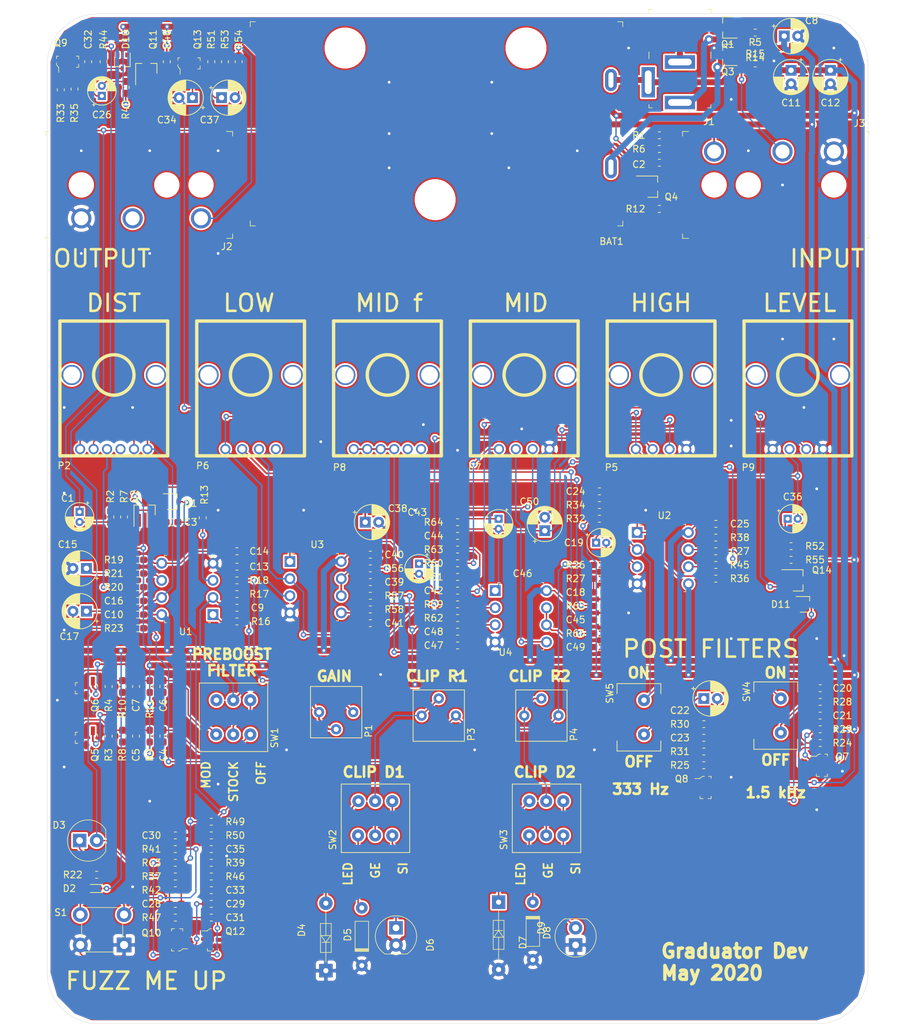
<source format=kicad_pcb>
(kicad_pcb (version 20171130) (host pcbnew "(5.1.5-0-10_14)")
  (layers (0 F.Cu mixed) (31 B.Cu mixed) (35 F.Paste user) (37 F.SilkS user) (38 B.Mask user) (39 F.Mask user) (44 Edge.Cuts user))
  (net 0 "")
  (net 1 "Net-(J2-PadT)")
  (net 2 GND)
  (net 3 "Net-(C9-Pad2)")
  (net 4 "Net-(C42-Pad2)")
  (net 5 /tone_block/TONE_IN)
  (net 6 "Net-(C38-Pad1)")
  (net 7 "Net-(C47-Pad1)")
  (net 8 "Net-(C50-Pad2)")
  (net 9 /tone_block/TONE_OUT)
  (net 10 "Net-(C4-Pad1)")
  (net 11 "Net-(SW1-Pad3)")
  (net 12 "Net-(C6-Pad1)")
  (net 13 "Net-(SW1-Pad1)")
  (net 14 "Net-(D6-Pad1)")
  (net 15 "Net-(SW2-Pad3)")
  (net 16 "Net-(D5-PadA)")
  (net 17 "Net-(D4-Pad2)")
  (net 18 "Net-(D9-Pad2)")
  (net 19 "Net-(SW3-Pad3)")
  (net 20 "Net-(D8-PadK)")
  (net 21 "Net-(D7-Pad1)")
  (net 22 "Net-(C24-Pad2)")
  (net 23 "Net-(C20-Pad1)")
  (net 24 "Net-(C22-Pad1)")
  (net 25 "Net-(C2-Pad2)")
  (net 26 "Net-(C2-Pad1)")
  (net 27 "Net-(C3-Pad2)")
  (net 28 "Net-(C3-Pad1)")
  (net 29 "Net-(C4-Pad2)")
  (net 30 "Net-(C5-Pad2)")
  (net 31 "Net-(C6-Pad2)")
  (net 32 "Net-(C7-Pad2)")
  (net 33 "Net-(C9-Pad1)")
  (net 34 +9V)
  (net 35 "Net-(C13-Pad2)")
  (net 36 +4V)
  (net 37 "Net-(C14-Pad1)")
  (net 38 "Net-(C16-Pad2)")
  (net 39 "Net-(C16-Pad1)")
  (net 40 "Net-(C18-Pad1)")
  (net 41 "Net-(C20-Pad2)")
  (net 42 "Net-(C21-Pad2)")
  (net 43 "Net-(C23-Pad2)")
  (net 44 "Net-(C22-Pad2)")
  (net 45 "Net-(C24-Pad1)")
  (net 46 "Net-(C27-Pad2)")
  (net 47 "Net-(C27-Pad1)")
  (net 48 /SW_BASE_A)
  (net 49 /BYPASS_EN)
  (net 50 /SW_IN_DB)
  (net 51 /SW_BASE_B)
  (net 52 "Net-(C32-Pad1)")
  (net 53 /DIST_IN_EN)
  (net 54 "Net-(C35-Pad1)")
  (net 55 "Net-(C39-Pad2)")
  (net 56 "Net-(C38-Pad2)")
  (net 57 "Net-(C41-Pad1)")
  (net 58 "Net-(C42-Pad1)")
  (net 59 "Net-(C44-Pad2)")
  (net 60 "Net-(C48-Pad2)")
  (net 61 "Net-(C49-Pad2)")
  (net 62 "Net-(C49-Pad1)")
  (net 63 "Net-(D1-Pad2)")
  (net 64 "Net-(D1-Pad1)")
  (net 65 "Net-(D2-Pad2)")
  (net 66 "Net-(D10-Pad2)")
  (net 67 "Net-(D10-Pad1)")
  (net 68 "Net-(D11-Pad2)")
  (net 69 "Net-(D11-Pad1)")
  (net 70 "Net-(J1-Pad2)")
  (net 71 "Net-(J1-Pad1)")
  (net 72 "Net-(C1-Pad2)")
  (net 73 "Net-(BAT1-PadNEG)")
  (net 74 /INPUT_RING)
  (net 75 "Net-(BAT1-PadPOS)")
  (net 76 /BUFFERED_IN)
  (net 77 "Net-(C34-Pad2)")
  (net 78 "Net-(C26-Pad2)")
  (net 79 "Net-(C36-Pad1)")
  (net 80 "Net-(Q5-Pad2)")
  (net 81 "Net-(Q6-Pad2)")
  (net 82 "Net-(C15-Pad1)")
  (net 83 "Net-(D3-Pad1)")
  (net 84 "Net-(C17-Pad2)")
  (net 85 "Net-(Q7-Pad2)")
  (net 86 "Net-(Q8-Pad2)")
  (net 87 "Net-(C19-Pad2)")
  (net 88 "Net-(C19-Pad1)")
  (net 89 "Net-(Q9-Pad1)")
  (net 90 "Net-(C26-Pad1)")
  (net 91 /SW_IN)
  (net 92 "Net-(C34-Pad1)")
  (net 93 "Net-(C37-Pad1)")
  (net 94 "Net-(C37-Pad2)")
  (net 95 "Net-(R56-Pad2)")
  (net 96 "Net-(C43-Pad1)")
  (net 97 "Net-(C46-Pad1)")
  (net 98 "Net-(J3-PadT)")
  (net 99 "Net-(P1-Pad3)")
  (net 100 "Net-(P2-Pad1)")
  (net 101 "Net-(P3-Pad1)")
  (net 102 "Net-(P3-Pad3)")
  (net 103 "Net-(P4-Pad1)")
  (net 104 "Net-(P5-Pad2)")
  (net 105 "Net-(P7-Pad3)")
  (net 106 "Net-(P7-Pad1)")
  (net 107 "Net-(P7-Pad2)")
  (net 108 "Net-(P8-Pad6)")
  (net 109 "Net-(P8-Pad3)")
  (net 110 "Net-(P2-Pad2)")
  (net 111 "Net-(P6-Pad4)")
  (module yellow_fuzz_dev:3362PT (layer F.Cu) (at 149.606 157.48)
    (fp_text reference P4 (at 4.826 2.794 90) (layer F.SilkS))
    (fp_text value 3362P-1-102TLF)
    (pad 2 thru_hole circle (at 0 -2.54) (size 1.524 1.524) (drill 0.762) (layers *.Cu *.Mask) (net 103 "Net-(P4-Pad1)"))
    (pad 1 thru_hole circle (at -2.54 0) (size 1.524 1.524) (drill 0.762) (layers *.Cu *.Mask) (net 103 "Net-(P4-Pad1)"))
    (pad 3 thru_hole circle (at 2.54 0) (size 1.524 1.524) (drill 0.762) (layers *.Cu *.Mask) (net 102 "Net-(P3-Pad3)"))
  )
  (module Capacitor_SMD:C_0603_1608Metric_Pad1.05x0.95mm_HandSolder (layer F.Cu) (at 124.206 133.604)
    (fp_text reference C40 (at 3.556 0) (layer F.SilkS))
    (fp_text value 0.1u)
    (pad 2 smd roundrect (at 0.875 0) (size 1.05 0.95) (layers F.Cu F.Paste F.Mask) (net 2 GND))
    (pad 1 smd roundrect (at -0.875 0) (size 1.05 0.95) (layers F.Cu F.Paste F.Mask) (net 34 +9V))
  )
  (module yellow_fuzz_dev:Potentiometer_Bourns_PTV111_4420A_Single_Vertical (layer F.Cu) (at 187.706 106.934)
    (fp_text reference P9 (at -7.366 13.716) (layer F.SilkS))
    (fp_text value PTV111-4420A-A503)
    (pad 3 thru_hole circle (at 1.25 11) (size 1.5 1.5) (drill 1) (layers *.Cu *.Mask) (net 8 "Net-(C50-Pad2)"))
    (pad 1 thru_hole circle (at -3.75 11) (size 1.5 1.5) (drill 1) (layers *.Cu *.Mask) (net 2 GND))
    (pad 2 thru_hole circle (at -1.25 11) (size 1.5 1.5) (drill 1) (layers *.Cu *.Mask) (net 9 /tone_block/TONE_OUT))
    (pad "" thru_hole circle (at 6.25 0) (size 3 3) (drill 2.5) (layers *.Cu *.Mask))
    (pad "" thru_hole circle (at -6.25 0) (size 3 3) (drill 2.5) (layers *.Cu *.Mask))
    (pad 4 thru_hole circle (at 3.75 11) (size 1.5 1.5) (drill 1) (layers *.Cu *.Mask) (net 2 GND))
  )
  (module yellow_fuzz_dev:Potentiometer_Bourns_PTV112_3417A_Dual_Vertical (layer F.Cu) (at 126.746 106.934)
    (fp_text reference P8 (at -7.112 13.716) (layer F.SilkS))
    (fp_text value PTV112-4420A-A503)
    (pad 5 thru_hole circle (at -5 11) (size 1.5 1.5) (drill 1) (layers *.Cu *.Mask) (net 7 "Net-(C47-Pad1)"))
    (pad 6 thru_hole circle (at 5 11) (size 1.5 1.5) (drill 1) (layers *.Cu *.Mask) (net 108 "Net-(P8-Pad6)"))
    (pad 2 thru_hole circle (at 1 11) (size 1.5 1.5) (drill 1) (layers *.Cu *.Mask) (net 7 "Net-(C47-Pad1)"))
    (pad 4 thru_hole circle (at -3 11) (size 1.5 1.5) (drill 1) (layers *.Cu *.Mask) (net 7 "Net-(C47-Pad1)"))
    (pad 1 thru_hole circle (at -1 11) (size 1.5 1.5) (drill 1) (layers *.Cu *.Mask) (net 7 "Net-(C47-Pad1)"))
    (pad "" thru_hole circle (at 6.25 0) (size 3 3) (drill 2.5) (layers *.Cu *.Mask))
    (pad "" thru_hole circle (at -6.25 0) (size 3 3) (drill 2.5) (layers *.Cu *.Mask))
    (pad 3 thru_hole circle (at 3 11) (size 1.5 1.5) (drill 1) (layers *.Cu *.Mask) (net 109 "Net-(P8-Pad3)"))
  )
  (module yellow_fuzz_dev:Potentiometer_Bourns_PTV111_4420A_Single_Vertical (layer F.Cu) (at 147.066 106.934)
    (fp_text reference P7 (at -7.366 13.716) (layer F.SilkS))
    (fp_text value PTV111-4420A-A104)
    (pad 3 thru_hole circle (at 1.25 11) (size 1.5 1.5) (drill 1) (layers *.Cu *.Mask) (net 105 "Net-(P7-Pad3)"))
    (pad 1 thru_hole circle (at -3.75 11) (size 1.5 1.5) (drill 1) (layers *.Cu *.Mask) (net 106 "Net-(P7-Pad1)"))
    (pad 2 thru_hole circle (at -1.25 11) (size 1.5 1.5) (drill 1) (layers *.Cu *.Mask) (net 107 "Net-(P7-Pad2)"))
    (pad "" thru_hole circle (at 6.25 0) (size 3 3) (drill 2.5) (layers *.Cu *.Mask))
    (pad "" thru_hole circle (at -6.25 0) (size 3 3) (drill 2.5) (layers *.Cu *.Mask))
    (pad 4 thru_hole circle (at 3.75 11) (size 1.5 1.5) (drill 1) (layers *.Cu *.Mask) (net 2 GND))
  )
  (module yellow_fuzz_dev:Potentiometer_Bourns_PTV111_4420A_Single_Vertical (layer F.Cu) (at 106.426 106.934)
    (fp_text reference P6 (at -7.112 13.462) (layer F.SilkS))
    (fp_text value PTV111-4420A-A104)
    (pad 3 thru_hole circle (at 1.25 11) (size 1.5 1.5) (drill 1) (layers *.Cu *.Mask) (net 4 "Net-(C42-Pad2)"))
    (pad 1 thru_hole circle (at -3.75 11) (size 1.5 1.5) (drill 1) (layers *.Cu *.Mask) (net 5 /tone_block/TONE_IN))
    (pad 2 thru_hole circle (at -1.25 11) (size 1.5 1.5) (drill 1) (layers *.Cu *.Mask) (net 6 "Net-(C38-Pad1)"))
    (pad "" thru_hole circle (at 6.25 0) (size 3 3) (drill 2.5) (layers *.Cu *.Mask))
    (pad "" thru_hole circle (at -6.25 0) (size 3 3) (drill 2.5) (layers *.Cu *.Mask))
    (pad 4 thru_hole circle (at 3.75 11) (size 1.5 1.5) (drill 1) (layers *.Cu *.Mask) (net 111 "Net-(P6-Pad4)"))
  )
  (module yellow_fuzz_dev:Potentiometer_Bourns_PTV111_4420A_Single_Vertical (layer F.Cu) (at 167.386 106.934)
    (fp_text reference P5 (at -7.366 13.716) (layer F.SilkS))
    (fp_text value PTV111-4420A-A104)
    (pad 3 thru_hole circle (at 1.25 11) (size 1.5 1.5) (drill 1) (layers *.Cu *.Mask) (net 4 "Net-(C42-Pad2)"))
    (pad 1 thru_hole circle (at -3.75 11) (size 1.5 1.5) (drill 1) (layers *.Cu *.Mask) (net 5 /tone_block/TONE_IN))
    (pad 2 thru_hole circle (at -1.25 11) (size 1.5 1.5) (drill 1) (layers *.Cu *.Mask) (net 104 "Net-(P5-Pad2)"))
    (pad "" thru_hole circle (at 6.25 0) (size 3 3) (drill 2.5) (layers *.Cu *.Mask))
    (pad "" thru_hole circle (at -6.25 0) (size 3 3) (drill 2.5) (layers *.Cu *.Mask))
    (pad 4 thru_hole circle (at 3.75 11) (size 1.5 1.5) (drill 1) (layers *.Cu *.Mask) (net 2 GND))
  )
  (module yellow_fuzz_dev:Potentiometer_Bourns_PTV112_3417A_Dual_Vertical (layer F.Cu) (at 86.106 106.934)
    (fp_text reference P2 (at -7.366 13.462) (layer F.SilkS))
    (fp_text value PTV112-4420A-A104)
    (pad 5 thru_hole circle (at -5 11) (size 1.5 1.5) (drill 1) (layers *.Cu *.Mask) (net 39 "Net-(C16-Pad1)"))
    (pad 6 thru_hole circle (at 5 11) (size 1.5 1.5) (drill 1) (layers *.Cu *.Mask) (net 39 "Net-(C16-Pad1)"))
    (pad 2 thru_hole circle (at 1 11) (size 1.5 1.5) (drill 1) (layers *.Cu *.Mask) (net 110 "Net-(P2-Pad2)"))
    (pad 4 thru_hole circle (at -3 11) (size 1.5 1.5) (drill 1) (layers *.Cu *.Mask) (net 110 "Net-(P2-Pad2)"))
    (pad 1 thru_hole circle (at -1 11) (size 1.5 1.5) (drill 1) (layers *.Cu *.Mask) (net 100 "Net-(P2-Pad1)"))
    (pad "" thru_hole circle (at 6.25 0) (size 3 3) (drill 2.5) (layers *.Cu *.Mask))
    (pad "" thru_hole circle (at -6.25 0) (size 3 3) (drill 2.5) (layers *.Cu *.Mask))
    (pad 3 thru_hole circle (at 3 11) (size 1.5 1.5) (drill 1) (layers *.Cu *.Mask) (net 110 "Net-(P2-Pad2)"))
  )
  (module yellow_fuzz_dev:Battery_Holder_9V_BC9VPC-ND (layer F.Cu) (at 147.32 58.42)
    (fp_text reference BAT1 (at 12.7 28.702) (layer F.SilkS))
    (fp_text value BC9VPC)
    (pad POS thru_hole oval (at 12.62 4.74) (size 1.75 3.3) (drill oval 0.75 2.3) (layers *.Cu *.Mask) (net 75 "Net-(BAT1-PadPOS)"))
    (pad "" np_thru_hole circle (at -26.87 0) (size 5.57 5.57) (drill 5.57) (layers *.Cu *.Mask))
    (pad "" np_thru_hole circle (at 0 0) (size 5.57 5.57) (drill 5.57) (layers *.Cu *.Mask))
    (pad "" np_thru_hole circle (at -13.49 22.5) (size 5.57 5.57) (drill 5.57) (layers *.Cu *.Mask))
    (pad NEG thru_hole oval (at 12.62 17.69) (size 1.75 3.3) (drill oval 0.75 2.3) (layers *.Cu *.Mask) (net 73 "Net-(BAT1-PadNEG)"))
  )
  (module yellow_fuzz_dev:Headphone_Jack_6.35mm_SN49B12B (layer F.Cu) (at 93.98 78.74 180)
    (fp_text reference J2 (at -8.89 -9.144) (layer F.SilkS))
    (fp_text value RA49B11)
    (pad "" np_thru_hole circle (at 0 0 180) (size 3.25 3.25) (drill 3.25) (layers *.Cu *.Mask))
    (pad T thru_hole circle (at -5.08 -4.955 180) (size 3 3) (drill 2.08) (layers *.Cu *.Mask) (net 1 "Net-(J2-PadT)"))
    (pad R thru_hole circle (at 5.08 -4.955 180) (size 3 3) (drill 2.08) (layers *.Cu *.Mask))
    (pad S thru_hole circle (at 12.7 -4.955 180) (size 3 3) (drill 2.08) (layers *.Cu *.Mask) (net 2 GND))
    (pad "" np_thru_hole circle (at 12.7 0 180) (size 3.25 3.25) (drill 3.25) (layers *.Cu *.Mask))
    (pad "" np_thru_hole circle (at -5.08 0 180) (size 3.25 3.25) (drill 3.25) (layers *.Cu *.Mask))
  )
  (module yellow_fuzz_dev:Headphone_Jack_6.35mm_SN49B12B (layer F.Cu) (at 180.34 78.74)
    (fp_text reference J3 (at 16.51 -9.144) (layer F.SilkS))
    (fp_text value SN49B12B)
    (pad "" np_thru_hole circle (at 0 0) (size 3.25 3.25) (drill 3.25) (layers *.Cu *.Mask))
    (pad T thru_hole circle (at -5.08 -4.955) (size 3 3) (drill 2.08) (layers *.Cu *.Mask) (net 98 "Net-(J3-PadT)"))
    (pad R thru_hole circle (at 5.08 -4.955) (size 3 3) (drill 2.08) (layers *.Cu *.Mask) (net 74 /INPUT_RING))
    (pad S thru_hole circle (at 12.7 -4.955) (size 3 3) (drill 2.08) (layers *.Cu *.Mask) (net 2 GND))
    (pad "" np_thru_hole circle (at 12.7 0) (size 3.25 3.25) (drill 3.25) (layers *.Cu *.Mask))
    (pad "" np_thru_hole circle (at -5.08 0) (size 3.25 3.25) (drill 3.25) (layers *.Cu *.Mask))
  )
  (module yellow_fuzz_dev:Barrel_Jack_5.5mmODx2.1mmID_PJ-202A (layer F.Cu) (at 170.18 63.5)
    (fp_text reference J1 (at 4.318 5.842) (layer F.SilkS))
    (fp_text value PJ-202A)
    (pad 2 thru_hole rect (at 0 -3) (size 4.5 2) (drill oval 3.5 1) (layers *.Cu *.Mask) (net 70 "Net-(J1-Pad2)"))
    (pad 1 thru_hole rect (at 0 3) (size 4.5 2) (drill oval 3.5 1) (layers *.Cu *.Mask) (net 71 "Net-(J1-Pad1)"))
    (pad 3 thru_hole rect (at -4.7 0) (size 2 4.5) (drill oval 1 3.5) (layers *.Cu *.Mask) (net 75 "Net-(BAT1-PadPOS)"))
  )
  (module yellow_fuzz_dev:DIP-8_W7.62mm (layer F.Cu) (at 142.748 138.938)
    (fp_text reference U4 (at 1.524 9.144) (layer F.SilkS))
    (fp_text value TL072CP)
    (pad 8 thru_hole circle (at 7.62 0) (size 1.6 1.6) (drill 1) (layers *.Cu *.Mask) (net 34 +9V))
    (pad 7 thru_hole circle (at 7.62 2.54) (size 1.6 1.6) (drill 1) (layers *.Cu *.Mask) (net 62 "Net-(C49-Pad1)"))
    (pad 6 thru_hole circle (at 7.62 5.08) (size 1.6 1.6) (drill 1) (layers *.Cu *.Mask) (net 62 "Net-(C49-Pad1)"))
    (pad 5 thru_hole circle (at 7.62 7.62) (size 1.6 1.6) (drill 1) (layers *.Cu *.Mask) (net 107 "Net-(P7-Pad2)"))
    (pad 4 thru_hole circle (at 0 7.62) (size 1.6 1.6) (drill 1) (layers *.Cu *.Mask) (net 2 GND))
    (pad 3 thru_hole circle (at 0 5.08) (size 1.6 1.6) (drill 1) (layers *.Cu *.Mask) (net 60 "Net-(C48-Pad2)"))
    (pad 2 thru_hole circle (at 0 2.54) (size 1.6 1.6) (drill 1) (layers *.Cu *.Mask) (net 59 "Net-(C44-Pad2)"))
    (pad 1 thru_hole rect (at 0 0) (size 1.6 1.6) (drill 1) (layers *.Cu *.Mask) (net 9 /tone_block/TONE_OUT))
  )
  (module yellow_fuzz_dev:DIP-8_W7.62mm (layer F.Cu) (at 112.268 134.62)
    (fp_text reference U3 (at 4.05 -2.52) (layer F.SilkS))
    (fp_text value TL072CP)
    (pad 8 thru_hole circle (at 7.62 0) (size 1.6 1.6) (drill 1) (layers *.Cu *.Mask) (net 34 +9V))
    (pad 7 thru_hole circle (at 7.62 2.54) (size 1.6 1.6) (drill 1) (layers *.Cu *.Mask) (net 95 "Net-(R56-Pad2)"))
    (pad 6 thru_hole circle (at 7.62 5.08) (size 1.6 1.6) (drill 1) (layers *.Cu *.Mask) (net 95 "Net-(R56-Pad2)"))
    (pad 5 thru_hole circle (at 7.62 7.62) (size 1.6 1.6) (drill 1) (layers *.Cu *.Mask) (net 55 "Net-(C39-Pad2)"))
    (pad 4 thru_hole circle (at 0 7.62) (size 1.6 1.6) (drill 1) (layers *.Cu *.Mask) (net 2 GND))
    (pad 3 thru_hole circle (at 0 5.08) (size 1.6 1.6) (drill 1) (layers *.Cu *.Mask) (net 5 /tone_block/TONE_IN))
    (pad 2 thru_hole circle (at 0 2.54) (size 1.6 1.6) (drill 1) (layers *.Cu *.Mask) (net 4 "Net-(C42-Pad2)"))
    (pad 1 thru_hole rect (at 0 0) (size 1.6 1.6) (drill 1) (layers *.Cu *.Mask) (net 58 "Net-(C42-Pad1)"))
  )
  (module yellow_fuzz_dev:DIP-8_W7.62mm (layer F.Cu) (at 163.83 130.302)
    (fp_text reference U2 (at 4.05 -2.52) (layer F.SilkS))
    (fp_text value TL072CP)
    (pad 8 thru_hole circle (at 7.62 0) (size 1.6 1.6) (drill 1) (layers *.Cu *.Mask) (net 34 +9V))
    (pad 7 thru_hole circle (at 7.62 2.54) (size 1.6 1.6) (drill 1) (layers *.Cu *.Mask) (net 47 "Net-(C27-Pad1)"))
    (pad 6 thru_hole circle (at 7.62 5.08) (size 1.6 1.6) (drill 1) (layers *.Cu *.Mask) (net 46 "Net-(C27-Pad2)"))
    (pad 5 thru_hole circle (at 7.62 7.62) (size 1.6 1.6) (drill 1) (layers *.Cu *.Mask) (net 36 +4V))
    (pad 4 thru_hole circle (at 0 7.62) (size 1.6 1.6) (drill 1) (layers *.Cu *.Mask) (net 2 GND))
    (pad 3 thru_hole circle (at 0 5.08) (size 1.6 1.6) (drill 1) (layers *.Cu *.Mask) (net 88 "Net-(C19-Pad1)"))
    (pad 2 thru_hole circle (at 0 2.54) (size 1.6 1.6) (drill 1) (layers *.Cu *.Mask) (net 22 "Net-(C24-Pad2)"))
    (pad 1 thru_hole rect (at 0 0) (size 1.6 1.6) (drill 1) (layers *.Cu *.Mask) (net 45 "Net-(C24-Pad1)"))
  )
  (module yellow_fuzz_dev:DIP-8_W7.62mm (layer F.Cu) (at 100.838 142.494 180)
    (fp_text reference U1 (at 4.05 -2.52) (layer F.SilkS))
    (fp_text value TL072CP)
    (pad 8 thru_hole circle (at 7.62 0 180) (size 1.6 1.6) (drill 1) (layers *.Cu *.Mask) (net 34 +9V))
    (pad 7 thru_hole circle (at 7.62 2.54 180) (size 1.6 1.6) (drill 1) (layers *.Cu *.Mask) (net 39 "Net-(C16-Pad1)"))
    (pad 6 thru_hole circle (at 7.62 5.08 180) (size 1.6 1.6) (drill 1) (layers *.Cu *.Mask) (net 38 "Net-(C16-Pad2)"))
    (pad 5 thru_hole circle (at 7.62 7.62 180) (size 1.6 1.6) (drill 1) (layers *.Cu *.Mask) (net 37 "Net-(C14-Pad1)"))
    (pad 4 thru_hole circle (at 0 7.62 180) (size 1.6 1.6) (drill 1) (layers *.Cu *.Mask) (net 2 GND))
    (pad 3 thru_hole circle (at 0 5.08 180) (size 1.6 1.6) (drill 1) (layers *.Cu *.Mask) (net 28 "Net-(C3-Pad1)"))
    (pad 2 thru_hole circle (at 0 2.54 180) (size 1.6 1.6) (drill 1) (layers *.Cu *.Mask) (net 3 "Net-(C9-Pad2)"))
    (pad 1 thru_hole rect (at 0 0 180) (size 1.6 1.6) (drill 1) (layers *.Cu *.Mask) (net 33 "Net-(C9-Pad1)"))
  )
  (module yellow_fuzz_dev:Switch_Tactile_THT_6x6mm (layer F.Cu) (at 87.63 191.516 180)
    (fp_text reference S1 (at 9.398 4.826) (layer F.SilkS))
    (fp_text value 1825910-6)
    (pad 3 thru_hole circle (at 0 4.5 180) (size 2.2 2.2) (drill 1.2) (layers *.Cu *.Mask) (net 91 /SW_IN))
    (pad 4 thru_hole circle (at 6.5 4.5 180) (size 2.2 2.2) (drill 1.2) (layers *.Cu *.Mask) (net 91 /SW_IN))
    (pad 2 thru_hole circle (at 6.5 0 180) (size 2.2 2.2) (drill 1.2) (layers *.Cu *.Mask) (net 2 GND))
    (pad 1 thru_hole rect (at 0 0 180) (size 2.2 2.2) (drill 1.2) (layers *.Cu *.Mask) (net 2 GND))
  )
  (module yellow_fuzz_dev:3362PT (layer F.Cu) (at 134.366 157.48)
    (fp_text reference P3 (at 4.826 2.794 90) (layer F.SilkS))
    (fp_text value 3362P-1-102TLF)
    (pad 2 thru_hole circle (at 0 -2.54) (size 1.524 1.524) (drill 0.762) (layers *.Cu *.Mask) (net 101 "Net-(P3-Pad1)"))
    (pad 1 thru_hole circle (at -2.54 0) (size 1.524 1.524) (drill 0.762) (layers *.Cu *.Mask) (net 101 "Net-(P3-Pad1)"))
    (pad 3 thru_hole circle (at 2.54 0) (size 1.524 1.524) (drill 0.762) (layers *.Cu *.Mask) (net 102 "Net-(P3-Pad3)"))
  )
  (module Capacitor_THT:CP_Radial_D5.0mm_P2.00mm (layer F.Cu) (at 150.114 130.048 90)
    (fp_text reference C50 (at 4.318 -2.286) (layer F.SilkS))
    (fp_text value 10u)
    (pad 2 thru_hole circle (at 2 0 90) (size 1.6 1.6) (drill 0.8) (layers *.Cu *.Mask) (net 8 "Net-(C50-Pad2)"))
    (pad 1 thru_hole rect (at 0 0 90) (size 1.6 1.6) (drill 0.8) (layers *.Cu *.Mask) (net 9 /tone_block/TONE_OUT))
  )
  (module Capacitor_THT:CP_Radial_D4.0mm_P1.50mm (layer F.Cu) (at 143.256 128.27 270)
    (fp_text reference C46 (at 8.128 -3.556 180) (layer F.SilkS))
    (fp_text value 1u)
    (pad 2 thru_hole circle (at 1.5 0 270) (size 1.2 1.2) (drill 0.6) (layers *.Cu *.Mask) (net 9 /tone_block/TONE_OUT))
    (pad 1 thru_hole rect (at 0 0 270) (size 1.2 1.2) (drill 0.6) (layers *.Cu *.Mask) (net 97 "Net-(C46-Pad1)"))
  )
  (module Capacitor_THT:CP_Radial_D4.0mm_P1.50mm (layer F.Cu) (at 131.4323 134.9375 270)
    (fp_text reference C43 (at -7.62 0.254 180) (layer F.SilkS))
    (fp_text value 1u)
    (pad 2 thru_hole circle (at 1.5 0 270) (size 1.2 1.2) (drill 0.6) (layers *.Cu *.Mask) (net 58 "Net-(C42-Pad1)"))
    (pad 1 thru_hole rect (at 0 0 270) (size 1.2 1.2) (drill 0.6) (layers *.Cu *.Mask) (net 96 "Net-(C43-Pad1)"))
  )
  (module Capacitor_THT:CP_Radial_D5.0mm_P2.00mm (layer F.Cu) (at 123.444 128.778)
    (fp_text reference C38 (at 4.826 -2.032) (layer F.SilkS))
    (fp_text value 220n)
    (pad 2 thru_hole circle (at 2 0) (size 1.6 1.6) (drill 0.8) (layers *.Cu *.Mask) (net 56 "Net-(C38-Pad2)"))
    (pad 1 thru_hole rect (at 0 0) (size 1.6 1.6) (drill 0.8) (layers *.Cu *.Mask) (net 6 "Net-(C38-Pad1)"))
  )
  (module Capacitor_THT:CP_Radial_D5.0mm_P2.00mm (layer F.Cu) (at 102.108 65.786)
    (fp_text reference C37 (at -1.778 3.302) (layer F.SilkS))
    (fp_text value 10u)
    (pad 2 thru_hole circle (at 2 0) (size 1.6 1.6) (drill 0.8) (layers *.Cu *.Mask) (net 94 "Net-(C37-Pad2)"))
    (pad 1 thru_hole rect (at 0 0) (size 1.6 1.6) (drill 0.8) (layers *.Cu *.Mask) (net 93 "Net-(C37-Pad1)"))
  )
  (module Capacitor_THT:CP_Radial_D4.0mm_P1.50mm (layer F.Cu) (at 186.182 128.27)
    (fp_text reference C36 (at 0.75 -3.25) (layer F.SilkS))
    (fp_text value 1u)
    (pad 2 thru_hole circle (at 1.5 0) (size 1.2 1.2) (drill 0.6) (layers *.Cu *.Mask) (net 9 /tone_block/TONE_OUT))
    (pad 1 thru_hole rect (at 0 0) (size 1.2 1.2) (drill 0.6) (layers *.Cu *.Mask) (net 79 "Net-(C36-Pad1)"))
  )
  (module Capacitor_THT:CP_Radial_D5.0mm_P2.00mm (layer F.Cu) (at 97.79 65.786 180)
    (fp_text reference C34 (at 3.81 -3.302) (layer F.SilkS))
    (fp_text value 10u)
    (pad 2 thru_hole circle (at 2 0 180) (size 1.6 1.6) (drill 0.8) (layers *.Cu *.Mask) (net 77 "Net-(C34-Pad2)"))
    (pad 1 thru_hole rect (at 0 0 180) (size 1.6 1.6) (drill 0.8) (layers *.Cu *.Mask) (net 92 "Net-(C34-Pad1)"))
  )
  (module Capacitor_THT:CP_Radial_D4.0mm_P1.50mm (layer F.Cu) (at 84.328 65.532 90)
    (fp_text reference C26 (at -2.794 0 180) (layer F.SilkS))
    (fp_text value 1u)
    (pad 2 thru_hole circle (at 1.5 0 90) (size 1.2 1.2) (drill 0.6) (layers *.Cu *.Mask) (net 78 "Net-(C26-Pad2)"))
    (pad 1 thru_hole rect (at 0 0 90) (size 1.2 1.2) (drill 0.6) (layers *.Cu *.Mask) (net 90 "Net-(C26-Pad1)"))
  )
  (module Capacitor_THT:CP_Radial_D5.0mm_P2.00mm (layer F.Cu) (at 173.736 154.94)
    (fp_text reference C22 (at -3.556 1.778) (layer F.SilkS))
    (fp_text value 220n)
    (pad 2 thru_hole circle (at 2 0) (size 1.6 1.6) (drill 0.8) (layers *.Cu *.Mask) (net 44 "Net-(C22-Pad2)"))
    (pad 1 thru_hole rect (at 0 0) (size 1.6 1.6) (drill 0.8) (layers *.Cu *.Mask) (net 24 "Net-(C22-Pad1)"))
  )
  (module Capacitor_THT:CP_Radial_D4.0mm_P1.50mm (layer F.Cu) (at 157.734 131.826)
    (fp_text reference C19 (at -3.302 0) (layer F.SilkS))
    (fp_text value 1u)
    (pad 2 thru_hole circle (at 1.5 0) (size 1.2 1.2) (drill 0.6) (layers *.Cu *.Mask) (net 87 "Net-(C19-Pad2)"))
    (pad 1 thru_hole rect (at 0 0) (size 1.2 1.2) (drill 0.6) (layers *.Cu *.Mask) (net 88 "Net-(C19-Pad1)"))
  )
  (module Capacitor_THT:CP_Radial_D5.0mm_P2.00mm (layer F.Cu) (at 82.042 141.986 180)
    (fp_text reference C17 (at 2.54 -3.75) (layer F.SilkS))
    (fp_text value 10u)
    (pad 2 thru_hole circle (at 2 0 180) (size 1.6 1.6) (drill 0.8) (layers *.Cu *.Mask) (net 84 "Net-(C17-Pad2)"))
    (pad 1 thru_hole rect (at 0 0 180) (size 1.6 1.6) (drill 0.8) (layers *.Cu *.Mask) (net 39 "Net-(C16-Pad1)"))
  )
  (module Capacitor_THT:CP_Radial_D5.0mm_P2.00mm (layer F.Cu) (at 82.042 135.636 180)
    (fp_text reference C15 (at 2.794 3.556) (layer F.SilkS))
    (fp_text value 10u)
    (pad 2 thru_hole circle (at 2 0 180) (size 1.6 1.6) (drill 0.8) (layers *.Cu *.Mask) (net 2 GND))
    (pad 1 thru_hole rect (at 0 0 180) (size 1.6 1.6) (drill 0.8) (layers *.Cu *.Mask) (net 82 "Net-(C15-Pad1)"))
  )
  (module Capacitor_THT:CP_Radial_D5.0mm_P2.00mm (layer F.Cu) (at 192.532 61.722 270)
    (fp_text reference C12 (at 4.826 0 180) (layer F.SilkS))
    (fp_text value 100u)
    (pad 2 thru_hole circle (at 2 0 270) (size 1.6 1.6) (drill 0.8) (layers *.Cu *.Mask) (net 2 GND))
    (pad 1 thru_hole rect (at 0 0 270) (size 1.6 1.6) (drill 0.8) (layers *.Cu *.Mask) (net 36 +4V))
  )
  (module Capacitor_THT:CP_Radial_D5.0mm_P2.00mm (layer F.Cu) (at 186.69 61.722 270)
    (fp_text reference C11 (at 4.826 0 180) (layer F.SilkS))
    (fp_text value 100u)
    (pad 2 thru_hole circle (at 2 0 270) (size 1.6 1.6) (drill 0.8) (layers *.Cu *.Mask) (net 2 GND))
    (pad 1 thru_hole rect (at 0 0 270) (size 1.6 1.6) (drill 0.8) (layers *.Cu *.Mask) (net 36 +4V))
  )
  (module Capacitor_THT:CP_Radial_D5.0mm_P2.00mm (layer F.Cu) (at 185.674 56.642)
    (fp_text reference C8 (at 4.064 -2.286) (layer F.SilkS))
    (fp_text value 100u)
    (pad 2 thru_hole circle (at 2 0) (size 1.6 1.6) (drill 0.8) (layers *.Cu *.Mask) (net 2 GND))
    (pad 1 thru_hole rect (at 0 0) (size 1.6 1.6) (drill 0.8) (layers *.Cu *.Mask) (net 34 +9V))
  )
  (module Capacitor_THT:CP_Radial_D4.0mm_P1.50mm (layer F.Cu) (at 81.026 127.254 270)
    (fp_text reference C1 (at -2.032 1.778 180) (layer F.SilkS))
    (fp_text value 1u)
    (pad 2 thru_hole circle (at 1.5 0 270) (size 1.2 1.2) (drill 0.6) (layers *.Cu *.Mask) (net 72 "Net-(C1-Pad2)"))
    (pad 1 thru_hole rect (at 0 0 270) (size 1.2 1.2) (drill 0.6) (layers *.Cu *.Mask) (net 76 /BUFFERED_IN))
  )
  (module digikey:SOT-23-3 (layer F.Cu) (at 82.042 153.416 270)
    (fp_text reference Q6 (at 2.54 -1.27 90) (layer F.SilkS))
    (fp_text value BC817-25-TP)
    (pad 1 smd rect (at -1.05 -0.95 270) (size 1.3 0.6) (layers F.Cu F.Paste F.Mask) (net 32 "Net-(C7-Pad2)"))
    (pad 2 smd rect (at -1.05 0.95 270) (size 1.3 0.6) (layers F.Cu F.Paste F.Mask) (net 81 "Net-(Q6-Pad2)"))
    (pad 3 smd rect (at 1.05 0 270) (size 1.3 0.6) (layers F.Cu F.Paste F.Mask) (net 34 +9V))
  )
  (module digikey:DO-35 (layer F.Cu) (at 148.336 185.166 270)
    (fp_text reference D8 (at 4.55 -2.1 90) (layer F.SilkS))
    (fp_text value 1N34A)
    (pad A thru_hole circle (at 8.56 0 270) (size 1.733 1.733) (drill 0.733) (layers *.Cu *.Mask) (net 2 GND))
    (pad K thru_hole circle (at 0 0 270) (size 1.733 1.733) (drill 0.733) (layers *.Cu *.Mask) (net 20 "Net-(D8-PadK)"))
  )
  (module digikey:Diode_DO-35_P10mm (layer F.Cu) (at 143.256 185.166 270)
    (fp_text reference D7 (at 6 -3.6 90) (layer F.SilkS))
    (fp_text value 1N4148)
    (pad 2 thru_hole circle (at 10 0 270) (size 2 2) (drill 0.76) (layers *.Cu *.Mask) (net 2 GND))
    (pad 1 thru_hole rect (at 0 0 270) (size 2 2) (drill 0.76) (layers *.Cu *.Mask) (net 21 "Net-(D7-Pad1)"))
  )
  (module digikey:DO-35 (layer F.Cu) (at 122.936 194.564 90)
    (fp_text reference D5 (at 4.55 -2.1 90) (layer F.SilkS))
    (fp_text value 1N34A)
    (pad A thru_hole circle (at 8.56 0 90) (size 1.733 1.733) (drill 0.733) (layers *.Cu *.Mask) (net 16 "Net-(D5-PadA)"))
    (pad K thru_hole circle (at 0 0 90) (size 1.733 1.733) (drill 0.733) (layers *.Cu *.Mask) (net 2 GND))
  )
  (module digikey:Diode_DO-35_P10mm (layer F.Cu) (at 117.602 195.326 90)
    (fp_text reference D4 (at 6 -3.6 90) (layer F.SilkS))
    (fp_text value 1N4148)
    (pad 2 thru_hole circle (at 10 0 90) (size 2 2) (drill 0.76) (layers *.Cu *.Mask) (net 17 "Net-(D4-Pad2)"))
    (pad 1 thru_hole rect (at 0 0 90) (size 2 2) (drill 0.76) (layers *.Cu *.Mask) (net 2 GND))
  )
  (module digikey:LED_5mm_Radial (layer F.Cu) (at 154.686 188.976 90)
    (fp_text reference D9 (at 0 -5.08 90) (layer F.SilkS))
    (fp_text value WP7113QBC_D)
    (pad 1 thru_hole rect (at -2.54 0 90) (size 2 2) (drill 1) (layers *.Cu *.Mask) (net 2 GND))
    (pad 2 thru_hole circle (at 0 0 90) (size 2 2) (drill 1) (layers *.Cu *.Mask) (net 18 "Net-(D9-Pad2)"))
  )
  (module digikey:LED_5mm_Radial (layer F.Cu) (at 128.016 191.516 270)
    (fp_text reference D6 (at 0 -5.08 90) (layer F.SilkS))
    (fp_text value WP7113QBC_D)
    (pad 1 thru_hole rect (at -2.54 0 270) (size 2 2) (drill 1) (layers *.Cu *.Mask) (net 14 "Net-(D6-Pad1)"))
    (pad 2 thru_hole circle (at 0 0 270) (size 2 2) (drill 1) (layers *.Cu *.Mask) (net 2 GND))
  )
  (module digikey:LED_5mm_Radial (layer F.Cu) (at 83.566 176.022)
    (fp_text reference D3 (at -5.588 -2.286) (layer F.SilkS))
    (fp_text value WP7113QBC_D)
    (pad 1 thru_hole rect (at -2.54 0) (size 2 2) (drill 1) (layers *.Cu *.Mask) (net 83 "Net-(D3-Pad1)"))
    (pad 2 thru_hole circle (at 0 0) (size 2 2) (drill 1) (layers *.Cu *.Mask) (net 49 /BYPASS_EN))
  )
  (module digikey:SOT-23-3 (layer F.Cu) (at 100.838 190.754)
    (fp_text reference Q12 (at 3.302 -1.27) (layer F.SilkS))
    (fp_text value BC817-25-TP)
    (pad 1 smd rect (at -1.05 -0.95) (size 1.3 0.6) (layers F.Cu F.Paste F.Mask) (net 48 /SW_BASE_A))
    (pad 2 smd rect (at -1.05 0.95) (size 1.3 0.6) (layers F.Cu F.Paste F.Mask) (net 2 GND))
    (pad 3 smd rect (at 1.05 0) (size 1.3 0.6) (layers F.Cu F.Paste F.Mask) (net 53 /DIST_IN_EN))
  )
  (module digikey:SOT-23-3 (layer F.Cu) (at 95.504 190.754 180)
    (fp_text reference Q10 (at 3.81 1.016) (layer F.SilkS))
    (fp_text value BC817-25-TP)
    (pad 1 smd rect (at -1.05 -0.95 180) (size 1.3 0.6) (layers F.Cu F.Paste F.Mask) (net 51 /SW_BASE_B))
    (pad 2 smd rect (at -1.05 0.95 180) (size 1.3 0.6) (layers F.Cu F.Paste F.Mask) (net 2 GND))
    (pad 3 smd rect (at 1.05 0 180) (size 1.3 0.6) (layers F.Cu F.Paste F.Mask) (net 49 /BYPASS_EN))
  )
  (module digikey:SOT-23-3 (layer F.Cu) (at 79.248 60.452 90)
    (fp_text reference Q9 (at 2.794 -1.016 180) (layer F.SilkS))
    (fp_text value BC817-25-TP)
    (pad 1 smd rect (at -1.05 -0.95 90) (size 1.3 0.6) (layers F.Cu F.Paste F.Mask) (net 89 "Net-(Q9-Pad1)"))
    (pad 2 smd rect (at -1.05 0.95 90) (size 1.3 0.6) (layers F.Cu F.Paste F.Mask) (net 90 "Net-(C26-Pad1)"))
    (pad 3 smd rect (at 1.05 0 90) (size 1.3 0.6) (layers F.Cu F.Paste F.Mask) (net 34 +9V))
  )
  (module digikey:SOT-23-3 (layer F.Cu) (at 173.99 168.148)
    (fp_text reference Q8 (at -3.556 -1.27) (layer F.SilkS))
    (fp_text value BC817-25-TP)
    (pad 1 smd rect (at -1.05 -0.95) (size 1.3 0.6) (layers F.Cu F.Paste F.Mask) (net 43 "Net-(C23-Pad2)"))
    (pad 2 smd rect (at -1.05 0.95) (size 1.3 0.6) (layers F.Cu F.Paste F.Mask) (net 86 "Net-(Q8-Pad2)"))
    (pad 3 smd rect (at 1.05 0) (size 1.3 0.6) (layers F.Cu F.Paste F.Mask) (net 34 +9V))
  )
  (module digikey:SOT-23-3 (layer F.Cu) (at 191.262 164.846)
    (fp_text reference Q7 (at 3.048 -1.27) (layer F.SilkS))
    (fp_text value BC817-25-TP)
    (pad 1 smd rect (at -1.05 -0.95) (size 1.3 0.6) (layers F.Cu F.Paste F.Mask) (net 42 "Net-(C21-Pad2)"))
    (pad 2 smd rect (at -1.05 0.95) (size 1.3 0.6) (layers F.Cu F.Paste F.Mask) (net 85 "Net-(Q7-Pad2)"))
    (pad 3 smd rect (at 1.05 0) (size 1.3 0.6) (layers F.Cu F.Paste F.Mask) (net 34 +9V))
  )
  (module digikey:SOT-23-3 (layer F.Cu) (at 82.042 160.782 270)
    (fp_text reference Q5 (at 2.54 -1.27 90) (layer F.SilkS))
    (fp_text value BC817-25-TP)
    (pad 1 smd rect (at -1.05 -0.95 270) (size 1.3 0.6) (layers F.Cu F.Paste F.Mask) (net 30 "Net-(C5-Pad2)"))
    (pad 2 smd rect (at -1.05 0.95 270) (size 1.3 0.6) (layers F.Cu F.Paste F.Mask) (net 80 "Net-(Q5-Pad2)"))
    (pad 3 smd rect (at 1.05 0 270) (size 1.3 0.6) (layers F.Cu F.Paste F.Mask) (net 34 +9V))
  )
  (module digikey:SOT-23-3 (layer F.Cu) (at 97.282 60.706 90)
    (fp_text reference Q13 (at 3.556 1.27 90) (layer F.SilkS))
    (fp_text value BC817-25-TP)
    (pad 1 smd rect (at -1.05 -0.95 90) (size 1.3 0.6) (layers F.Cu F.Paste F.Mask) (net 92 "Net-(C34-Pad1)"))
    (pad 2 smd rect (at -1.05 0.95 90) (size 1.3 0.6) (layers F.Cu F.Paste F.Mask) (net 93 "Net-(C37-Pad1)"))
    (pad 3 smd rect (at 1.05 0 90) (size 1.3 0.6) (layers F.Cu F.Paste F.Mask) (net 34 +9V))
  )
  (module Resistor_SMD:R_0603_1608Metric_Pad1.05x0.95mm_HandSolder (layer F.Cu) (at 158.242 145.288 180)
    (fp_text reference R66 (at 3.556 0) (layer F.SilkS))
    (fp_text value 2.2k)
    (pad 2 smd roundrect (at 0.875 0 180) (size 1.05 0.95) (layers F.Cu F.Paste F.Mask) (net 108 "Net-(P8-Pad6)"))
    (pad 1 smd roundrect (at -0.875 0 180) (size 1.05 0.95) (layers F.Cu F.Paste F.Mask) (net 61 "Net-(C49-Pad2)"))
  )
  (module Resistor_SMD:R_0603_1608Metric_Pad1.05x0.95mm_HandSolder (layer F.Cu) (at 158.242 141.224)
    (fp_text reference R65 (at -3.556 0) (layer F.SilkS))
    (fp_text value 2.2k)
    (pad 2 smd roundrect (at 0.875 0) (size 1.05 0.95) (layers F.Cu F.Paste F.Mask) (net 2 GND))
    (pad 1 smd roundrect (at -0.875 0) (size 1.05 0.95) (layers F.Cu F.Paste F.Mask) (net 109 "Net-(P8-Pad3)"))
  )
  (module Resistor_SMD:R_0603_1608Metric_Pad1.05x0.95mm_HandSolder (layer F.Cu) (at 137.16 128.778 180)
    (fp_text reference R64 (at 3.556 0) (layer F.SilkS))
    (fp_text value 330)
    (pad 2 smd roundrect (at 0.875 0 180) (size 1.05 0.95) (layers F.Cu F.Paste F.Mask) (net 105 "Net-(P7-Pad3)"))
    (pad 1 smd roundrect (at -0.875 0 180) (size 1.05 0.95) (layers F.Cu F.Paste F.Mask) (net 97 "Net-(C46-Pad1)"))
  )
  (module Resistor_SMD:R_0603_1608Metric_Pad1.05x0.95mm_HandSolder (layer F.Cu) (at 137.16 132.842)
    (fp_text reference R63 (at -3.556 0) (layer F.SilkS))
    (fp_text value 47k)
    (pad 2 smd roundrect (at 0.875 0) (size 1.05 0.95) (layers F.Cu F.Paste F.Mask) (net 59 "Net-(C44-Pad2)"))
    (pad 1 smd roundrect (at -0.875 0) (size 1.05 0.95) (layers F.Cu F.Paste F.Mask) (net 9 /tone_block/TONE_OUT))
  )
  (module Resistor_SMD:R_0603_1608Metric_Pad1.05x0.95mm_HandSolder (layer F.Cu) (at 137.16 143.002 180)
    (fp_text reference R62 (at 3.556 0) (layer F.SilkS))
    (fp_text value 1M)
    (pad 2 smd roundrect (at 0.875 0 180) (size 1.05 0.95) (layers F.Cu F.Paste F.Mask) (net 36 +4V))
    (pad 1 smd roundrect (at -0.875 0 180) (size 1.05 0.95) (layers F.Cu F.Paste F.Mask) (net 60 "Net-(C48-Pad2)"))
  )
  (module Resistor_SMD:R_0603_1608Metric_Pad1.05x0.95mm_HandSolder (layer F.Cu) (at 137.16 136.906 180)
    (fp_text reference R61 (at 3.556 0) (layer F.SilkS))
    (fp_text value 47k)
    (pad 2 smd roundrect (at 0.875 0 180) (size 1.05 0.95) (layers F.Cu F.Paste F.Mask) (net 96 "Net-(C43-Pad1)"))
    (pad 1 smd roundrect (at -0.875 0 180) (size 1.05 0.95) (layers F.Cu F.Paste F.Mask) (net 59 "Net-(C44-Pad2)"))
  )
  (module Resistor_SMD:R_0603_1608Metric_Pad1.05x0.95mm_HandSolder (layer F.Cu) (at 137.16 134.874)
    (fp_text reference R60 (at -3.556 0) (layer F.SilkS))
    (fp_text value 330)
    (pad 2 smd roundrect (at 0.875 0) (size 1.05 0.95) (layers F.Cu F.Paste F.Mask) (net 106 "Net-(P7-Pad1)"))
    (pad 1 smd roundrect (at -0.875 0) (size 1.05 0.95) (layers F.Cu F.Paste F.Mask) (net 96 "Net-(C43-Pad1)"))
  )
  (module Resistor_SMD:R_0603_1608Metric_Pad1.05x0.95mm_HandSolder (layer F.Cu) (at 137.16 140.97)
    (fp_text reference R59 (at -3.556 0) (layer F.SilkS))
    (fp_text value 22k)
    (pad 2 smd roundrect (at 0.875 0) (size 1.05 0.95) (layers F.Cu F.Paste F.Mask) (net 4 "Net-(C42-Pad2)"))
    (pad 1 smd roundrect (at -0.875 0) (size 1.05 0.95) (layers F.Cu F.Paste F.Mask) (net 58 "Net-(C42-Pad1)"))
  )
  (module Resistor_SMD:R_0603_1608Metric_Pad1.05x0.95mm_HandSolder (layer F.Cu) (at 124.206 141.732)
    (fp_text reference R58 (at 3.556 0) (layer F.SilkS))
    (fp_text value 2.2k)
    (pad 2 smd roundrect (at 0.875 0) (size 1.05 0.95) (layers F.Cu F.Paste F.Mask) (net 57 "Net-(C41-Pad1)"))
    (pad 1 smd roundrect (at -0.875 0) (size 1.05 0.95) (layers F.Cu F.Paste F.Mask) (net 104 "Net-(P5-Pad2)"))
  )
  (module Resistor_SMD:R_0603_1608Metric_Pad1.05x0.95mm_HandSolder (layer F.Cu) (at 124.206 139.7)
    (fp_text reference R57 (at 3.556 0) (layer F.SilkS))
    (fp_text value 100k)
    (pad 2 smd roundrect (at 0.875 0) (size 1.05 0.95) (layers F.Cu F.Paste F.Mask) (net 36 +4V))
    (pad 1 smd roundrect (at -0.875 0) (size 1.05 0.95) (layers F.Cu F.Paste F.Mask) (net 55 "Net-(C39-Pad2)"))
  )
  (module Resistor_SMD:R_0603_1608Metric_Pad1.05x0.95mm_HandSolder (layer F.Cu) (at 124.206 135.636 180)
    (fp_text reference R56 (at -3.556 0) (layer F.SilkS))
    (fp_text value 2.2k)
    (pad 2 smd roundrect (at 0.875 0 180) (size 1.05 0.95) (layers F.Cu F.Paste F.Mask) (net 95 "Net-(R56-Pad2)"))
    (pad 1 smd roundrect (at -0.875 0 180) (size 1.05 0.95) (layers F.Cu F.Paste F.Mask) (net 56 "Net-(C38-Pad2)"))
  )
  (module Resistor_SMD:R_0603_1608Metric_Pad1.05x0.95mm_HandSolder (layer F.Cu) (at 186.69 134.366 180)
    (fp_text reference R55 (at -3.556 0) (layer F.SilkS))
    (fp_text value 1M)
    (pad 2 smd roundrect (at 0.875 0 180) (size 1.05 0.95) (layers F.Cu F.Paste F.Mask) (net 77 "Net-(C34-Pad2)"))
    (pad 1 smd roundrect (at -0.875 0 180) (size 1.05 0.95) (layers F.Cu F.Paste F.Mask) (net 36 +4V))
  )
  (module Resistor_SMD:R_0603_1608Metric_Pad1.05x0.95mm_HandSolder (layer F.Cu) (at 104.648 60.452 270)
    (fp_text reference R54 (at -3.302 0 90) (layer F.SilkS))
    (fp_text value 1k)
    (pad 2 smd roundrect (at 0.875 0 270) (size 1.05 0.95) (layers F.Cu F.Paste F.Mask) (net 94 "Net-(C37-Pad2)"))
    (pad 1 smd roundrect (at -0.875 0 270) (size 1.05 0.95) (layers F.Cu F.Paste F.Mask) (net 1 "Net-(J2-PadT)"))
  )
  (module Resistor_SMD:R_0603_1608Metric_Pad1.05x0.95mm_HandSolder (layer F.Cu) (at 102.616 60.452 90)
    (fp_text reference R53 (at 3.302 0 90) (layer F.SilkS))
    (fp_text value 100k)
    (pad 2 smd roundrect (at 0.875 0 90) (size 1.05 0.95) (layers F.Cu F.Paste F.Mask) (net 2 GND))
    (pad 1 smd roundrect (at -0.875 0 90) (size 1.05 0.95) (layers F.Cu F.Paste F.Mask) (net 94 "Net-(C37-Pad2)"))
  )
  (module Resistor_SMD:R_0603_1608Metric_Pad1.05x0.95mm_HandSolder (layer F.Cu) (at 186.69 132.334 180)
    (fp_text reference R52 (at -3.556 0) (layer F.SilkS))
    (fp_text value 1M)
    (pad 2 smd roundrect (at 0.875 0 180) (size 1.05 0.95) (layers F.Cu F.Paste F.Mask) (net 79 "Net-(C36-Pad1)"))
    (pad 1 smd roundrect (at -0.875 0 180) (size 1.05 0.95) (layers F.Cu F.Paste F.Mask) (net 36 +4V))
  )
  (module Resistor_SMD:R_0603_1608Metric_Pad1.05x0.95mm_HandSolder (layer F.Cu) (at 100.584 60.452 90)
    (fp_text reference R51 (at 3.302 0 90) (layer F.SilkS))
    (fp_text value 10k)
    (pad 2 smd roundrect (at 0.875 0 90) (size 1.05 0.95) (layers F.Cu F.Paste F.Mask) (net 2 GND))
    (pad 1 smd roundrect (at -0.875 0 90) (size 1.05 0.95) (layers F.Cu F.Paste F.Mask) (net 93 "Net-(C37-Pad1)"))
  )
  (module Resistor_SMD:R_0603_1608Metric_Pad1.05x0.95mm_HandSolder (layer F.Cu) (at 100.584 175.26 180)
    (fp_text reference R50 (at -3.556 0) (layer F.SilkS))
    (fp_text value 1M)
    (pad 2 smd roundrect (at 0.875 0 180) (size 1.05 0.95) (layers F.Cu F.Paste F.Mask) (net 54 "Net-(C35-Pad1)"))
    (pad 1 smd roundrect (at -0.875 0 180) (size 1.05 0.95) (layers F.Cu F.Paste F.Mask) (net 53 /DIST_IN_EN))
  )
  (module Resistor_SMD:R_0603_1608Metric_Pad1.05x0.95mm_HandSolder (layer F.Cu) (at 100.584 173.228)
    (fp_text reference R49 (at 3.556 0) (layer F.SilkS))
    (fp_text value 56k)
    (pad 2 smd roundrect (at 0.875 0) (size 1.05 0.95) (layers F.Cu F.Paste F.Mask) (net 53 /DIST_IN_EN))
    (pad 1 smd roundrect (at -0.875 0) (size 1.05 0.95) (layers F.Cu F.Paste F.Mask) (net 34 +9V))
  )
  (module Resistor_SMD:R_0603_1608Metric_Pad1.05x0.95mm_HandSolder (layer F.Cu) (at 93.98 60.452 270)
    (fp_text reference R48 (at -3.302 0 90) (layer F.SilkS))
    (fp_text value 100k)
    (pad 2 smd roundrect (at 0.875 0 270) (size 1.05 0.95) (layers F.Cu F.Paste F.Mask) (net 92 "Net-(C34-Pad1)"))
    (pad 1 smd roundrect (at -0.875 0 270) (size 1.05 0.95) (layers F.Cu F.Paste F.Mask) (net 36 +4V))
  )
  (module Resistor_SMD:R_0603_1608Metric_Pad1.05x0.95mm_HandSolder (layer F.Cu) (at 95.25 187.452 180)
    (fp_text reference R47 (at 3.556 0) (layer F.SilkS))
    (fp_text value 56k)
    (pad 2 smd roundrect (at 0.875 0 180) (size 1.05 0.95) (layers F.Cu F.Paste F.Mask) (net 2 GND))
    (pad 1 smd roundrect (at -0.875 0 180) (size 1.05 0.95) (layers F.Cu F.Paste F.Mask) (net 48 /SW_BASE_A))
  )
  (module Resistor_SMD:R_0603_1608Metric_Pad1.05x0.95mm_HandSolder (layer F.Cu) (at 100.584 181.356)
    (fp_text reference R46 (at 3.556 0) (layer F.SilkS))
    (fp_text value 100k)
    (pad 2 smd roundrect (at 0.875 0) (size 1.05 0.95) (layers F.Cu F.Paste F.Mask) (net 53 /DIST_IN_EN))
    (pad 1 smd roundrect (at -0.875 0) (size 1.05 0.95) (layers F.Cu F.Paste F.Mask) (net 51 /SW_BASE_B))
  )
  (module Resistor_SMD:R_0603_1608Metric_Pad1.05x0.95mm_HandSolder (layer F.Cu) (at 175.514 135.128 180)
    (fp_text reference R45 (at -3.556 0) (layer F.SilkS))
    (fp_text value 22k)
    (pad 2 smd roundrect (at 0.875 0 180) (size 1.05 0.95) (layers F.Cu F.Paste F.Mask) (net 47 "Net-(C27-Pad1)"))
    (pad 1 smd roundrect (at -0.875 0 180) (size 1.05 0.95) (layers F.Cu F.Paste F.Mask) (net 5 /tone_block/TONE_IN))
  )
  (module Resistor_SMD:R_0603_1608Metric_Pad1.05x0.95mm_HandSolder (layer F.Cu) (at 84.582 60.452 90)
    (fp_text reference R44 (at 3.302 0 90) (layer F.SilkS))
    (fp_text value 1M)
    (pad 2 smd roundrect (at 0.875 0 90) (size 1.05 0.95) (layers F.Cu F.Paste F.Mask) (net 49 /BYPASS_EN))
    (pad 1 smd roundrect (at -0.875 0 90) (size 1.05 0.95) (layers F.Cu F.Paste F.Mask) (net 52 "Net-(C32-Pad1)"))
  )
  (module Resistor_SMD:R_0603_1608Metric_Pad1.05x0.95mm_HandSolder (layer F.Cu) (at 95.25 179.324 180)
    (fp_text reference R43 (at 3.556 0) (layer F.SilkS))
    (fp_text value 1M)
    (pad 2 smd roundrect (at 0.875 0 180) (size 1.05 0.95) (layers F.Cu F.Paste F.Mask) (net 50 /SW_IN_DB))
    (pad 1 smd roundrect (at -0.875 0 180) (size 1.05 0.95) (layers F.Cu F.Paste F.Mask) (net 34 +9V))
  )
  (module Resistor_SMD:R_0603_1608Metric_Pad1.05x0.95mm_HandSolder (layer F.Cu) (at 95.25 183.388)
    (fp_text reference R42 (at -3.556 0) (layer F.SilkS))
    (fp_text value 100k)
    (pad 2 smd roundrect (at 0.875 0) (size 1.05 0.95) (layers F.Cu F.Paste F.Mask) (net 48 /SW_BASE_A))
    (pad 1 smd roundrect (at -0.875 0) (size 1.05 0.95) (layers F.Cu F.Paste F.Mask) (net 49 /BYPASS_EN))
  )
  (module Resistor_SMD:R_0603_1608Metric_Pad1.05x0.95mm_HandSolder (layer F.Cu) (at 95.25 177.292)
    (fp_text reference R41 (at -3.556 0) (layer F.SilkS))
    (fp_text value 100)
    (pad 2 smd roundrect (at 0.875 0) (size 1.05 0.95) (layers F.Cu F.Paste F.Mask) (net 91 /SW_IN))
    (pad 1 smd roundrect (at -0.875 0) (size 1.05 0.95) (layers F.Cu F.Paste F.Mask) (net 50 /SW_IN_DB))
  )
  (module Resistor_SMD:R_0603_1608Metric_Pad1.05x0.95mm_HandSolder (layer F.Cu) (at 87.884 64.262 90)
    (fp_text reference R40 (at -3.302 0 90) (layer F.SilkS))
    (fp_text value 1M)
    (pad 2 smd roundrect (at 0.875 0 90) (size 1.05 0.95) (layers F.Cu F.Paste F.Mask) (net 78 "Net-(C26-Pad2)"))
    (pad 1 smd roundrect (at -0.875 0 90) (size 1.05 0.95) (layers F.Cu F.Paste F.Mask) (net 36 +4V))
  )
  (module Resistor_SMD:R_0603_1608Metric_Pad1.05x0.95mm_HandSolder (layer F.Cu) (at 100.584 179.324)
    (fp_text reference R39 (at 3.556 0) (layer F.SilkS))
    (fp_text value 56k)
    (pad 2 smd roundrect (at 0.875 0) (size 1.05 0.95) (layers F.Cu F.Paste F.Mask) (net 2 GND))
    (pad 1 smd roundrect (at -0.875 0) (size 1.05 0.95) (layers F.Cu F.Paste F.Mask) (net 51 /SW_BASE_B))
  )
  (module Resistor_SMD:R_0603_1608Metric_Pad1.05x0.95mm_HandSolder (layer F.Cu) (at 175.514 131.064)
    (fp_text reference R38 (at 3.556 0) (layer F.SilkS))
    (fp_text value 22k)
    (pad 2 smd roundrect (at 0.875 0) (size 1.05 0.95) (layers F.Cu F.Paste F.Mask) (net 46 "Net-(C27-Pad2)"))
    (pad 1 smd roundrect (at -0.875 0) (size 1.05 0.95) (layers F.Cu F.Paste F.Mask) (net 47 "Net-(C27-Pad1)"))
  )
  (module Resistor_SMD:R_0603_1608Metric_Pad1.05x0.95mm_HandSolder (layer F.Cu) (at 95.25 181.356 180)
    (fp_text reference R37 (at 3.556 0) (layer F.SilkS))
    (fp_text value 56k)
    (pad 2 smd roundrect (at 0.875 0 180) (size 1.05 0.95) (layers F.Cu F.Paste F.Mask) (net 49 /BYPASS_EN))
    (pad 1 smd roundrect (at -0.875 0 180) (size 1.05 0.95) (layers F.Cu F.Paste F.Mask) (net 34 +9V))
  )
  (module Resistor_SMD:R_0603_1608Metric_Pad1.05x0.95mm_HandSolder (layer F.Cu) (at 175.514 137.16 180)
    (fp_text reference R36 (at -3.556 0) (layer F.SilkS))
    (fp_text value 22k)
    (pad 2 smd roundrect (at 0.875 0 180) (size 1.05 0.95) (layers F.Cu F.Paste F.Mask) (net 45 "Net-(C24-Pad1)"))
    (pad 1 smd roundrect (at -0.875 0 180) (size 1.05 0.95) (layers F.Cu F.Paste F.Mask) (net 46 "Net-(C27-Pad2)"))
  )
  (module Resistor_SMD:R_0603_1608Metric_Pad1.05x0.95mm_HandSolder (layer F.Cu) (at 80.264 64.516 270)
    (fp_text reference R35 (at 3.556 0 90) (layer F.SilkS))
    (fp_text value 10k)
    (pad 2 smd roundrect (at 0.875 0 270) (size 1.05 0.95) (layers F.Cu F.Paste F.Mask) (net 2 GND))
    (pad 1 smd roundrect (at -0.875 0 270) (size 1.05 0.95) (layers F.Cu F.Paste F.Mask) (net 90 "Net-(C26-Pad1)"))
  )
  (module Resistor_SMD:R_0603_1608Metric_Pad1.05x0.95mm_HandSolder (layer F.Cu) (at 158.242 126.238 180)
    (fp_text reference R34 (at 3.556 0) (layer F.SilkS))
    (fp_text value 3.3k)
    (pad 2 smd roundrect (at 0.875 0 180) (size 1.05 0.95) (layers F.Cu F.Paste F.Mask) (net 22 "Net-(C24-Pad2)"))
    (pad 1 smd roundrect (at -0.875 0 180) (size 1.05 0.95) (layers F.Cu F.Paste F.Mask) (net 45 "Net-(C24-Pad1)"))
  )
  (module Resistor_SMD:R_0603_1608Metric_Pad1.05x0.95mm_HandSolder (layer F.Cu) (at 78.232 64.629 270)
    (fp_text reference R33 (at 3.443 0 90) (layer F.SilkS))
    (fp_text value 10k)
    (pad 2 smd roundrect (at 0.875 0 270) (size 1.05 0.95) (layers F.Cu F.Paste F.Mask) (net 76 /BUFFERED_IN))
    (pad 1 smd roundrect (at -0.875 0 270) (size 1.05 0.95) (layers F.Cu F.Paste F.Mask) (net 89 "Net-(Q9-Pad1)"))
  )
  (module Resistor_SMD:R_0603_1608Metric_Pad1.05x0.95mm_HandSolder (layer F.Cu) (at 158.242 128.27)
    (fp_text reference R32 (at -3.556 0) (layer F.SilkS))
    (fp_text value 100k)
    (pad 2 smd roundrect (at 0.875 0) (size 1.05 0.95) (layers F.Cu F.Paste F.Mask) (net 88 "Net-(C19-Pad1)"))
    (pad 1 smd roundrect (at -0.875 0) (size 1.05 0.95) (layers F.Cu F.Paste F.Mask) (net 36 +4V))
  )
  (module Resistor_SMD:R_0603_1608Metric_Pad1.05x0.95mm_HandSolder (layer F.Cu) (at 173.736 162.814)
    (fp_text reference R31 (at -3.556 0) (layer F.SilkS))
    (fp_text value 470k)
    (pad 2 smd roundrect (at 0.875 0) (size 1.05 0.95) (layers F.Cu F.Paste F.Mask) (net 36 +4V))
    (pad 1 smd roundrect (at -0.875 0) (size 1.05 0.95) (layers F.Cu F.Paste F.Mask) (net 43 "Net-(C23-Pad2)"))
  )
  (module Resistor_SMD:R_0603_1608Metric_Pad1.05x0.95mm_HandSolder (layer F.Cu) (at 173.736 158.75 180)
    (fp_text reference R30 (at 3.556 0) (layer F.SilkS))
    (fp_text value 470)
    (pad 2 smd roundrect (at 0.875 0 180) (size 1.05 0.95) (layers F.Cu F.Paste F.Mask) (net 86 "Net-(Q8-Pad2)"))
    (pad 1 smd roundrect (at -0.875 0 180) (size 1.05 0.95) (layers F.Cu F.Paste F.Mask) (net 44 "Net-(C22-Pad2)"))
  )
  (module Resistor_SMD:R_0603_1608Metric_Pad1.05x0.95mm_HandSolder (layer F.Cu) (at 191.008 159.512)
    (fp_text reference R29 (at 3.302 0) (layer F.SilkS))
    (fp_text value 47k)
    (pad 2 smd roundrect (at 0.875 0) (size 1.05 0.95) (layers F.Cu F.Paste F.Mask) (net 36 +4V))
    (pad 1 smd roundrect (at -0.875 0) (size 1.05 0.95) (layers F.Cu F.Paste F.Mask) (net 42 "Net-(C21-Pad2)"))
  )
  (module Resistor_SMD:R_0603_1608Metric_Pad1.05x0.95mm_HandSolder (layer F.Cu) (at 191.008 155.448 180)
    (fp_text reference R28 (at -3.302 0) (layer F.SilkS))
    (fp_text value 1k)
    (pad 2 smd roundrect (at 0.875 0 180) (size 1.05 0.95) (layers F.Cu F.Paste F.Mask) (net 85 "Net-(Q7-Pad2)"))
    (pad 1 smd roundrect (at -0.875 0 180) (size 1.05 0.95) (layers F.Cu F.Paste F.Mask) (net 41 "Net-(C20-Pad2)"))
  )
  (module Resistor_SMD:R_0603_1608Metric_Pad1.05x0.95mm_HandSolder (layer F.Cu) (at 158.242 137.16 180)
    (fp_text reference R27 (at 3.556 0) (layer F.SilkS))
    (fp_text value 4.7k)
    (pad 2 smd roundrect (at 0.875 0 180) (size 1.05 0.95) (layers F.Cu F.Paste F.Mask) (net 40 "Net-(C18-Pad1)"))
    (pad 1 smd roundrect (at -0.875 0 180) (size 1.05 0.95) (layers F.Cu F.Paste F.Mask) (net 87 "Net-(C19-Pad2)"))
  )
  (module Resistor_SMD:R_0603_1608Metric_Pad1.05x0.95mm_HandSolder (layer F.Cu) (at 158.242 135.128 180)
    (fp_text reference R26 (at 3.556 0) (layer F.SilkS))
    (fp_text value 10k)
    (pad 2 smd roundrect (at 0.875 0 180) (size 1.05 0.95) (layers F.Cu F.Paste F.Mask) (net 102 "Net-(P3-Pad3)"))
    (pad 1 smd roundrect (at -0.875 0 180) (size 1.05 0.95) (layers F.Cu F.Paste F.Mask) (net 87 "Net-(C19-Pad2)"))
  )
  (module Resistor_SMD:R_0603_1608Metric_Pad1.05x0.95mm_HandSolder (layer F.Cu) (at 173.736 164.846)
    (fp_text reference R25 (at -3.556 0) (layer F.SilkS))
    (fp_text value 10k)
    (pad 2 smd roundrect (at 0.875 0) (size 1.05 0.95) (layers F.Cu F.Paste F.Mask) (net 2 GND))
    (pad 1 smd roundrect (at -0.875 0) (size 1.05 0.95) (layers F.Cu F.Paste F.Mask) (net 86 "Net-(Q8-Pad2)"))
  )
  (module Resistor_SMD:R_0603_1608Metric_Pad1.05x0.95mm_HandSolder (layer F.Cu) (at 191.008 161.544)
    (fp_text reference R24 (at 3.302 0) (layer F.SilkS))
    (fp_text value 10k)
    (pad 2 smd roundrect (at 0.875 0) (size 1.05 0.95) (layers F.Cu F.Paste F.Mask) (net 2 GND))
    (pad 1 smd roundrect (at -0.875 0) (size 1.05 0.95) (layers F.Cu F.Paste F.Mask) (net 85 "Net-(Q7-Pad2)"))
  )
  (module Resistor_SMD:R_0603_1608Metric_Pad1.05x0.95mm_HandSolder (layer F.Cu) (at 89.662 144.526 180)
    (fp_text reference R23 (at 3.556 0) (layer F.SilkS))
    (fp_text value 2.2k)
    (pad 2 smd roundrect (at 0.875 0 180) (size 1.05 0.95) (layers F.Cu F.Paste F.Mask) (net 84 "Net-(C17-Pad2)"))
    (pad 1 smd roundrect (at -0.875 0 180) (size 1.05 0.95) (layers F.Cu F.Paste F.Mask) (net 102 "Net-(P3-Pad3)"))
  )
  (module Resistor_SMD:R_0603_1608Metric_Pad1.05x0.95mm_HandSolder (layer F.Cu) (at 83.566 181.102)
    (fp_text reference R22 (at -3.556 0) (layer F.SilkS))
    (fp_text value 1.2k)
    (pad 2 smd roundrect (at 0.875 0) (size 1.05 0.95) (layers F.Cu F.Paste F.Mask) (net 83 "Net-(D3-Pad1)"))
    (pad 1 smd roundrect (at -0.875 0) (size 1.05 0.95) (layers F.Cu F.Paste F.Mask) (net 65 "Net-(D2-Pad2)"))
  )
  (module Resistor_SMD:R_0603_1608Metric_Pad1.05x0.95mm_HandSolder (layer F.Cu) (at 89.662 136.398 180)
    (fp_text reference R21 (at 3.556 0) (layer F.SilkS))
    (fp_text value 1k)
    (pad 2 smd roundrect (at 0.875 0 180) (size 1.05 0.95) (layers F.Cu F.Paste F.Mask) (net 82 "Net-(C15-Pad1)"))
    (pad 1 smd roundrect (at -0.875 0 180) (size 1.05 0.95) (layers F.Cu F.Paste F.Mask) (net 38 "Net-(C16-Pad2)"))
  )
  (module Resistor_SMD:R_0603_1608Metric_Pad1.05x0.95mm_HandSolder (layer F.Cu) (at 89.662 138.43)
    (fp_text reference R20 (at -3.556 0) (layer F.SilkS))
    (fp_text value 1k)
    (pad 2 smd roundrect (at 0.875 0) (size 1.05 0.95) (layers F.Cu F.Paste F.Mask) (net 38 "Net-(C16-Pad2)"))
    (pad 1 smd roundrect (at -0.875 0) (size 1.05 0.95) (layers F.Cu F.Paste F.Mask) (net 100 "Net-(P2-Pad1)"))
  )
  (module Resistor_SMD:R_0603_1608Metric_Pad1.05x0.95mm_HandSolder (layer F.Cu) (at 89.662 134.366)
    (fp_text reference R19 (at -3.556 0) (layer F.SilkS))
    (fp_text value 100k)
    (pad 2 smd roundrect (at 0.875 0) (size 1.05 0.95) (layers F.Cu F.Paste F.Mask) (net 37 "Net-(C14-Pad1)"))
    (pad 1 smd roundrect (at -0.875 0) (size 1.05 0.95) (layers F.Cu F.Paste F.Mask) (net 36 +4V))
  )
  (module Resistor_SMD:R_0603_1608Metric_Pad1.05x0.95mm_HandSolder (layer F.Cu) (at 104.394 137.414 180)
    (fp_text reference R18 (at -3.302 0) (layer F.SilkS))
    (fp_text value 10k)
    (pad 2 smd roundrect (at 0.875 0 180) (size 1.05 0.95) (layers F.Cu F.Paste F.Mask) (net 35 "Net-(C13-Pad2)"))
    (pad 1 smd roundrect (at -0.875 0 180) (size 1.05 0.95) (layers F.Cu F.Paste F.Mask) (net 36 +4V))
  )
  (module Resistor_SMD:R_0603_1608Metric_Pad1.05x0.95mm_HandSolder (layer F.Cu) (at 104.394 139.446)
    (fp_text reference R17 (at 3.302 0) (layer F.SilkS))
    (fp_text value 10k)
    (pad 2 smd roundrect (at 0.875 0) (size 1.05 0.95) (layers F.Cu F.Paste F.Mask) (net 33 "Net-(C9-Pad1)"))
    (pad 1 smd roundrect (at -0.875 0) (size 1.05 0.95) (layers F.Cu F.Paste F.Mask) (net 35 "Net-(C13-Pad2)"))
  )
  (module Resistor_SMD:R_0603_1608Metric_Pad1.05x0.95mm_HandSolder (layer F.Cu) (at 104.394 143.51)
    (fp_text reference R16 (at 3.556 0) (layer F.SilkS))
    (fp_text value 1k)
    (pad 2 smd roundrect (at 0.875 0) (size 1.05 0.95) (layers F.Cu F.Paste F.Mask) (net 99 "Net-(P1-Pad3)"))
    (pad 1 smd roundrect (at -0.875 0) (size 1.05 0.95) (layers F.Cu F.Paste F.Mask) (net 33 "Net-(C9-Pad1)"))
  )
  (module Resistor_SMD:R_0603_1608Metric_Pad1.05x0.95mm_HandSolder (layer F.Cu) (at 181.356 60.706)
    (fp_text reference R15 (at 0 -1.43) (layer F.SilkS))
    (fp_text value 10k)
    (pad 2 smd roundrect (at 0.875 0) (size 1.05 0.95) (layers F.Cu F.Paste F.Mask) (net 2 GND))
    (pad 1 smd roundrect (at -0.875 0) (size 1.05 0.95) (layers F.Cu F.Paste F.Mask) (net 36 +4V))
  )
  (module Resistor_SMD:R_0603_1608Metric_Pad1.05x0.95mm_HandSolder (layer F.Cu) (at 181.356 58.42 180)
    (fp_text reference R14 (at 0 -1.43) (layer F.SilkS))
    (fp_text value 10k)
    (pad 2 smd roundrect (at 0.875 0 180) (size 1.05 0.95) (layers F.Cu F.Paste F.Mask) (net 36 +4V))
    (pad 1 smd roundrect (at -0.875 0 180) (size 1.05 0.95) (layers F.Cu F.Paste F.Mask) (net 34 +9V))
  )
  (module Resistor_SMD:R_0603_1608Metric_Pad1.05x0.95mm_HandSolder (layer F.Cu) (at 99.314 128.129 270)
    (fp_text reference R13 (at -3.415 -0.254 90) (layer F.SilkS))
    (fp_text value 100k)
    (pad 2 smd roundrect (at 0.875 0 270) (size 1.05 0.95) (layers F.Cu F.Paste F.Mask) (net 28 "Net-(C3-Pad1)"))
    (pad 1 smd roundrect (at -0.875 0 270) (size 1.05 0.95) (layers F.Cu F.Paste F.Mask) (net 36 +4V))
  )
  (module Resistor_SMD:R_0603_1608Metric_Pad1.05x0.95mm_HandSolder (layer F.Cu) (at 167.132 82.296)
    (fp_text reference R12 (at -3.556 0) (layer F.SilkS))
    (fp_text value 10k)
    (pad 2 smd roundrect (at 0.875 0) (size 1.05 0.95) (layers F.Cu F.Paste F.Mask) (net 2 GND))
    (pad 1 smd roundrect (at -0.875 0) (size 1.05 0.95) (layers F.Cu F.Paste F.Mask) (net 76 /BUFFERED_IN))
  )
  (module Resistor_SMD:R_0603_1608Metric_Pad1.05x0.95mm_HandSolder (layer F.Cu) (at 91.44 153.162 270)
    (fp_text reference R11 (at 3.302 0 90) (layer F.SilkS))
    (fp_text value 47k)
    (pad 2 smd roundrect (at 0.875 0 270) (size 1.05 0.95) (layers F.Cu F.Paste F.Mask) (net 36 +4V))
    (pad 1 smd roundrect (at -0.875 0 270) (size 1.05 0.95) (layers F.Cu F.Paste F.Mask) (net 32 "Net-(C7-Pad2)"))
  )
  (module Resistor_SMD:R_0603_1608Metric_Pad1.05x0.95mm_HandSolder (layer F.Cu) (at 87.376 153.162 90)
    (fp_text reference R10 (at -3.302 0 90) (layer F.SilkS))
    (fp_text value 2.2k)
    (pad 2 smd roundrect (at 0.875 0 90) (size 1.05 0.95) (layers F.Cu F.Paste F.Mask) (net 81 "Net-(Q6-Pad2)"))
    (pad 1 smd roundrect (at -0.875 0 90) (size 1.05 0.95) (layers F.Cu F.Paste F.Mask) (net 31 "Net-(C6-Pad2)"))
  )
  (module Resistor_SMD:R_0603_1608Metric_Pad1.05x0.95mm_HandSolder (layer F.Cu) (at 91.44 160.528 270)
    (fp_text reference R9 (at 2.794 0 90) (layer F.SilkS))
    (fp_text value 47k)
    (pad 2 smd roundrect (at 0.875 0 270) (size 1.05 0.95) (layers F.Cu F.Paste F.Mask) (net 36 +4V))
    (pad 1 smd roundrect (at -0.875 0 270) (size 1.05 0.95) (layers F.Cu F.Paste F.Mask) (net 30 "Net-(C5-Pad2)"))
  )
  (module Resistor_SMD:R_0603_1608Metric_Pad1.05x0.95mm_HandSolder (layer F.Cu) (at 87.376 160.528 90)
    (fp_text reference R8 (at -2.794 0 90) (layer F.SilkS))
    (fp_text value 2.2k)
    (pad 2 smd roundrect (at 0.875 0 90) (size 1.05 0.95) (layers F.Cu F.Paste F.Mask) (net 80 "Net-(Q5-Pad2)"))
    (pad 1 smd roundrect (at -0.875 0 90) (size 1.05 0.95) (layers F.Cu F.Paste F.Mask) (net 29 "Net-(C4-Pad2)"))
  )
  (module Resistor_SMD:R_0603_1608Metric_Pad1.05x0.95mm_HandSolder (layer F.Cu) (at 87.63 128.016 270)
    (fp_text reference R7 (at -3.048 0 90) (layer F.SilkS))
    (fp_text value 1M)
    (pad 2 smd roundrect (at 0.875 0 270) (size 1.05 0.95) (layers F.Cu F.Paste F.Mask) (net 27 "Net-(C3-Pad2)"))
    (pad 1 smd roundrect (at -0.875 0 270) (size 1.05 0.95) (layers F.Cu F.Paste F.Mask) (net 36 +4V))
  )
  (module Resistor_SMD:R_0603_1608Metric_Pad1.05x0.95mm_HandSolder (layer F.Cu) (at 167.132 75.438)
    (fp_text reference R6 (at -3.048 -2.032) (layer F.SilkS))
    (fp_text value 1M)
    (pad 2 smd roundrect (at 0.875 0) (size 1.05 0.95) (layers F.Cu F.Paste F.Mask) (net 26 "Net-(C2-Pad1)"))
    (pad 1 smd roundrect (at -0.875 0) (size 1.05 0.95) (layers F.Cu F.Paste F.Mask) (net 36 +4V))
  )
  (module Resistor_SMD:R_0603_1608Metric_Pad1.05x0.95mm_HandSolder (layer F.Cu) (at 181.356 56.134 180)
    (fp_text reference R5 (at 0 -1.43) (layer F.SilkS))
    (fp_text value 22)
    (pad 2 smd roundrect (at 0.875 0 180) (size 1.05 0.95) (layers F.Cu F.Paste F.Mask) (net 34 +9V))
    (pad 1 smd roundrect (at -0.875 0 180) (size 1.05 0.95) (layers F.Cu F.Paste F.Mask) (net 71 "Net-(J1-Pad1)"))
  )
  (module Resistor_SMD:R_0603_1608Metric_Pad1.05x0.95mm_HandSolder (layer F.Cu) (at 85.344 153.162 270)
    (fp_text reference R4 (at 2.794 0 90) (layer F.SilkS))
    (fp_text value 10k)
    (pad 2 smd roundrect (at 0.875 0 270) (size 1.05 0.95) (layers F.Cu F.Paste F.Mask) (net 2 GND))
    (pad 1 smd roundrect (at -0.875 0 270) (size 1.05 0.95) (layers F.Cu F.Paste F.Mask) (net 81 "Net-(Q6-Pad2)"))
  )
  (module Resistor_SMD:R_0603_1608Metric_Pad1.05x0.95mm_HandSolder (layer F.Cu) (at 85.344 160.528 270)
    (fp_text reference R3 (at 2.794 0 90) (layer F.SilkS))
    (fp_text value 10k)
    (pad 2 smd roundrect (at 0.875 0 270) (size 1.05 0.95) (layers F.Cu F.Paste F.Mask) (net 2 GND))
    (pad 1 smd roundrect (at -0.875 0 270) (size 1.05 0.95) (layers F.Cu F.Paste F.Mask) (net 80 "Net-(Q5-Pad2)"))
  )
  (module Resistor_SMD:R_0603_1608Metric_Pad1.05x0.95mm_HandSolder (layer F.Cu) (at 85.598 128.016 270)
    (fp_text reference R2 (at -3.048 0 90) (layer F.SilkS))
    (fp_text value 100k)
    (pad 2 smd roundrect (at 0.875 0 270) (size 1.05 0.95) (layers F.Cu F.Paste F.Mask) (net 72 "Net-(C1-Pad2)"))
    (pad 1 smd roundrect (at -0.875 0 270) (size 1.05 0.95) (layers F.Cu F.Paste F.Mask) (net 36 +4V))
  )
  (module Resistor_SMD:R_0603_1608Metric_Pad1.05x0.95mm_HandSolder (layer F.Cu) (at 167.132 71.374)
    (fp_text reference R1 (at -3.048 0) (layer F.SilkS))
    (fp_text value 10k)
    (pad 2 smd roundrect (at 0.875 0) (size 1.05 0.95) (layers F.Cu F.Paste F.Mask) (net 98 "Net-(J3-PadT)"))
    (pad 1 smd roundrect (at -0.875 0) (size 1.05 0.95) (layers F.Cu F.Paste F.Mask) (net 25 "Net-(C2-Pad2)"))
  )
  (module Package_TO_SOT_SMD:SOT-23_Handsoldering (layer F.Cu) (at 187.706 137.414)
    (fp_text reference Q14 (at 3.556 -1.524) (layer F.SilkS))
    (fp_text value NSVJ3910SB3T1GOSCT-ND)
    (pad 3 smd rect (at 1.5 0) (size 1.9 0.8) (layers F.Cu F.Paste F.Mask) (net 69 "Net-(D11-Pad1)"))
    (pad 2 smd rect (at -1.5 0.95) (size 1.9 0.8) (layers F.Cu F.Paste F.Mask) (net 77 "Net-(C34-Pad2)"))
    (pad 1 smd rect (at -1.5 -0.95) (size 1.9 0.8) (layers F.Cu F.Paste F.Mask) (net 79 "Net-(C36-Pad1)"))
  )
  (module Package_TO_SOT_SMD:SOT-23_Handsoldering (layer F.Cu) (at 90.932 61.468 90)
    (fp_text reference Q11 (at 4.318 1.016 90) (layer F.SilkS))
    (fp_text value NSVJ3910SB3T1GOSCT-ND)
    (pad 3 smd rect (at 1.5 0 90) (size 1.9 0.8) (layers F.Cu F.Paste F.Mask) (net 67 "Net-(D10-Pad1)"))
    (pad 2 smd rect (at -1.5 0.95 90) (size 1.9 0.8) (layers F.Cu F.Paste F.Mask) (net 77 "Net-(C34-Pad2)"))
    (pad 1 smd rect (at -1.5 -0.95 90) (size 1.9 0.8) (layers F.Cu F.Paste F.Mask) (net 78 "Net-(C26-Pad2)"))
  )
  (module Package_TO_SOT_SMD:SOT-23_Handsoldering (layer F.Cu) (at 166.116 78.994)
    (fp_text reference Q4 (at 2.794 1.524) (layer F.SilkS))
    (fp_text value NSVJ3910SB3T1GOSCT-ND)
    (pad 3 smd rect (at 1.5 0) (size 1.9 0.8) (layers F.Cu F.Paste F.Mask) (net 26 "Net-(C2-Pad1)"))
    (pad 2 smd rect (at -1.5 0.95) (size 1.9 0.8) (layers F.Cu F.Paste F.Mask) (net 76 /BUFFERED_IN))
    (pad 1 smd rect (at -1.5 -0.95) (size 1.9 0.8) (layers F.Cu F.Paste F.Mask) (net 34 +9V))
  )
  (module Package_TO_SOT_SMD:SOT-23 (layer F.Cu) (at 177.292 59.436 180)
    (fp_text reference Q3 (at 0 -2.5) (layer F.SilkS))
    (fp_text value DMN2041L)
    (pad 3 smd rect (at 1 0 180) (size 0.9 0.8) (layers F.Cu F.Paste F.Mask) (net 73 "Net-(BAT1-PadNEG)"))
    (pad 2 smd rect (at -1 0.95 180) (size 0.9 0.8) (layers F.Cu F.Paste F.Mask) (net 74 /INPUT_RING))
    (pad 1 smd rect (at -1 -0.95 180) (size 0.9 0.8) (layers F.Cu F.Paste F.Mask) (net 75 "Net-(BAT1-PadPOS)"))
  )
  (module Package_TO_SOT_SMD:SOT-23_Handsoldering (layer F.Cu) (at 90.678 127 90)
    (fp_text reference Q2 (at 2.032 -1.524 90) (layer F.SilkS))
    (fp_text value NSVJ3910SB3T1GOSCT-ND)
    (pad 3 smd rect (at 1.5 0 90) (size 1.9 0.8) (layers F.Cu F.Paste F.Mask) (net 64 "Net-(D1-Pad1)"))
    (pad 2 smd rect (at -1.5 0.95 90) (size 1.9 0.8) (layers F.Cu F.Paste F.Mask) (net 27 "Net-(C3-Pad2)"))
    (pad 1 smd rect (at -1.5 -0.95 90) (size 1.9 0.8) (layers F.Cu F.Paste F.Mask) (net 72 "Net-(C1-Pad2)"))
  )
  (module Package_TO_SOT_SMD:SOT-23 (layer F.Cu) (at 177.292 55.372 180)
    (fp_text reference Q1 (at 0 -2.5) (layer F.SilkS))
    (fp_text value DMN2041L)
    (pad 3 smd rect (at 1 0 180) (size 0.9 0.8) (layers F.Cu F.Paste F.Mask) (net 70 "Net-(J1-Pad2)"))
    (pad 2 smd rect (at -1 0.95 180) (size 0.9 0.8) (layers F.Cu F.Paste F.Mask) (net 2 GND))
    (pad 1 smd rect (at -1 -0.95 180) (size 0.9 0.8) (layers F.Cu F.Paste F.Mask) (net 71 "Net-(J1-Pad1)"))
  )
  (module Package_TO_SOT_SMD:SOT-323_SC-70 (layer F.Cu) (at 188.722 140.97)
    (fp_text reference D11 (at -3.556 0) (layer F.SilkS))
    (fp_text value BAS16W)
    (pad 3 smd rect (at 1 0 270) (size 0.45 0.7) (layers F.Cu F.Paste F.Mask) (net 53 /DIST_IN_EN))
    (pad 2 smd rect (at -1 0.65 270) (size 0.45 0.7) (layers F.Cu F.Paste F.Mask) (net 68 "Net-(D11-Pad2)"))
    (pad 1 smd rect (at -1 -0.65 270) (size 0.45 0.7) (layers F.Cu F.Paste F.Mask) (net 69 "Net-(D11-Pad1)"))
  )
  (module Package_TO_SOT_SMD:SOT-323_SC-70 (layer F.Cu) (at 87.376 60.452 270)
    (fp_text reference D10 (at -3.302 -0.508 90) (layer F.SilkS))
    (fp_text value BAS16W)
    (pad 3 smd rect (at 1 0 180) (size 0.45 0.7) (layers F.Cu F.Paste F.Mask) (net 52 "Net-(C32-Pad1)"))
    (pad 2 smd rect (at -1 0.65 180) (size 0.45 0.7) (layers F.Cu F.Paste F.Mask) (net 66 "Net-(D10-Pad2)"))
    (pad 1 smd rect (at -1 -0.65 180) (size 0.45 0.7) (layers F.Cu F.Paste F.Mask) (net 67 "Net-(D10-Pad1)"))
  )
  (module Diode_SMD:D_SOD-523 (layer F.Cu) (at 83.312 183.134 180)
    (fp_text reference D2 (at 3.81 0) (layer F.SilkS))
    (fp_text value DZ2S056X0L)
    (pad 1 smd rect (at -0.7 0) (size 0.6 0.7) (layers F.Cu F.Paste F.Mask) (net 34 +9V))
    (pad 2 smd rect (at 0.7 0) (size 0.6 0.7) (layers F.Cu F.Paste F.Mask) (net 65 "Net-(D2-Pad2)"))
  )
  (module Package_TO_SOT_SMD:SOT-323_SC-70 (layer F.Cu) (at 94.742 125.73)
    (fp_text reference D1 (at 2.794 0.254) (layer F.SilkS))
    (fp_text value BAS16W)
    (pad 3 smd rect (at 1 0 270) (size 0.45 0.7) (layers F.Cu F.Paste F.Mask) (net 53 /DIST_IN_EN))
    (pad 2 smd rect (at -1 0.65 270) (size 0.45 0.7) (layers F.Cu F.Paste F.Mask) (net 63 "Net-(D1-Pad2)"))
    (pad 1 smd rect (at -1 -0.65 270) (size 0.45 0.7) (layers F.Cu F.Paste F.Mask) (net 64 "Net-(D1-Pad1)"))
  )
  (module Capacitor_SMD:C_0603_1608Metric_Pad1.05x0.95mm_HandSolder (layer F.Cu) (at 158.242 147.32)
    (fp_text reference C49 (at -3.556 0) (layer F.SilkS))
    (fp_text value 22n)
    (pad 2 smd roundrect (at 0.875 0) (size 1.05 0.95) (layers F.Cu F.Paste F.Mask) (net 61 "Net-(C49-Pad2)"))
    (pad 1 smd roundrect (at -0.875 0) (size 1.05 0.95) (layers F.Cu F.Paste F.Mask) (net 62 "Net-(C49-Pad1)"))
  )
  (module Capacitor_SMD:C_0603_1608Metric_Pad1.05x0.95mm_HandSolder (layer F.Cu) (at 137.16 145.034 180)
    (fp_text reference C48 (at 3.556 0) (layer F.SilkS))
    (fp_text value 0.1u)
    (pad 2 smd roundrect (at 0.875 0 180) (size 1.05 0.95) (layers F.Cu F.Paste F.Mask) (net 60 "Net-(C48-Pad2)"))
    (pad 1 smd roundrect (at -0.875 0 180) (size 1.05 0.95) (layers F.Cu F.Paste F.Mask) (net 7 "Net-(C47-Pad1)"))
  )
  (module Capacitor_SMD:C_0603_1608Metric_Pad1.05x0.95mm_HandSolder (layer F.Cu) (at 137.16 147.066 180)
    (fp_text reference C47 (at 3.556 0) (layer F.SilkS))
    (fp_text value 8.2n)
    (pad 2 smd roundrect (at 0.875 0 180) (size 1.05 0.95) (layers F.Cu F.Paste F.Mask) (net 2 GND))
    (pad 1 smd roundrect (at -0.875 0 180) (size 1.05 0.95) (layers F.Cu F.Paste F.Mask) (net 7 "Net-(C47-Pad1)"))
  )
  (module Capacitor_SMD:C_0603_1608Metric_Pad1.05x0.95mm_HandSolder (layer F.Cu) (at 158.242 143.256)
    (fp_text reference C45 (at -3.556 0) (layer F.SilkS))
    (fp_text value 0.1u)
    (pad 2 smd roundrect (at 0.875 0) (size 1.05 0.95) (layers F.Cu F.Paste F.Mask) (net 2 GND))
    (pad 1 smd roundrect (at -0.875 0) (size 1.05 0.95) (layers F.Cu F.Paste F.Mask) (net 34 +9V))
  )
  (module Capacitor_SMD:C_0603_1608Metric_Pad1.05x0.95mm_HandSolder (layer F.Cu) (at 137.16 130.81)
    (fp_text reference C44 (at -3.556 0) (layer F.SilkS))
    (fp_text value 100p)
    (pad 2 smd roundrect (at 0.875 0) (size 1.05 0.95) (layers F.Cu F.Paste F.Mask) (net 59 "Net-(C44-Pad2)"))
    (pad 1 smd roundrect (at -0.875 0) (size 1.05 0.95) (layers F.Cu F.Paste F.Mask) (net 9 /tone_block/TONE_OUT))
  )
  (module Capacitor_SMD:C_0603_1608Metric_Pad1.05x0.95mm_HandSolder (layer F.Cu) (at 137.16 138.938)
    (fp_text reference C42 (at -3.556 0) (layer F.SilkS))
    (fp_text value 10p)
    (pad 2 smd roundrect (at 0.875 0) (size 1.05 0.95) (layers F.Cu F.Paste F.Mask) (net 4 "Net-(C42-Pad2)"))
    (pad 1 smd roundrect (at -0.875 0) (size 1.05 0.95) (layers F.Cu F.Paste F.Mask) (net 58 "Net-(C42-Pad1)"))
  )
  (module Capacitor_SMD:C_0603_1608Metric_Pad1.05x0.95mm_HandSolder (layer F.Cu) (at 124.206 143.764 180)
    (fp_text reference C41 (at -3.556 0) (layer F.SilkS))
    (fp_text value 10n)
    (pad 2 smd roundrect (at 0.875 0 180) (size 1.05 0.95) (layers F.Cu F.Paste F.Mask) (net 2 GND))
    (pad 1 smd roundrect (at -0.875 0 180) (size 1.05 0.95) (layers F.Cu F.Paste F.Mask) (net 57 "Net-(C41-Pad1)"))
  )
  (module Capacitor_SMD:C_0603_1608Metric_Pad1.05x0.95mm_HandSolder (layer F.Cu) (at 124.206 137.668 180)
    (fp_text reference C39 (at -3.556 0) (layer F.SilkS))
    (fp_text value 47n)
    (pad 2 smd roundrect (at 0.875 0 180) (size 1.05 0.95) (layers F.Cu F.Paste F.Mask) (net 55 "Net-(C39-Pad2)"))
    (pad 1 smd roundrect (at -0.875 0 180) (size 1.05 0.95) (layers F.Cu F.Paste F.Mask) (net 56 "Net-(C38-Pad2)"))
  )
  (module Capacitor_SMD:C_0603_1608Metric_Pad1.05x0.95mm_HandSolder (layer F.Cu) (at 100.584 177.292)
    (fp_text reference C35 (at 3.556 0) (layer F.SilkS))
    (fp_text value 47n)
    (pad 2 smd roundrect (at 0.875 0) (size 1.05 0.95) (layers F.Cu F.Paste F.Mask) (net 2 GND))
    (pad 1 smd roundrect (at -0.875 0) (size 1.05 0.95) (layers F.Cu F.Paste F.Mask) (net 54 "Net-(C35-Pad1)"))
  )
  (module Capacitor_SMD:C_0603_1608Metric_Pad1.05x0.95mm_HandSolder (layer F.Cu) (at 100.584 183.388)
    (fp_text reference C33 (at 3.556 0) (layer F.SilkS))
    (fp_text value 470p)
    (pad 2 smd roundrect (at 0.875 0) (size 1.05 0.95) (layers F.Cu F.Paste F.Mask) (net 53 /DIST_IN_EN))
    (pad 1 smd roundrect (at -0.875 0) (size 1.05 0.95) (layers F.Cu F.Paste F.Mask) (net 51 /SW_BASE_B))
  )
  (module Capacitor_SMD:C_0603_1608Metric_Pad1.05x0.95mm_HandSolder (layer F.Cu) (at 82.296 60.452 90)
    (fp_text reference C32 (at 3.302 0 90) (layer F.SilkS))
    (fp_text value 47n)
    (pad 2 smd roundrect (at 0.875 0 90) (size 1.05 0.95) (layers F.Cu F.Paste F.Mask) (net 2 GND))
    (pad 1 smd roundrect (at -0.875 0 90) (size 1.05 0.95) (layers F.Cu F.Paste F.Mask) (net 52 "Net-(C32-Pad1)"))
  )
  (module Capacitor_SMD:C_0603_1608Metric_Pad1.05x0.95mm_HandSolder (layer F.Cu) (at 100.584 187.452)
    (fp_text reference C31 (at 3.556 0) (layer F.SilkS))
    (fp_text value 220p)
    (pad 2 smd roundrect (at 0.875 0) (size 1.05 0.95) (layers F.Cu F.Paste F.Mask) (net 50 /SW_IN_DB))
    (pad 1 smd roundrect (at -0.875 0) (size 1.05 0.95) (layers F.Cu F.Paste F.Mask) (net 48 /SW_BASE_A))
  )
  (module Capacitor_SMD:C_0603_1608Metric_Pad1.05x0.95mm_HandSolder (layer F.Cu) (at 95.25 175.26)
    (fp_text reference C30 (at -3.556 0) (layer F.SilkS))
    (fp_text value 10n)
    (pad 2 smd roundrect (at 0.875 0) (size 1.05 0.95) (layers F.Cu F.Paste F.Mask) (net 2 GND))
    (pad 1 smd roundrect (at -0.875 0) (size 1.05 0.95) (layers F.Cu F.Paste F.Mask) (net 50 /SW_IN_DB))
  )
  (module Capacitor_SMD:C_0603_1608Metric_Pad1.05x0.95mm_HandSolder (layer F.Cu) (at 100.584 185.42)
    (fp_text reference C29 (at 3.556 0) (layer F.SilkS))
    (fp_text value 220p)
    (pad 2 smd roundrect (at 0.875 0) (size 1.05 0.95) (layers F.Cu F.Paste F.Mask) (net 50 /SW_IN_DB))
    (pad 1 smd roundrect (at -0.875 0) (size 1.05 0.95) (layers F.Cu F.Paste F.Mask) (net 51 /SW_BASE_B))
  )
  (module Capacitor_SMD:C_0603_1608Metric_Pad1.05x0.95mm_HandSolder (layer F.Cu) (at 95.25 185.42)
    (fp_text reference C28 (at -3.556 0) (layer F.SilkS))
    (fp_text value 470p)
    (pad 2 smd roundrect (at 0.875 0) (size 1.05 0.95) (layers F.Cu F.Paste F.Mask) (net 48 /SW_BASE_A))
    (pad 1 smd roundrect (at -0.875 0) (size 1.05 0.95) (layers F.Cu F.Paste F.Mask) (net 49 /BYPASS_EN))
  )
  (module Capacitor_SMD:C_0603_1608Metric_Pad1.05x0.95mm_HandSolder (layer F.Cu) (at 175.514 133.096)
    (fp_text reference C27 (at 3.556 0) (layer F.SilkS))
    (fp_text value 10p)
    (pad 2 smd roundrect (at 0.875 0) (size 1.05 0.95) (layers F.Cu F.Paste F.Mask) (net 46 "Net-(C27-Pad2)"))
    (pad 1 smd roundrect (at -0.875 0) (size 1.05 0.95) (layers F.Cu F.Paste F.Mask) (net 47 "Net-(C27-Pad1)"))
  )
  (module Capacitor_SMD:C_0603_1608Metric_Pad1.05x0.95mm_HandSolder (layer F.Cu) (at 175.514 129.032)
    (fp_text reference C25 (at 3.556 0) (layer F.SilkS))
    (fp_text value 0.1u)
    (pad 2 smd roundrect (at 0.875 0) (size 1.05 0.95) (layers F.Cu F.Paste F.Mask) (net 2 GND))
    (pad 1 smd roundrect (at -0.875 0) (size 1.05 0.95) (layers F.Cu F.Paste F.Mask) (net 34 +9V))
  )
  (module Capacitor_SMD:C_0603_1608Metric_Pad1.05x0.95mm_HandSolder (layer F.Cu) (at 158.242 124.206 180)
    (fp_text reference C24 (at 3.556 0) (layer F.SilkS))
    (fp_text value 47p)
    (pad 2 smd roundrect (at 0.875 0 180) (size 1.05 0.95) (layers F.Cu F.Paste F.Mask) (net 22 "Net-(C24-Pad2)"))
    (pad 1 smd roundrect (at -0.875 0 180) (size 1.05 0.95) (layers F.Cu F.Paste F.Mask) (net 45 "Net-(C24-Pad1)"))
  )
  (module Capacitor_SMD:C_0603_1608Metric_Pad1.05x0.95mm_HandSolder (layer F.Cu) (at 173.736 160.782 180)
    (fp_text reference C23 (at 3.556 0) (layer F.SilkS))
    (fp_text value 47n)
    (pad 2 smd roundrect (at 0.875 0 180) (size 1.05 0.95) (layers F.Cu F.Paste F.Mask) (net 43 "Net-(C23-Pad2)"))
    (pad 1 smd roundrect (at -0.875 0 180) (size 1.05 0.95) (layers F.Cu F.Paste F.Mask) (net 44 "Net-(C22-Pad2)"))
  )
  (module Capacitor_SMD:C_0603_1608Metric_Pad1.05x0.95mm_HandSolder (layer F.Cu) (at 191.008 157.48 180)
    (fp_text reference C21 (at -3.302 0) (layer F.SilkS))
    (fp_text value 1.5n)
    (pad 2 smd roundrect (at 0.875 0 180) (size 1.05 0.95) (layers F.Cu F.Paste F.Mask) (net 42 "Net-(C21-Pad2)"))
    (pad 1 smd roundrect (at -0.875 0 180) (size 1.05 0.95) (layers F.Cu F.Paste F.Mask) (net 41 "Net-(C20-Pad2)"))
  )
  (module Capacitor_SMD:C_0603_1608Metric_Pad1.05x0.95mm_HandSolder (layer F.Cu) (at 191.008 153.416)
    (fp_text reference C20 (at 3.302 0) (layer F.SilkS))
    (fp_text value 15n)
    (pad 2 smd roundrect (at 0.875 0) (size 1.05 0.95) (layers F.Cu F.Paste F.Mask) (net 41 "Net-(C20-Pad2)"))
    (pad 1 smd roundrect (at -0.875 0) (size 1.05 0.95) (layers F.Cu F.Paste F.Mask) (net 23 "Net-(C20-Pad1)"))
  )
  (module Capacitor_SMD:C_0603_1608Metric_Pad1.05x0.95mm_HandSolder (layer F.Cu) (at 158.242 139.192)
    (fp_text reference C18 (at -3.556 0) (layer F.SilkS))
    (fp_text value 15n)
    (pad 2 smd roundrect (at 0.875 0) (size 1.05 0.95) (layers F.Cu F.Paste F.Mask) (net 2 GND))
    (pad 1 smd roundrect (at -0.875 0) (size 1.05 0.95) (layers F.Cu F.Paste F.Mask) (net 40 "Net-(C18-Pad1)"))
  )
  (module Capacitor_SMD:C_0603_1608Metric_Pad1.05x0.95mm_HandSolder (layer F.Cu) (at 89.662 140.462 180)
    (fp_text reference C16 (at 3.556 0) (layer F.SilkS))
    (fp_text value 47p)
    (pad 2 smd roundrect (at 0.875 0 180) (size 1.05 0.95) (layers F.Cu F.Paste F.Mask) (net 38 "Net-(C16-Pad2)"))
    (pad 1 smd roundrect (at -0.875 0 180) (size 1.05 0.95) (layers F.Cu F.Paste F.Mask) (net 39 "Net-(C16-Pad1)"))
  )
  (module Capacitor_SMD:C_0603_1608Metric_Pad1.05x0.95mm_HandSolder (layer F.Cu) (at 104.394 133.096)
    (fp_text reference C14 (at 3.302 0) (layer F.SilkS))
    (fp_text value 33n)
    (pad 2 smd roundrect (at 0.875 0) (size 1.05 0.95) (layers F.Cu F.Paste F.Mask) (net 35 "Net-(C13-Pad2)"))
    (pad 1 smd roundrect (at -0.875 0) (size 1.05 0.95) (layers F.Cu F.Paste F.Mask) (net 37 "Net-(C14-Pad1)"))
  )
  (module Capacitor_SMD:C_0603_1608Metric_Pad1.05x0.95mm_HandSolder (layer F.Cu) (at 104.394 135.382 180)
    (fp_text reference C13 (at -3.302 0) (layer F.SilkS))
    (fp_text value 47n)
    (pad 2 smd roundrect (at 0.875 0 180) (size 1.05 0.95) (layers F.Cu F.Paste F.Mask) (net 35 "Net-(C13-Pad2)"))
    (pad 1 smd roundrect (at -0.875 0 180) (size 1.05 0.95) (layers F.Cu F.Paste F.Mask) (net 36 +4V))
  )
  (module Capacitor_SMD:C_0603_1608Metric_Pad1.05x0.95mm_HandSolder (layer F.Cu) (at 89.662 142.494 180)
    (fp_text reference C10 (at 3.556 0) (layer F.SilkS))
    (fp_text value 0.1u)
    (pad 2 smd roundrect (at 0.875 0 180) (size 1.05 0.95) (layers F.Cu F.Paste F.Mask) (net 2 GND))
    (pad 1 smd roundrect (at -0.875 0 180) (size 1.05 0.95) (layers F.Cu F.Paste F.Mask) (net 34 +9V))
  )
  (module Capacitor_SMD:C_0603_1608Metric_Pad1.05x0.95mm_HandSolder (layer F.Cu) (at 104.394 141.478 180)
    (fp_text reference C9 (at -3.048 0) (layer F.SilkS))
    (fp_text value 100p)
    (pad 2 smd roundrect (at 0.875 0 180) (size 1.05 0.95) (layers F.Cu F.Paste F.Mask) (net 3 "Net-(C9-Pad2)"))
    (pad 1 smd roundrect (at -0.875 0 180) (size 1.05 0.95) (layers F.Cu F.Paste F.Mask) (net 33 "Net-(C9-Pad1)"))
  )
  (module Capacitor_SMD:C_0603_1608Metric_Pad1.05x0.95mm_HandSolder (layer F.Cu) (at 89.408 153.162 90)
    (fp_text reference C7 (at -2.794 0 90) (layer F.SilkS))
    (fp_text value 10n)
    (pad 2 smd roundrect (at 0.875 0 90) (size 1.05 0.95) (layers F.Cu F.Paste F.Mask) (net 32 "Net-(C7-Pad2)"))
    (pad 1 smd roundrect (at -0.875 0 90) (size 1.05 0.95) (layers F.Cu F.Paste F.Mask) (net 31 "Net-(C6-Pad2)"))
  )
  (module Capacitor_SMD:C_0603_1608Metric_Pad1.05x0.95mm_HandSolder (layer F.Cu) (at 93.472 153.162 270)
    (fp_text reference C6 (at 2.794 0 90) (layer F.SilkS))
    (fp_text value 27n)
    (pad 2 smd roundrect (at 0.875 0 270) (size 1.05 0.95) (layers F.Cu F.Paste F.Mask) (net 31 "Net-(C6-Pad2)"))
    (pad 1 smd roundrect (at -0.875 0 270) (size 1.05 0.95) (layers F.Cu F.Paste F.Mask) (net 12 "Net-(C6-Pad1)"))
  )
  (module Capacitor_SMD:C_0603_1608Metric_Pad1.05x0.95mm_HandSolder (layer F.Cu) (at 89.408 160.528 90)
    (fp_text reference C5 (at -2.794 0 90) (layer F.SilkS))
    (fp_text value 47n)
    (pad 2 smd roundrect (at 0.875 0 90) (size 1.05 0.95) (layers F.Cu F.Paste F.Mask) (net 30 "Net-(C5-Pad2)"))
    (pad 1 smd roundrect (at -0.875 0 90) (size 1.05 0.95) (layers F.Cu F.Paste F.Mask) (net 29 "Net-(C4-Pad2)"))
  )
  (module Capacitor_SMD:C_0603_1608Metric_Pad1.05x0.95mm_HandSolder (layer F.Cu) (at 93.472 160.528 270)
    (fp_text reference C4 (at 2.794 0 90) (layer F.SilkS))
    (fp_text value 0.1u)
    (pad 2 smd roundrect (at 0.875 0 270) (size 1.05 0.95) (layers F.Cu F.Paste F.Mask) (net 29 "Net-(C4-Pad2)"))
    (pad 1 smd roundrect (at -0.875 0 270) (size 1.05 0.95) (layers F.Cu F.Paste F.Mask) (net 10 "Net-(C4-Pad1)"))
  )
  (module Capacitor_SMD:C_0603_1608Metric_Pad1.05x0.95mm_HandSolder (layer F.Cu) (at 94.742 128.778 180)
    (fp_text reference C3 (at -2.794 0 180) (layer F.SilkS))
    (fp_text value 1.0u)
    (pad 2 smd roundrect (at 0.875 0 180) (size 1.05 0.95) (layers F.Cu F.Paste F.Mask) (net 27 "Net-(C3-Pad2)"))
    (pad 1 smd roundrect (at -0.875 0 180) (size 1.05 0.95) (layers F.Cu F.Paste F.Mask) (net 28 "Net-(C3-Pad1)"))
  )
  (module Capacitor_SMD:C_0603_1608Metric_Pad1.05x0.95mm_HandSolder (layer F.Cu) (at 167.132 73.406 180)
    (fp_text reference C2 (at 3.048 -2.286) (layer F.SilkS))
    (fp_text value 47n)
    (pad 2 smd roundrect (at 0.875 0 180) (size 1.05 0.95) (layers F.Cu F.Paste F.Mask) (net 25 "Net-(C2-Pad2)"))
    (pad 1 smd roundrect (at -0.875 0 180) (size 1.05 0.95) (layers F.Cu F.Paste F.Mask) (net 26 "Net-(C2-Pad1)"))
  )
  (module yellow_fuzz_dev:A11JP (layer F.Cu) (at 164.846 157.734 180)
    (fp_text reference SW5 (at 5.08 3.556 90) (layer F.SilkS))
    (fp_text value SW_SPST_A11JP)
    (pad 3 thru_hole circle (at 0 2.54 180) (size 1.8 1.8) (drill 0.8) (layers *.Cu *.Mask) (net 22 "Net-(C24-Pad2)"))
    (pad 1 thru_hole circle (at 0 -2.54 180) (size 1.8 1.8) (drill 0.8) (layers *.Cu *.Mask) (net 24 "Net-(C22-Pad1)"))
  )
  (module yellow_fuzz_dev:A11JP (layer F.Cu) (at 185.166 157.48 180)
    (fp_text reference SW4 (at 5.08 3.556 90) (layer F.SilkS))
    (fp_text value SW_SPST_A11JP)
    (pad 3 thru_hole circle (at 0 2.54 180) (size 1.8 1.8) (drill 0.8) (layers *.Cu *.Mask) (net 22 "Net-(C24-Pad2)"))
    (pad 1 thru_hole circle (at 0 -2.54 180) (size 1.8 1.8) (drill 0.8) (layers *.Cu *.Mask) (net 23 "Net-(C20-Pad1)"))
  )
  (module yellow_fuzz_dev:A24JP (layer F.Cu) (at 150.368 172.72 90)
    (fp_text reference SW3 (at -3.175 -6.35 90) (layer F.SilkS))
    (fp_text value SW_SP3T_A24JP)
    (pad 6 thru_hole circle (at -2.54 2.5 90) (size 1.8 1.8) (drill 0.8) (layers *.Cu *.Mask) (net 18 "Net-(D9-Pad2)"))
    (pad 5 thru_hole circle (at -2.54 -0.04 90) (size 1.8 1.8) (drill 0.8) (layers *.Cu *.Mask) (net 19 "Net-(SW3-Pad3)"))
    (pad 4 thru_hole circle (at -2.54 -2.58 90) (size 1.8 1.8) (drill 0.8) (layers *.Cu *.Mask) (net 20 "Net-(D8-PadK)"))
    (pad 3 thru_hole circle (at 2.54 2.5 90) (size 1.8 1.8) (drill 0.8) (layers *.Cu *.Mask) (net 19 "Net-(SW3-Pad3)"))
    (pad 2 thru_hole circle (at 2.54 -0.04 90) (size 1.8 1.8) (drill 0.8) (layers *.Cu *.Mask) (net 103 "Net-(P4-Pad1)"))
    (pad 1 thru_hole circle (at 2.54 -2.54 90) (size 1.8 1.8) (drill 0.8) (layers *.Cu *.Mask) (net 21 "Net-(D7-Pad1)"))
  )
  (module yellow_fuzz_dev:A24JP (layer F.Cu) (at 124.968 172.72 90)
    (fp_text reference SW2 (at -3.175 -6.35 90) (layer F.SilkS))
    (fp_text value SW_SP3T_A24JP)
    (pad 6 thru_hole circle (at -2.54 2.5 90) (size 1.8 1.8) (drill 0.8) (layers *.Cu *.Mask) (net 14 "Net-(D6-Pad1)"))
    (pad 5 thru_hole circle (at -2.54 -0.04 90) (size 1.8 1.8) (drill 0.8) (layers *.Cu *.Mask) (net 15 "Net-(SW2-Pad3)"))
    (pad 4 thru_hole circle (at -2.54 -2.58 90) (size 1.8 1.8) (drill 0.8) (layers *.Cu *.Mask) (net 16 "Net-(D5-PadA)"))
    (pad 3 thru_hole circle (at 2.54 2.5 90) (size 1.8 1.8) (drill 0.8) (layers *.Cu *.Mask) (net 15 "Net-(SW2-Pad3)"))
    (pad 2 thru_hole circle (at 2.54 -0.04 90) (size 1.8 1.8) (drill 0.8) (layers *.Cu *.Mask) (net 101 "Net-(P3-Pad1)"))
    (pad 1 thru_hole circle (at 2.54 -2.54 90) (size 1.8 1.8) (drill 0.8) (layers *.Cu *.Mask) (net 17 "Net-(D4-Pad2)"))
  )
  (module yellow_fuzz_dev:A24JP (layer F.Cu) (at 103.886 157.734 90)
    (fp_text reference SW1 (at -3.048 6.096 270) (layer F.SilkS))
    (fp_text value SW_SP3T_A24JP)
    (pad 6 thru_hole circle (at -2.54 2.5 90) (size 1.8 1.8) (drill 0.8) (layers *.Cu *.Mask) (net 10 "Net-(C4-Pad1)"))
    (pad 5 thru_hole circle (at -2.54 -0.04 90) (size 1.8 1.8) (drill 0.8) (layers *.Cu *.Mask) (net 11 "Net-(SW1-Pad3)"))
    (pad 4 thru_hole circle (at -2.54 -2.58 90) (size 1.8 1.8) (drill 0.8) (layers *.Cu *.Mask) (net 12 "Net-(C6-Pad1)"))
    (pad 3 thru_hole circle (at 2.54 2.5 90) (size 1.8 1.8) (drill 0.8) (layers *.Cu *.Mask) (net 11 "Net-(SW1-Pad3)"))
    (pad 2 thru_hole circle (at 2.54 -0.04 90) (size 1.8 1.8) (drill 0.8) (layers *.Cu *.Mask) (net 3 "Net-(C9-Pad2)"))
    (pad 1 thru_hole circle (at 2.54 -2.54 90) (size 1.8 1.8) (drill 0.8) (layers *.Cu *.Mask) (net 13 "Net-(SW1-Pad1)"))
  )
  (module yellow_fuzz_dev:3386P (layer F.Cu) (at 119.126 156.972)
    (fp_text reference P1 (at 4.826 2.794 270) (layer F.SilkS))
    (fp_text value 3386P-1-204TLF)
    (pad 2 thru_hole circle (at 0 2.54) (size 1.524 1.524) (drill 0.762) (layers *.Cu *.Mask) (net 3 "Net-(C9-Pad2)"))
    (pad 1 thru_hole circle (at -2.54 0) (size 1.524 1.524) (drill 0.762) (layers *.Cu *.Mask) (net 3 "Net-(C9-Pad2)"))
    (pad 3 thru_hole circle (at 2.54 0) (size 1.524 1.524) (drill 0.762) (layers *.Cu *.Mask) (net 99 "Net-(P1-Pad3)"))
  )
  (gr_arc (start 83.82 60.96) (end 83.82 53.34) (angle -90) (layer Edge.Cuts) (width 0.05))
  (gr_arc (start 190.5 60.96) (end 198.12 60.96) (angle -90) (layer Edge.Cuts) (width 0.05))
  (gr_arc (start 190.5 195.58) (end 190.5 203.2) (angle -90) (layer Edge.Cuts) (width 0.05))
  (gr_arc (start 83.82 195.58) (end 76.2 195.58) (angle -90) (layer Edge.Cuts) (width 0.05))
  (gr_text "Graduator Dev\nMay 2020" (at 167.132 194.056) (layer F.SilkS) (effects (font (size 2.032 2.032) (thickness 0.508)) (justify left)))
  (gr_text "FUZZ ME UP" (at 90.932 196.85) (layer F.SilkS) (effects (font (size 2.54 2.54) (thickness 0.381))))
  (gr_text "POST FILTERS" (at 174.752 147.574) (layer F.SilkS) (effects (font (size 2.54 2.54) (thickness 0.381))))
  (gr_text OFF (at 184.404 164.084) (layer F.SilkS) (effects (font (size 1.524 1.524) (thickness 0.381))))
  (gr_text OFF (at 164.084 164.338) (layer F.SilkS) (effects (font (size 1.524 1.524) (thickness 0.381))))
  (gr_text ON (at 184.404 151.13) (layer F.SilkS) (effects (font (size 1.524 1.524) (thickness 0.381))))
  (gr_text ON (at 164.084 151.13) (layer F.SilkS) (effects (font (size 1.524 1.524) (thickness 0.381))))
  (gr_text "1.5 kHz" (at 184.404 168.91) (layer F.SilkS) (effects (font (size 1.524 1.524) (thickness 0.381))))
  (gr_text "333 Hz" (at 164.338 168.402) (layer F.SilkS) (effects (font (size 1.524 1.524) (thickness 0.381))))
  (gr_text "CLIP D2" (at 150.114 165.862) (layer F.SilkS) (effects (font (size 1.524 1.524) (thickness 0.381))))
  (gr_text "CLIP D1" (at 124.714 165.862) (layer F.SilkS) (effects (font (size 1.524 1.524) (thickness 0.381))))
  (gr_text "PREBOOST\nFILTER" (at 103.632 149.606) (layer F.SilkS) (effects (font (size 1.524 1.524) (thickness 0.381))))
  (gr_text "LED\n\nGE\n\nSI" (at 150.622 179.07 90) (layer F.SilkS) (effects (font (size 1.27 1.27) (thickness 0.254)) (justify right)))
  (gr_text "MOD\n\nSTOCK\n\nOFF" (at 103.886 164.084 90) (layer F.SilkS) (effects (font (size 1.27 1.27) (thickness 0.254)) (justify right)))
  (gr_text "LED\n\nGE\n\nSI" (at 124.968 179.07 90) (layer F.SilkS) (effects (font (size 1.27 1.27) (thickness 0.254)) (justify right)))
  (gr_text "CLIP R2" (at 149.352 151.638) (layer F.SilkS) (effects (font (size 1.524 1.524) (thickness 0.381))))
  (gr_text "CLIP R1" (at 134.112 151.638) (layer F.SilkS) (effects (font (size 1.524 1.524) (thickness 0.381))))
  (gr_text LEVEL (at 187.96 96.266) (layer F.SilkS) (effects (font (size 2.54 2.54) (thickness 0.381))))
  (gr_text HIGH (at 167.386 96.266) (layer F.SilkS) (effects (font (size 2.54 2.54) (thickness 0.381))))
  (gr_text MID (at 147.32 96.266) (layer F.SilkS) (effects (font (size 2.54 2.54) (thickness 0.381))))
  (gr_text "MID f" (at 127 96.266) (layer F.SilkS) (effects (font (size 2.54 2.54) (thickness 0.381))))
  (gr_text LOW (at 106.172 96.266) (layer F.SilkS) (effects (font (size 2.54 2.54) (thickness 0.381))))
  (gr_text GAIN (at 118.872 151.638) (layer F.SilkS) (effects (font (size 1.524 1.524) (thickness 0.381))))
  (gr_text DIST (at 86.106 96.266) (layer F.SilkS) (effects (font (size 2.54 2.54) (thickness 0.381))))
  (gr_text INPUT (at 192.024 89.662) (layer F.SilkS) (effects (font (size 2.54 2.54) (thickness 0.381))))
  (gr_text OUTPUT (at 84.328 89.662) (layer F.SilkS) (effects (font (size 2.54 2.54) (thickness 0.381))))
  (gr_line (start 198.12 60.96) (end 198.12 195.58) (layer Edge.Cuts) (width 0.05))
  (gr_line (start 83.82 53.34) (end 190.5 53.34) (layer Edge.Cuts) (width 0.05))
  (gr_line (start 76.2 195.58) (end 76.2 60.96) (layer Edge.Cuts) (width 0.05))
  (gr_line (start 83.82 203.2) (end 190.5 203.2) (layer Edge.Cuts) (width 0.05))
  (segment (start 101.18132 83.695) (end 106.5403 78.33602) (width 0.2032) (layer B.Cu) (net 1))
  (segment (start 99.06 83.695) (end 101.18132 83.695) (width 0.2032) (layer B.Cu) (net 1))
  (via (at 104.648 58.3946) (size 0.8128) (drill 0.4064) (layers F.Cu B.Cu) (net 1))
  (segment (start 104.648 58.3819) (end 104.648 58.3946) (width 0.2032) (layer F.Cu) (net 1))
  (segment (start 104.648 59.577) (end 104.648 58.3819) (width 0.2032) (layer F.Cu) (net 1))
  (segment (start 105.222736 58.3946) (end 106.5276 59.699464) (width 0.2032) (layer B.Cu) (net 1))
  (segment (start 106.5276 59.699464) (end 106.5276 60.3631) (width 0.2032) (layer B.Cu) (net 1))
  (segment (start 104.648 58.3946) (end 105.222736 58.3946) (width 0.2032) (layer B.Cu) (net 1))
  (segment (start 106.5403 78.33602) (end 106.5276 60.3631) (width 0.2032) (layer B.Cu) (net 1))
  (segment (start 81.534 193.167) (end 81.13 192.763) (width 0.2032) (layer F.Cu) (net 2))
  (segment (start 81.13 192.763) (end 81.13 191.516) (width 0.2032) (layer F.Cu) (net 2))
  (segment (start 87.2822 193.167) (end 81.534 193.167) (width 0.2032) (layer F.Cu) (net 2))
  (segment (start 87.63 192.8192) (end 87.2822 193.167) (width 0.2032) (layer F.Cu) (net 2))
  (segment (start 87.63 191.516) (end 87.63 192.8192) (width 0.2032) (layer F.Cu) (net 2))
  (segment (start 101.459 177.292) (end 101.459 179.324) (width 0.2032) (layer F.Cu) (net 2))
  (via (at 177.8 166.624) (size 0.8128) (drill 0.4064) (layers F.Cu B.Cu) (net 2))
  (via (at 102.87 178.308) (size 0.8128) (drill 0.4064) (layers F.Cu B.Cu) (net 2))
  (via (at 81.28 73.66) (size 0.8128) (drill 0.4064) (layers F.Cu B.Cu) (net 2))
  (via (at 91.44 73.66) (size 0.8128) (drill 0.4064) (layers F.Cu B.Cu) (net 2))
  (via (at 101.6 73.66) (size 0.8128) (drill 0.4064) (layers F.Cu B.Cu) (net 2))
  (via (at 81.28 88.9) (size 0.8128) (drill 0.4064) (layers F.Cu B.Cu) (net 2))
  (via (at 91.44 88.9) (size 0.8128) (drill 0.4064) (layers F.Cu B.Cu) (net 2))
  (via (at 101.6 88.9) (size 0.8128) (drill 0.4064) (layers F.Cu B.Cu) (net 2))
  (via (at 127 63.5) (size 0.8128) (drill 0.4064) (layers F.Cu B.Cu) (net 2))
  (via (at 142.24 63.5) (size 0.8128) (drill 0.4064) (layers F.Cu B.Cu) (net 2))
  (via (at 127 76.2) (size 0.8128) (drill 0.4064) (layers F.Cu B.Cu) (net 2))
  (via (at 144.78 76.2) (size 0.8128) (drill 0.4064) (layers F.Cu B.Cu) (net 2))
  (via (at 154.94 73.66) (size 0.8128) (drill 0.4064) (layers F.Cu B.Cu) (net 2))
  (via (at 127 71.12) (size 0.8128) (drill 0.4064) (layers F.Cu B.Cu) (net 2))
  (via (at 142.24 71.12) (size 0.8128) (drill 0.4064) (layers F.Cu B.Cu) (net 2))
  (via (at 162.56 58.42) (size 0.8128) (drill 0.4064) (layers F.Cu B.Cu) (net 2))
  (via (at 193.04 58.42) (size 0.8128) (drill 0.4064) (layers F.Cu B.Cu) (net 2))
  (via (at 177.8 66.04) (size 0.8128) (drill 0.4064) (layers F.Cu B.Cu) (net 2))
  (via (at 180.34 73.66) (size 0.8128) (drill 0.4064) (layers F.Cu B.Cu) (net 2))
  (via (at 193.04 101.6) (size 0.8128) (drill 0.4064) (layers F.Cu B.Cu) (net 2))
  (via (at 185.42 101.6) (size 0.8128) (drill 0.4064) (layers F.Cu B.Cu) (net 2))
  (via (at 185.42 78.74) (size 0.8128) (drill 0.4064) (layers F.Cu B.Cu) (net 2))
  (via (at 184.15 60.325) (size 0.8128) (drill 0.4064) (layers F.Cu B.Cu) (net 2))
  (via (at 175.26 58.42) (size 0.8128) (drill 0.4064) (layers F.Cu B.Cu) (net 2))
  (via (at 78.74 111.76) (size 0.8128) (drill 0.4064) (layers F.Cu B.Cu) (net 2))
  (via (at 78.74 124.46) (size 0.8128) (drill 0.4064) (layers F.Cu B.Cu) (net 2))
  (via (at 78.74 144.78) (size 0.8128) (drill 0.4064) (layers F.Cu B.Cu) (net 2))
  (via (at 78.74 165.1) (size 0.8128) (drill 0.4064) (layers F.Cu B.Cu) (net 2))
  (via (at 88.9 111.76) (size 0.8128) (drill 0.4064) (layers F.Cu B.Cu) (net 2))
  (via (at 116.84 116.84) (size 0.8128) (drill 0.4064) (layers F.Cu B.Cu) (net 2))
  (via (at 132.08 114.3) (size 0.8128) (drill 0.4064) (layers F.Cu B.Cu) (net 2))
  (via (at 137.16 118.11) (size 0.8128) (drill 0.4064) (layers F.Cu B.Cu) (net 2))
  (via (at 146.685 114.935) (size 0.8128) (drill 0.4064) (layers F.Cu B.Cu) (net 2))
  (via (at 177.8 113.665) (size 0.8128) (drill 0.4064) (layers F.Cu B.Cu) (net 2))
  (via (at 177.8 117.475) (size 0.8128) (drill 0.4064) (layers F.Cu B.Cu) (net 2))
  (via (at 188.595 111.76) (size 0.8128) (drill 0.4064) (layers F.Cu B.Cu) (net 2))
  (via (at 190.5 123.825) (size 0.8128) (drill 0.4064) (layers F.Cu B.Cu) (net 2))
  (via (at 190.5 146.05) (size 0.8128) (drill 0.4064) (layers F.Cu B.Cu) (net 2))
  (via (at 194.31 165.735) (size 0.8128) (drill 0.4064) (layers F.Cu B.Cu) (net 2))
  (via (at 190.5 171.45) (size 0.8128) (drill 0.4064) (layers F.Cu B.Cu) (net 2))
  (via (at 101.6 127) (size 0.8128) (drill 0.4064) (layers F.Cu B.Cu) (net 2))
  (via (at 114.3 127) (size 0.8128) (drill 0.4064) (layers F.Cu B.Cu) (net 2))
  (via (at 130.81 127) (size 0.8128) (drill 0.4064) (layers F.Cu B.Cu) (net 2))
  (via (at 165.1 127) (size 0.8128) (drill 0.4064) (layers F.Cu B.Cu) (net 2))
  (via (at 162.56 142.24) (size 0.8128) (drill 0.4064) (layers F.Cu B.Cu) (net 2))
  (via (at 177.8 146.05) (size 0.8128) (drill 0.4064) (layers F.Cu B.Cu) (net 2))
  (via (at 125.73 151.384) (size 0.8128) (drill 0.4064) (layers F.Cu B.Cu) (net 2))
  (via (at 137.16 151.384) (size 0.8128) (drill 0.4064) (layers F.Cu B.Cu) (net 2))
  (via (at 194.564 148.59) (size 0.8128) (drill 0.4064) (layers F.Cu B.Cu) (net 2))
  (via (at 157.48 162.56) (size 0.8128) (drill 0.4064) (layers F.Cu B.Cu) (net 2))
  (via (at 139.7 162.56) (size 0.8128) (drill 0.4064) (layers F.Cu B.Cu) (net 2))
  (via (at 101.6 167.64) (size 0.8128) (drill 0.4064) (layers F.Cu B.Cu) (net 2))
  (via (at 111.76 162.56) (size 0.8128) (drill 0.4064) (layers F.Cu B.Cu) (net 2))
  (via (at 91.44 170.18) (size 0.8128) (drill 0.4064) (layers F.Cu B.Cu) (net 2))
  (via (at 88.9 182.88) (size 0.8128) (drill 0.4064) (layers F.Cu B.Cu) (net 2))
  (via (at 77.724 155.194) (size 0.8128) (drill 0.4064) (layers F.Cu B.Cu) (net 2))
  (segment (start 101.637999 140.753999) (end 103.269999 140.753999) (width 0.2032) (layer F.Cu) (net 3))
  (segment (start 103.519 141.003) (end 103.519 141.478) (width 0.2032) (layer F.Cu) (net 3))
  (segment (start 103.269999 140.753999) (end 103.519 141.003) (width 0.2032) (layer F.Cu) (net 3))
  (segment (start 100.838 139.954) (end 101.637999 140.753999) (width 0.2032) (layer F.Cu) (net 3))
  (segment (start 100.838 139.954) (end 98.933 141.859) (width 0.254) (layer B.Cu) (net 3))
  (segment (start 98.933 141.859) (end 98.933 147.828) (width 0.254) (layer B.Cu) (net 3))
  (segment (start 103.846 152.741) (end 103.846 155.194) (width 0.254) (layer B.Cu) (net 3))
  (segment (start 98.933 147.828) (end 103.846 152.741) (width 0.254) (layer B.Cu) (net 3))
  (segment (start 115.824001 156.210001) (end 115.824001 155.956001) (width 0.254) (layer F.Cu) (net 3))
  (segment (start 116.586 156.972) (end 115.824001 156.210001) (width 0.254) (layer F.Cu) (net 3))
  (segment (start 115.824001 155.956001) (end 113.411 153.543) (width 0.254) (layer F.Cu) (net 3))
  (segment (start 105.497 153.543) (end 103.846 155.194) (width 0.254) (layer F.Cu) (net 3))
  (segment (start 113.411 153.543) (end 105.497 153.543) (width 0.254) (layer F.Cu) (net 3))
  (segment (start 116.586 158.04963) (end 116.586 156.972) (width 0.254) (layer F.Cu) (net 3))
  (segment (start 118.04837 159.512) (end 116.586 158.04963) (width 0.254) (layer F.Cu) (net 3))
  (segment (start 119.126 159.512) (end 118.04837 159.512) (width 0.254) (layer F.Cu) (net 3))
  (segment (start 138.035 139.413) (end 138.035 140.97) (width 0.2032) (layer F.Cu) (net 4))
  (segment (start 138.035 138.938) (end 138.035 139.413) (width 0.2032) (layer F.Cu) (net 4))
  (segment (start 107.676 118.99466) (end 109.093 120.41166) (width 0.254) (layer B.Cu) (net 4))
  (segment (start 107.676 117.934) (end 107.676 118.99466) (width 0.254) (layer B.Cu) (net 4))
  (segment (start 109.093 120.41166) (end 109.093 135.89) (width 0.254) (layer B.Cu) (net 4))
  (segment (start 110.363 137.16) (end 112.268 137.16) (width 0.254) (layer B.Cu) (net 4))
  (segment (start 109.093 135.89) (end 110.363 137.16) (width 0.254) (layer B.Cu) (net 4))
  (segment (start 168.636 116.87334) (end 168.6814 116.82794) (width 0.2032) (layer B.Cu) (net 4))
  (segment (start 168.636 117.934) (end 168.636 116.87334) (width 0.2032) (layer B.Cu) (net 4))
  (via (at 168.6814 113.6015) (size 0.8128) (drill 0.4064) (layers F.Cu B.Cu) (net 4))
  (segment (start 168.6814 116.82794) (end 168.6814 113.6015) (width 0.2032) (layer B.Cu) (net 4))
  (segment (start 168.275001 114.007899) (end 141.427201 114.007899) (width 0.2032) (layer F.Cu) (net 4))
  (segment (start 168.6814 113.6015) (end 168.275001 114.007899) (width 0.2032) (layer F.Cu) (net 4))
  (via (at 141.1224 114.3127) (size 0.8128) (drill 0.4064) (layers F.Cu B.Cu) (net 4))
  (segment (start 141.427201 114.007899) (end 141.1224 114.3127) (width 0.2032) (layer F.Cu) (net 4))
  (segment (start 141.1224 114.3127) (end 141.1224 137.9601) (width 0.2032) (layer B.Cu) (net 4))
  (via (at 140.054355 139.028145) (size 0.8128) (drill 0.4064) (layers F.Cu B.Cu) (net 4))
  (segment (start 141.1224 137.9601) (end 140.054355 139.028145) (width 0.2032) (layer B.Cu) (net 4))
  (segment (start 138.125145 139.028145) (end 138.035 138.938) (width 0.2032) (layer F.Cu) (net 4))
  (segment (start 140.054355 139.028145) (end 138.125145 139.028145) (width 0.2032) (layer F.Cu) (net 4))
  (segment (start 138.035 141.445) (end 137.494 141.986) (width 0.2032) (layer F.Cu) (net 4))
  (segment (start 138.035 140.97) (end 138.035 141.445) (width 0.2032) (layer F.Cu) (net 4))
  (segment (start 137.494 141.986) (end 130.5179 141.986) (width 0.2032) (layer F.Cu) (net 4))
  (segment (start 130.5179 141.986) (end 127.0254 145.4785) (width 0.2032) (layer F.Cu) (net 4))
  (via (at 114.2746 145.4785) (size 0.8128) (drill 0.4064) (layers F.Cu B.Cu) (net 4))
  (segment (start 127.0254 145.4785) (end 114.2746 145.4785) (width 0.2032) (layer F.Cu) (net 4))
  (segment (start 114.2746 139.1666) (end 112.268 137.16) (width 0.2032) (layer B.Cu) (net 4))
  (segment (start 114.2746 145.4785) (end 114.2746 139.1666) (width 0.2032) (layer B.Cu) (net 4))
  (segment (start 111.13663 139.7) (end 108.077 136.64037) (width 0.254) (layer B.Cu) (net 5))
  (segment (start 112.268 139.7) (end 111.13663 139.7) (width 0.254) (layer B.Cu) (net 5))
  (segment (start 108.077 136.64037) (end 108.077 124.333) (width 0.254) (layer B.Cu) (net 5))
  (segment (start 108.077 123.335) (end 102.87 118.128) (width 0.254) (layer B.Cu) (net 5))
  (segment (start 108.077 124.333) (end 108.077 123.335) (width 0.254) (layer B.Cu) (net 5))
  (segment (start 163.636 117.934) (end 166.2504 120.5484) (width 0.2032) (layer F.Cu) (net 5))
  (via (at 177.5587 120.5865) (size 0.8128) (drill 0.4064) (layers F.Cu B.Cu) (net 5))
  (segment (start 177.5206 120.5484) (end 177.5587 120.5865) (width 0.2032) (layer F.Cu) (net 5))
  (segment (start 166.2504 120.5484) (end 177.5206 120.5484) (width 0.2032) (layer F.Cu) (net 5))
  (segment (start 177.5587 120.5865) (end 178.0286 121.0564) (width 0.2032) (layer B.Cu) (net 5))
  (via (at 178.0286 134.2009) (size 0.8128) (drill 0.4064) (layers F.Cu B.Cu) (net 5))
  (segment (start 178.0286 121.0564) (end 178.0286 134.2009) (width 0.2032) (layer B.Cu) (net 5))
  (segment (start 177.676236 135.128) (end 176.914 135.128) (width 0.2032) (layer F.Cu) (net 5))
  (segment (start 176.914 135.128) (end 176.389 135.128) (width 0.2032) (layer F.Cu) (net 5))
  (segment (start 178.0286 134.775636) (end 177.676236 135.128) (width 0.2032) (layer F.Cu) (net 5))
  (segment (start 178.0286 134.2009) (end 178.0286 134.775636) (width 0.2032) (layer F.Cu) (net 5))
  (segment (start 163.636 117.934) (end 163.636 112.6582) (width 0.2032) (layer B.Cu) (net 5))
  (via (at 163.7157 112.5093) (size 0.8128) (drill 0.4064) (layers F.Cu B.Cu) (net 5))
  (segment (start 163.7157 112.5785) (end 163.7157 112.5093) (width 0.2032) (layer B.Cu) (net 5))
  (segment (start 163.636 112.6582) (end 163.7157 112.5785) (width 0.2032) (layer B.Cu) (net 5))
  (segment (start 163.140964 112.5093) (end 162.556764 113.0935) (width 0.2032) (layer F.Cu) (net 5))
  (segment (start 163.7157 112.5093) (end 163.140964 112.5093) (width 0.2032) (layer F.Cu) (net 5))
  (segment (start 162.556764 113.0935) (end 102.8065 113.0935) (width 0.2032) (layer F.Cu) (net 5))
  (via (at 102.8065 113.0935) (size 0.8128) (drill 0.4064) (layers F.Cu B.Cu) (net 5))
  (segment (start 102.676 113.224) (end 102.8065 113.0935) (width 0.2032) (layer B.Cu) (net 5))
  (segment (start 102.676 117.934) (end 102.676 113.224) (width 0.2032) (layer B.Cu) (net 5))
  (segment (start 105.176 117.934) (end 108.781 121.539) (width 0.254) (layer F.Cu) (net 6))
  (segment (start 108.781 121.539) (end 118.237 121.539) (width 0.254) (layer F.Cu) (net 6))
  (segment (start 123.444 126.746) (end 123.444 128.778) (width 0.254) (layer F.Cu) (net 6))
  (segment (start 118.237 121.539) (end 123.444 126.746) (width 0.254) (layer F.Cu) (net 6))
  (segment (start 138.035 145.509) (end 138.035 147.066) (width 0.2032) (layer F.Cu) (net 7))
  (segment (start 138.035 145.034) (end 138.035 145.509) (width 0.2032) (layer F.Cu) (net 7))
  (segment (start 127.746 117.934) (end 125.746 117.934) (width 0.254) (layer F.Cu) (net 7))
  (segment (start 125.746 117.934) (end 123.746 117.934) (width 0.254) (layer F.Cu) (net 7))
  (segment (start 123.746 117.934) (end 121.746 117.934) (width 0.254) (layer F.Cu) (net 7))
  (segment (start 127.746 117.934) (end 127.746 148.066) (width 0.254) (layer B.Cu) (net 7))
  (via (at 127.746 148.066) (size 0.8128) (drill 0.4064) (layers F.Cu B.Cu) (net 7))
  (segment (start 138.035 147.541) (end 138.035 147.066) (width 0.254) (layer F.Cu) (net 7))
  (segment (start 137.51 148.066) (end 138.035 147.541) (width 0.254) (layer F.Cu) (net 7))
  (segment (start 127.746 148.066) (end 137.51 148.066) (width 0.254) (layer F.Cu) (net 7))
  (segment (start 188.956 117.934) (end 186.1221 115.1001) (width 0.2032) (layer F.Cu) (net 8))
  (segment (start 186.1221 115.1001) (end 152.8826 115.1001) (width 0.2032) (layer F.Cu) (net 8))
  (via (at 152.6667 115.1001) (size 0.8128) (drill 0.4064) (layers F.Cu B.Cu) (net 8))
  (segment (start 152.8826 115.1001) (end 152.6667 115.1001) (width 0.2032) (layer F.Cu) (net 8))
  (segment (start 151.5905 120.0625) (end 152.5905 119.0625) (width 0.2032) (layer B.Cu) (net 8))
  (segment (start 151.5905 126.5715) (end 151.5905 120.0625) (width 0.2032) (layer B.Cu) (net 8))
  (segment (start 152.6667 115.1001) (end 152.5905 119.0625) (width 0.2032) (layer B.Cu) (net 8))
  (segment (start 151.5905 126.5715) (end 150.114 128.048) (width 0.2032) (layer B.Cu) (net 8))
  (segment (start 136.285 130.81) (end 136.285 132.842) (width 0.2032) (layer F.Cu) (net 9))
  (segment (start 142.407472 129.77) (end 142.383472 129.794) (width 0.2032) (layer F.Cu) (net 9))
  (segment (start 143.256 129.77) (end 142.407472 129.77) (width 0.2032) (layer F.Cu) (net 9))
  (segment (start 136.826 129.794) (end 136.285 130.335) (width 0.2032) (layer F.Cu) (net 9))
  (segment (start 136.285 130.335) (end 136.285 130.81) (width 0.2032) (layer F.Cu) (net 9))
  (segment (start 142.383472 129.794) (end 136.826 129.794) (width 0.2032) (layer F.Cu) (net 9))
  (segment (start 143.534 130.048) (end 143.256 129.77) (width 0.2032) (layer F.Cu) (net 9))
  (segment (start 150.114 130.048) (end 143.534 130.048) (width 0.2032) (layer F.Cu) (net 9))
  (segment (start 187.682 127.421472) (end 187.682 128.27) (width 0.2032) (layer B.Cu) (net 9))
  (segment (start 187.682 120.22066) (end 187.682 127.421472) (width 0.2032) (layer B.Cu) (net 9))
  (segment (start 186.456 118.99466) (end 187.682 120.22066) (width 0.2032) (layer B.Cu) (net 9))
  (segment (start 186.456 117.934) (end 186.456 118.99466) (width 0.2032) (layer B.Cu) (net 9))
  (segment (start 143.256 138.43) (end 142.748 138.938) (width 0.2032) (layer B.Cu) (net 9))
  (segment (start 143.256 129.77) (end 143.256 138.43) (width 0.2032) (layer B.Cu) (net 9))
  (segment (start 151.1172 130.048) (end 152.3873 128.7779) (width 0.2032) (layer B.Cu) (net 9))
  (segment (start 150.114 130.048) (end 151.1172 130.048) (width 0.2032) (layer B.Cu) (net 9))
  (segment (start 152.3873 128.7779) (end 152.3873 121.5263) (width 0.2032) (layer B.Cu) (net 9))
  (segment (start 154.0764 119.8372) (end 154.2542 119.8372) (width 0.2032) (layer B.Cu) (net 9))
  (via (at 154.2542 119.8372) (size 0.8128) (drill 0.4064) (layers F.Cu B.Cu) (net 9))
  (segment (start 152.3873 121.5263) (end 154.0764 119.8372) (width 0.2032) (layer B.Cu) (net 9))
  (segment (start 154.2542 119.8372) (end 162.9537 119.8372) (width 0.2032) (layer F.Cu) (net 9))
  (segment (start 162.9537 119.8372) (end 165.0365 121.92) (width 0.2032) (layer F.Cu) (net 9))
  (segment (start 165.0365 121.92) (end 187.6679 121.92) (width 0.2032) (layer F.Cu) (net 9))
  (via (at 187.6679 121.92) (size 0.8128) (drill 0.4064) (layers F.Cu B.Cu) (net 9))
  (segment (start 93.472 159.653) (end 95.391 159.653) (width 0.2032) (layer F.Cu) (net 10))
  (segment (start 95.391 159.653) (end 98.679 162.941) (width 0.2032) (layer F.Cu) (net 10))
  (segment (start 103.719 162.941) (end 106.386 160.274) (width 0.2032) (layer F.Cu) (net 10))
  (segment (start 98.679 162.941) (end 103.719 162.941) (width 0.2032) (layer F.Cu) (net 10))
  (segment (start 103.846 159.001208) (end 104.986208 157.861) (width 0.2032) (layer F.Cu) (net 11))
  (segment (start 103.846 160.274) (end 103.846 159.001208) (width 0.2032) (layer F.Cu) (net 11))
  (segment (start 104.986208 157.861) (end 106.045 157.861) (width 0.2032) (layer F.Cu) (net 11))
  (segment (start 106.386 157.52) (end 106.386 155.194) (width 0.2032) (layer F.Cu) (net 11))
  (segment (start 106.045 157.861) (end 106.386 157.52) (width 0.2032) (layer F.Cu) (net 11))
  (segment (start 100.406001 159.374001) (end 99.176001 159.374001) (width 0.2032) (layer F.Cu) (net 12))
  (segment (start 101.306 160.274) (end 100.406001 159.374001) (width 0.2032) (layer F.Cu) (net 12))
  (segment (start 99.176001 159.374001) (end 97.155 157.353) (width 0.2032) (layer F.Cu) (net 12))
  (segment (start 97.155 157.353) (end 97.155 153.67) (width 0.2032) (layer F.Cu) (net 12))
  (segment (start 95.772 152.287) (end 93.472 152.287) (width 0.2032) (layer F.Cu) (net 12))
  (segment (start 97.155 153.67) (end 95.772 152.287) (width 0.2032) (layer F.Cu) (net 12))
  (segment (start 127.468 176.532792) (end 128.016 177.080792) (width 0.2032) (layer F.Cu) (net 14))
  (segment (start 127.468 175.26) (end 127.468 176.532792) (width 0.2032) (layer F.Cu) (net 14))
  (segment (start 128.016 177.080792) (end 128.016 188.976) (width 0.2032) (layer F.Cu) (net 14))
  (segment (start 124.928 175.26) (end 124.928 173.903) (width 0.2032) (layer F.Cu) (net 15))
  (segment (start 124.928 173.903) (end 125.984 172.847) (width 0.2032) (layer F.Cu) (net 15))
  (segment (start 125.984 172.847) (end 126.492 172.847) (width 0.2032) (layer F.Cu) (net 15))
  (segment (start 127.468 171.871) (end 127.468 170.18) (width 0.2032) (layer F.Cu) (net 15))
  (segment (start 126.492 172.847) (end 127.468 171.871) (width 0.2032) (layer F.Cu) (net 15))
  (segment (start 122.388 185.456) (end 122.936 186.004) (width 0.2032) (layer F.Cu) (net 16))
  (segment (start 122.388 175.26) (end 122.388 185.456) (width 0.2032) (layer F.Cu) (net 16))
  (segment (start 121.528001 171.079999) (end 121.528001 171.714999) (width 0.2032) (layer F.Cu) (net 17))
  (segment (start 122.428 170.18) (end 121.528001 171.079999) (width 0.2032) (layer F.Cu) (net 17))
  (segment (start 117.602 175.641) (end 117.602 185.326) (width 0.2032) (layer F.Cu) (net 17))
  (segment (start 121.528001 171.714999) (end 117.602 175.641) (width 0.2032) (layer F.Cu) (net 17))
  (segment (start 152.868 187.158) (end 154.686 188.976) (width 0.2032) (layer F.Cu) (net 18))
  (segment (start 152.868 175.26) (end 152.868 187.158) (width 0.2032) (layer F.Cu) (net 18))
  (segment (start 150.328 175.26) (end 150.328 173.903) (width 0.2032) (layer F.Cu) (net 19))
  (segment (start 150.328 173.903) (end 151.511 172.72) (width 0.2032) (layer F.Cu) (net 19))
  (segment (start 151.511 172.72) (end 152.4 172.72) (width 0.2032) (layer F.Cu) (net 19))
  (segment (start 152.868 172.252) (end 152.868 170.18) (width 0.2032) (layer F.Cu) (net 19))
  (segment (start 152.4 172.72) (end 152.868 172.252) (width 0.2032) (layer F.Cu) (net 19))
  (segment (start 147.788 175.26) (end 147.788 178.903) (width 0.2032) (layer F.Cu) (net 20))
  (segment (start 148.336 179.451) (end 148.336 185.166) (width 0.2032) (layer F.Cu) (net 20))
  (segment (start 147.788 178.903) (end 148.336 179.451) (width 0.2032) (layer F.Cu) (net 20))
  (segment (start 143.256 174.752) (end 147.828 170.18) (width 0.2032) (layer F.Cu) (net 21))
  (segment (start 143.256 185.166) (end 143.256 174.752) (width 0.2032) (layer F.Cu) (net 21))
  (segment (start 163.83 132.842) (end 161.417 130.429) (width 0.2032) (layer F.Cu) (net 22))
  (segment (start 161.417 130.429) (end 161.417 128.397) (width 0.2032) (layer F.Cu) (net 22))
  (segment (start 161.417 128.397) (end 160.274 127.254) (width 0.2032) (layer F.Cu) (net 22))
  (segment (start 157.367 126.713) (end 157.367 126.238) (width 0.2032) (layer F.Cu) (net 22))
  (segment (start 157.908 127.254) (end 157.367 126.713) (width 0.2032) (layer F.Cu) (net 22))
  (segment (start 160.274 127.254) (end 157.908 127.254) (width 0.2032) (layer F.Cu) (net 22))
  (segment (start 157.367 126.238) (end 157.367 124.206) (width 0.2032) (layer F.Cu) (net 22))
  (segment (start 185.166 154.94) (end 183.2864 153.0604) (width 0.2032) (layer F.Cu) (net 22))
  (segment (start 166.9796 153.0604) (end 164.846 155.194) (width 0.2032) (layer F.Cu) (net 22))
  (segment (start 183.2864 153.0604) (end 166.9796 153.0604) (width 0.2032) (layer F.Cu) (net 22))
  (segment (start 165.745999 154.294001) (end 164.846 155.194) (width 0.2032) (layer B.Cu) (net 22))
  (segment (start 165.745999 134.757999) (end 165.745999 154.294001) (width 0.2032) (layer B.Cu) (net 22))
  (segment (start 163.83 132.842) (end 165.745999 134.757999) (width 0.2032) (layer B.Cu) (net 22))
  (segment (start 185.166 158.858) (end 185.166 160.02) (width 0.2032) (layer F.Cu) (net 23))
  (segment (start 190.133 153.891) (end 185.166 158.858) (width 0.2032) (layer F.Cu) (net 23))
  (segment (start 190.133 153.416) (end 190.133 153.891) (width 0.2032) (layer F.Cu) (net 23))
  (segment (start 172.7328 154.94) (end 170.5738 157.099) (width 0.2032) (layer F.Cu) (net 24))
  (segment (start 173.736 154.94) (end 172.7328 154.94) (width 0.2032) (layer F.Cu) (net 24))
  (segment (start 168.021 157.099) (end 164.846 160.274) (width 0.2032) (layer F.Cu) (net 24))
  (segment (start 170.5738 157.099) (end 168.021 157.099) (width 0.2032) (layer F.Cu) (net 24))
  (segment (start 166.257 71.374) (end 166.257 73.406) (width 0.254) (layer F.Cu) (net 25))
  (segment (start 168.007 73.406) (end 168.007 75.438) (width 0.254) (layer F.Cu) (net 26))
  (segment (start 167.616 75.829) (end 168.007 75.438) (width 0.254) (layer F.Cu) (net 26))
  (segment (start 167.616 78.994) (end 167.616 75.829) (width 0.254) (layer F.Cu) (net 26))
  (segment (start 88.105 128.891) (end 88.646 128.35) (width 0.2032) (layer F.Cu) (net 27))
  (segment (start 87.63 128.891) (end 88.105 128.891) (width 0.2032) (layer F.Cu) (net 27))
  (segment (start 88.646 128.35) (end 88.646 127.254) (width 0.2032) (layer F.Cu) (net 27))
  (segment (start 88.646 127.254) (end 88.9 127) (width 0.2032) (layer F.Cu) (net 27))
  (segment (start 91.628 127.3468) (end 91.628 128.5) (width 0.2032) (layer F.Cu) (net 27))
  (segment (start 91.2812 127) (end 91.628 127.3468) (width 0.2032) (layer F.Cu) (net 27))
  (segment (start 88.9 127) (end 91.2812 127) (width 0.2032) (layer F.Cu) (net 27))
  (segment (start 92.2312 128.5) (end 92.5092 128.778) (width 0.2032) (layer F.Cu) (net 27))
  (segment (start 91.628 128.5) (end 92.2312 128.5) (width 0.2032) (layer F.Cu) (net 27))
  (segment (start 92.5092 128.778) (end 93.867 128.778) (width 0.2032) (layer F.Cu) (net 27))
  (segment (start 99.088 128.778) (end 99.314 129.004) (width 0.2032) (layer F.Cu) (net 28))
  (segment (start 95.617 128.778) (end 99.088 128.778) (width 0.2032) (layer F.Cu) (net 28))
  (segment (start 99.314 129.004) (end 99.314 129.529) (width 0.254) (layer F.Cu) (net 28))
  (via (at 99.314 130.683) (size 0.8128) (drill 0.4064) (layers F.Cu B.Cu) (net 28))
  (segment (start 99.314 129.529) (end 99.314 130.683) (width 0.2032) (layer F.Cu) (net 28))
  (segment (start 99.70663 137.414) (end 100.838 137.414) (width 0.254) (layer B.Cu) (net 28))
  (segment (start 99.314 137.02137) (end 99.70663 137.414) (width 0.254) (layer B.Cu) (net 28))
  (segment (start 99.314 130.683) (end 99.314 137.02137) (width 0.254) (layer B.Cu) (net 28))
  (segment (start 87.376 161.403) (end 89.408 161.403) (width 0.2032) (layer F.Cu) (net 29))
  (segment (start 89.408 161.403) (end 89.408 163.068) (width 0.2032) (layer F.Cu) (net 29))
  (segment (start 89.408 163.068) (end 90.424 164.084) (width 0.2032) (layer F.Cu) (net 29))
  (segment (start 90.424 164.084) (end 92.837 164.084) (width 0.2032) (layer F.Cu) (net 29))
  (segment (start 93.472 163.449) (end 93.472 161.403) (width 0.2032) (layer F.Cu) (net 29))
  (segment (start 92.837 164.084) (end 93.472 163.449) (width 0.2032) (layer F.Cu) (net 29))
  (segment (start 90.965 159.653) (end 89.408 159.653) (width 0.2032) (layer F.Cu) (net 30))
  (segment (start 91.44 159.653) (end 90.965 159.653) (width 0.2032) (layer F.Cu) (net 30))
  (segment (start 82.992 161.224) (end 83.439 161.671) (width 0.254) (layer F.Cu) (net 30))
  (via (at 83.439 161.671) (size 0.8128) (drill 0.4064) (layers F.Cu B.Cu) (net 30))
  (segment (start 82.992 159.732) (end 82.992 161.224) (width 0.254) (layer F.Cu) (net 30))
  (segment (start 83.439 161.671) (end 84.074 161.036) (width 0.254) (layer B.Cu) (net 30))
  (via (at 84.074 157.353) (size 0.8128) (drill 0.4064) (layers F.Cu B.Cu) (net 30))
  (segment (start 84.074 161.036) (end 84.074 157.353) (width 0.254) (layer B.Cu) (net 30))
  (segment (start 89.408 159.128) (end 89.408 159.653) (width 0.254) (layer F.Cu) (net 30))
  (segment (start 87.633 157.353) (end 89.408 159.128) (width 0.254) (layer F.Cu) (net 30))
  (segment (start 84.074 157.353) (end 87.633 157.353) (width 0.254) (layer F.Cu) (net 30))
  (segment (start 89.408 155.829) (end 89.408 154.037) (width 0.2032) (layer F.Cu) (net 31))
  (segment (start 90.17 156.591) (end 89.408 155.829) (width 0.2032) (layer F.Cu) (net 31))
  (segment (start 93.472 155.829) (end 92.71 156.591) (width 0.2032) (layer F.Cu) (net 31))
  (segment (start 92.71 156.591) (end 90.17 156.591) (width 0.2032) (layer F.Cu) (net 31))
  (segment (start 93.472 154.037) (end 93.472 155.829) (width 0.2032) (layer F.Cu) (net 31))
  (segment (start 89.408 154.037) (end 86.981 154.037) (width 0.2032) (layer F.Cu) (net 31))
  (segment (start 86.981 154.037) (end 87.376 154.037) (width 0.2032) (layer F.Cu) (net 31))
  (segment (start 89.408 152.287) (end 91.44 152.287) (width 0.2032) (layer F.Cu) (net 32))
  (segment (start 82.992 153.27) (end 83.439 153.717) (width 0.254) (layer F.Cu) (net 32))
  (segment (start 82.992 152.366) (end 82.992 153.27) (width 0.254) (layer F.Cu) (net 32))
  (via (at 83.439 154.305) (size 0.8128) (drill 0.4064) (layers F.Cu B.Cu) (net 32))
  (segment (start 83.439 153.717) (end 83.439 154.305) (width 0.254) (layer F.Cu) (net 32))
  (segment (start 83.439 153.730264) (end 83.693 153.476264) (width 0.254) (layer B.Cu) (net 32))
  (segment (start 83.439 154.305) (end 83.439 153.730264) (width 0.254) (layer B.Cu) (net 32))
  (segment (start 83.693 153.476264) (end 83.693 149.86) (width 0.254) (layer B.Cu) (net 32))
  (via (at 83.693 149.86) (size 0.8128) (drill 0.4064) (layers F.Cu B.Cu) (net 32))
  (segment (start 83.693 149.86) (end 87.757 149.86) (width 0.254) (layer F.Cu) (net 32))
  (segment (start 89.408 151.511) (end 89.408 152.287) (width 0.254) (layer F.Cu) (net 32))
  (segment (start 87.757 149.86) (end 89.408 151.511) (width 0.254) (layer F.Cu) (net 32))
  (segment (start 105.269 139.921) (end 105.269 141.478) (width 0.2032) (layer F.Cu) (net 33))
  (segment (start 105.269 139.446) (end 105.269 139.921) (width 0.2032) (layer F.Cu) (net 33))
  (segment (start 100.838 142.494) (end 100.965 142.494) (width 0.2032) (layer F.Cu) (net 33))
  (segment (start 101.981 143.51) (end 103.519 143.51) (width 0.2032) (layer F.Cu) (net 33))
  (segment (start 100.965 142.494) (end 101.981 143.51) (width 0.2032) (layer F.Cu) (net 33))
  (segment (start 105.269 141.953) (end 105.269 141.478) (width 0.2032) (layer F.Cu) (net 33))
  (segment (start 103.712 143.51) (end 105.269 141.953) (width 0.2032) (layer F.Cu) (net 33))
  (segment (start 103.519 143.51) (end 103.712 143.51) (width 0.2032) (layer F.Cu) (net 33))
  (segment (start 96.125 180.881) (end 96.125 179.324) (width 0.2032) (layer F.Cu) (net 34))
  (segment (start 96.125 181.356) (end 96.125 180.881) (width 0.2032) (layer F.Cu) (net 34))
  (segment (start 180.481 56.134) (end 180.481 56.148) (width 0.889) (layer F.Cu) (net 34))
  (segment (start 180.481 56.609) (end 180.895 57.023) (width 0.508) (layer F.Cu) (net 34))
  (segment (start 180.481 56.134) (end 180.481 56.609) (width 0.508) (layer F.Cu) (net 34))
  (segment (start 180.895 57.023) (end 180.895 57.07) (width 0.508) (layer F.Cu) (net 34))
  (segment (start 182.231 57.945) (end 182.231 58.42) (width 0.508) (layer F.Cu) (net 34))
  (segment (start 181.356 57.07) (end 182.231 57.945) (width 0.508) (layer F.Cu) (net 34))
  (segment (start 180.895 57.07) (end 181.356 57.07) (width 0.508) (layer F.Cu) (net 34))
  (segment (start 185.674 56.642) (end 185.674 58.039) (width 0.889) (layer F.Cu) (net 34))
  (segment (start 185.293 58.42) (end 182.231 58.42) (width 0.889) (layer F.Cu) (net 34))
  (segment (start 185.674 58.039) (end 185.293 58.42) (width 0.889) (layer F.Cu) (net 34))
  (segment (start 91.062 142.494) (end 93.218 142.494) (width 0.254) (layer F.Cu) (net 34))
  (segment (start 90.537 142.494) (end 91.062 142.494) (width 0.254) (layer F.Cu) (net 34))
  (segment (start 120.904 133.604) (end 119.888 134.62) (width 0.254) (layer F.Cu) (net 34))
  (segment (start 123.331 133.604) (end 120.904 133.604) (width 0.254) (layer F.Cu) (net 34))
  (segment (start 185.674 58.331) (end 186.4488 59.1058) (width 0.889) (layer B.Cu) (net 34))
  (segment (start 185.674 56.642) (end 185.674 58.331) (width 0.889) (layer B.Cu) (net 34))
  (segment (start 186.4488 59.1058) (end 188.1632 59.1058) (width 0.889) (layer B.Cu) (net 34))
  (segment (start 188.1632 59.1058) (end 188.7728 59.1058) (width 0.889) (layer B.Cu) (net 34))
  (segment (start 188.7728 59.1058) (end 189.8142 60.1472) (width 0.889) (layer B.Cu) (net 34))
  (segment (start 189.8142 73.9648) (end 189.738 74.041) (width 0.889) (layer B.Cu) (net 34))
  (segment (start 189.738 74.041) (end 189.738 87.1982) (width 0.889) (layer B.Cu) (net 34))
  (segment (start 189.738 105.894598) (end 193.1416 109.298198) (width 0.889) (layer B.Cu) (net 34))
  (segment (start 189.738 87.1982) (end 189.738 105.894598) (width 0.889) (layer B.Cu) (net 34))
  (segment (start 193.1416 109.298198) (end 193.1416 147.7772) (width 0.889) (layer B.Cu) (net 34))
  (segment (start 193.1416 147.7772) (end 193.1416 149.352) (width 0.889) (layer B.Cu) (net 34))
  (segment (start 193.1416 149.352) (end 193.9544 150.1648) (width 0.889) (layer B.Cu) (net 34))
  (segment (start 193.9544 150.1648) (end 193.9544 163.6776) (width 0.889) (layer B.Cu) (net 34))
  (via (at 193.1416 149.352) (size 0.8128) (drill 0.4064) (layers F.Cu B.Cu) (net 34))
  (segment (start 175.04 168.148) (end 190.8048 168.148) (width 0.2032) (layer F.Cu) (net 34))
  (segment (start 192.312 166.6408) (end 192.312 164.846) (width 0.2032) (layer F.Cu) (net 34))
  (segment (start 190.8048 168.148) (end 192.312 166.6408) (width 0.2032) (layer F.Cu) (net 34))
  (segment (start 193.1652 164.846) (end 193.929 164.0822) (width 0.2032) (layer F.Cu) (net 34))
  (segment (start 192.312 164.846) (end 193.1652 164.846) (width 0.2032) (layer F.Cu) (net 34))
  (segment (start 193.929 163.703) (end 193.9544 163.6776) (width 0.2032) (layer F.Cu) (net 34))
  (via (at 193.9544 163.6776) (size 0.8128) (drill 0.4064) (layers F.Cu B.Cu) (net 34))
  (segment (start 193.929 164.0822) (end 193.929 163.703) (width 0.2032) (layer F.Cu) (net 34))
  (segment (start 172.72 129.032) (end 171.45 130.302) (width 0.2032) (layer F.Cu) (net 34))
  (segment (start 174.639 129.032) (end 172.72 129.032) (width 0.2032) (layer F.Cu) (net 34))
  (segment (start 170.31863 130.302) (end 169.91223 130.7084) (width 0.889) (layer B.Cu) (net 34))
  (segment (start 171.45 130.302) (end 170.31863 130.302) (width 0.889) (layer B.Cu) (net 34))
  (segment (start 169.91223 130.7084) (end 168.8338 131.78683) (width 0.889) (layer B.Cu) (net 34))
  (segment (start 168.8338 131.78683) (end 168.8338 149.3012) (width 0.889) (layer B.Cu) (net 34))
  (via (at 168.8338 149.3012) (size 0.8128) (drill 0.4064) (layers F.Cu B.Cu) (net 34))
  (segment (start 150.368 138.938) (end 148.844 138.938) (width 0.889) (layer B.Cu) (net 34))
  (segment (start 148.844 138.938) (end 147.9296 139.8524) (width 0.889) (layer B.Cu) (net 34))
  (segment (start 147.9296 139.8524) (end 147.9296 149.225) (width 0.889) (layer B.Cu) (net 34))
  (via (at 147.9296 149.225) (size 0.8128) (drill 0.4064) (layers F.Cu B.Cu) (net 34))
  (segment (start 118.75663 134.62) (end 117.2972 136.07943) (width 0.889) (layer B.Cu) (net 34))
  (segment (start 119.888 134.62) (end 118.75663 134.62) (width 0.889) (layer B.Cu) (net 34))
  (segment (start 117.2972 136.07943) (end 117.2972 147.828) (width 0.889) (layer B.Cu) (net 34))
  (via (at 117.2972 147.828) (size 0.8128) (drill 0.4064) (layers F.Cu B.Cu) (net 34))
  (segment (start 94.017999 143.293999) (end 94.017999 147.815199) (width 0.889) (layer B.Cu) (net 34))
  (segment (start 93.218 142.494) (end 94.017999 143.293999) (width 0.889) (layer B.Cu) (net 34))
  (via (at 94.017999 147.815199) (size 0.8128) (drill 0.4064) (layers F.Cu B.Cu) (net 34))
  (segment (start 138.5824 149.352) (end 193.1416 149.352) (width 0.889) (layer F.Cu) (net 34))
  (segment (start 137.8204 150.114) (end 138.5824 149.352) (width 0.889) (layer F.Cu) (net 34))
  (segment (start 125.2728 150.114) (end 137.8204 150.114) (width 0.889) (layer F.Cu) (net 34))
  (segment (start 123.0122 147.8534) (end 125.2728 150.114) (width 0.889) (layer F.Cu) (net 34))
  (segment (start 78.6892 153.416) (end 78.6892 149.1742) (width 0.889) (layer F.Cu) (net 34))
  (segment (start 79.7392 154.466) (end 78.6892 153.416) (width 0.889) (layer F.Cu) (net 34))
  (segment (start 78.6892 149.1742) (end 80.01 147.8534) (width 0.889) (layer F.Cu) (net 34))
  (segment (start 82.042 154.466) (end 79.7392 154.466) (width 0.889) (layer F.Cu) (net 34))
  (segment (start 79.7392 154.466) (end 79.7392 156.0236) (width 0.889) (layer F.Cu) (net 34))
  (segment (start 79.7392 156.0236) (end 78.2828 157.48) (width 0.889) (layer F.Cu) (net 34))
  (segment (start 78.2828 157.48) (end 78.2828 161.0614) (width 0.889) (layer F.Cu) (net 34))
  (segment (start 79.0534 161.832) (end 82.042 161.832) (width 0.889) (layer F.Cu) (net 34))
  (segment (start 78.2828 161.0614) (end 79.0534 161.832) (width 0.889) (layer F.Cu) (net 34))
  (segment (start 157.367 143.256) (end 155.8544 143.256) (width 0.2032) (layer F.Cu) (net 34))
  (segment (start 151.5364 138.938) (end 150.368 138.938) (width 0.2032) (layer F.Cu) (net 34))
  (segment (start 155.8544 143.256) (end 151.5364 138.938) (width 0.2032) (layer F.Cu) (net 34))
  (segment (start 84.012 183.134) (end 84.5152 183.134) (width 0.2032) (layer F.Cu) (net 34))
  (via (at 85.0392 183.134) (size 0.8128) (drill 0.4064) (layers F.Cu B.Cu) (net 34))
  (segment (start 84.5152 183.134) (end 85.0392 183.134) (width 0.2032) (layer F.Cu) (net 34))
  (segment (start 85.0392 183.134) (end 85.725 183.134) (width 0.2032) (layer B.Cu) (net 34))
  (segment (start 85.725 183.134) (end 87.1982 181.6608) (width 0.2032) (layer B.Cu) (net 34))
  (via (at 87.1474 147.8534) (size 0.8128) (drill 0.4064) (layers F.Cu B.Cu) (net 34))
  (segment (start 87.1982 147.9042) (end 87.1474 147.8534) (width 0.2032) (layer B.Cu) (net 34))
  (segment (start 87.1982 181.6608) (end 87.1982 147.9042) (width 0.2032) (layer B.Cu) (net 34))
  (segment (start 80.01 147.8534) (end 87.1474 147.8534) (width 0.889) (layer F.Cu) (net 34))
  (via (at 97.4852 178.6128) (size 0.8128) (drill 0.4064) (layers F.Cu B.Cu) (net 34))
  (segment (start 96.774 179.324) (end 97.4852 178.6128) (width 0.2032) (layer F.Cu) (net 34))
  (segment (start 96.125 179.324) (end 96.774 179.324) (width 0.2032) (layer F.Cu) (net 34))
  (segment (start 97.4852 178.038064) (end 97.5106 178.012664) (width 0.2032) (layer B.Cu) (net 34))
  (segment (start 97.4852 178.6128) (end 97.4852 178.038064) (width 0.2032) (layer B.Cu) (net 34))
  (via (at 97.5106 147.8534) (size 0.8128) (drill 0.4064) (layers F.Cu B.Cu) (net 34))
  (segment (start 97.5106 147.8534) (end 123.0122 147.8534) (width 0.889) (layer F.Cu) (net 34))
  (segment (start 87.1474 147.8534) (end 97.5106 147.8534) (width 0.889) (layer F.Cu) (net 34))
  (via (at 97.4852 173.1772) (size 0.8128) (drill 0.4064) (layers F.Cu B.Cu) (net 34))
  (segment (start 97.536 173.228) (end 97.4852 173.1772) (width 0.2032) (layer F.Cu) (net 34))
  (segment (start 99.709 173.228) (end 97.536 173.228) (width 0.2032) (layer F.Cu) (net 34))
  (segment (start 97.4852 173.1772) (end 97.5106 147.8534) (width 0.2032) (layer B.Cu) (net 34))
  (segment (start 97.5106 178.012664) (end 97.4852 173.1772) (width 0.2032) (layer B.Cu) (net 34))
  (segment (start 189.8142 69.7611) (end 189.7761 69.7992) (width 0.2032) (layer B.Cu) (net 34))
  (segment (start 189.8142 60.1472) (end 189.8142 69.7611) (width 0.889) (layer B.Cu) (net 34))
  (segment (start 189.8142 69.7611) (end 189.8142 73.9648) (width 0.889) (layer B.Cu) (net 34))
  (via (at 189.8142 69.7611) (size 0.8128) (drill 0.4064) (layers F.Cu B.Cu) (net 34))
  (segment (start 79.248 57.5056) (end 79.248 59.402) (width 0.889) (layer F.Cu) (net 34))
  (segment (start 79.9846 56.769) (end 79.248 57.5056) (width 0.889) (layer F.Cu) (net 34))
  (segment (start 118.2751 69.7611) (end 105.283 56.769) (width 0.889) (layer F.Cu) (net 34))
  (segment (start 97.282 56.9087) (end 97.4217 56.769) (width 0.2032) (layer F.Cu) (net 34))
  (segment (start 97.282 59.656) (end 97.282 56.9087) (width 0.2032) (layer F.Cu) (net 34))
  (segment (start 97.4217 56.769) (end 79.9846 56.769) (width 0.889) (layer F.Cu) (net 34))
  (segment (start 105.283 56.769) (end 97.4217 56.769) (width 0.889) (layer F.Cu) (net 34))
  (segment (start 159.5501 72.3749) (end 159.5501 69.7484) (width 0.2032) (layer F.Cu) (net 34))
  (segment (start 164.616 77.4408) (end 159.5501 72.3749) (width 0.2032) (layer F.Cu) (net 34))
  (segment (start 159.5501 69.7484) (end 118.2751 69.7611) (width 0.889) (layer F.Cu) (net 34))
  (segment (start 164.616 78.044) (end 164.616 77.4408) (width 0.2032) (layer F.Cu) (net 34))
  (segment (start 189.8142 69.7611) (end 159.5501 69.7484) (width 0.889) (layer F.Cu) (net 34))
  (segment (start 103.519 134.907) (end 104.06 134.366) (width 0.2032) (layer F.Cu) (net 35))
  (segment (start 103.519 135.382) (end 103.519 134.907) (width 0.2032) (layer F.Cu) (net 35))
  (segment (start 105.269 133.571) (end 105.269 133.096) (width 0.2032) (layer F.Cu) (net 35))
  (segment (start 104.474 134.366) (end 105.269 133.571) (width 0.2032) (layer F.Cu) (net 35))
  (segment (start 104.06 134.366) (end 104.474 134.366) (width 0.2032) (layer F.Cu) (net 35))
  (segment (start 103.519 135.857) (end 103.519 137.414) (width 0.2032) (layer F.Cu) (net 35))
  (segment (start 103.519 135.382) (end 103.519 135.857) (width 0.2032) (layer F.Cu) (net 35))
  (segment (start 103.519 139.446) (end 103.519 137.414) (width 0.2032) (layer F.Cu) (net 35))
  (segment (start 85.598 127.141) (end 87.63 127.141) (width 0.2032) (layer F.Cu) (net 36))
  (segment (start 87.63 126.616) (end 88.519 125.727) (width 0.2032) (layer F.Cu) (net 36))
  (segment (start 87.63 127.141) (end 87.63 126.616) (width 0.2032) (layer F.Cu) (net 36))
  (segment (start 88.519 125.727) (end 88.522 125.727) (width 0.2032) (layer F.Cu) (net 36))
  (segment (start 88.522 125.727) (end 89.281 124.968) (width 0.2032) (layer F.Cu) (net 36))
  (segment (start 89.281 124.968) (end 89.281 124.333) (width 0.2032) (layer F.Cu) (net 36))
  (segment (start 89.281 124.333) (end 90.043 123.571) (width 0.2032) (layer F.Cu) (net 36))
  (segment (start 90.043 123.571) (end 96.901 123.571) (width 0.2032) (layer F.Cu) (net 36))
  (segment (start 99.314 125.984) (end 99.314 127.254) (width 0.2032) (layer F.Cu) (net 36))
  (segment (start 96.901 123.571) (end 99.314 125.984) (width 0.2032) (layer F.Cu) (net 36))
  (segment (start 105.269 135.857) (end 105.269 137.414) (width 0.2032) (layer F.Cu) (net 36))
  (segment (start 105.269 135.382) (end 105.269 135.857) (width 0.2032) (layer F.Cu) (net 36))
  (segment (start 187.565 132.334) (end 187.565 134.366) (width 0.2032) (layer F.Cu) (net 36))
  (segment (start 180.481 58.42) (end 180.481 60.706) (width 0.889) (layer F.Cu) (net 36))
  (segment (start 180.481 60.706) (end 180.481 61.99) (width 0.889) (layer F.Cu) (net 36))
  (segment (start 180.481 61.99) (end 181.229 62.738) (width 0.889) (layer F.Cu) (net 36))
  (segment (start 181.229 62.738) (end 183.642 62.738) (width 0.889) (layer F.Cu) (net 36))
  (segment (start 184.658 61.722) (end 186.69 61.722) (width 0.889) (layer F.Cu) (net 36))
  (segment (start 183.642 62.738) (end 184.658 61.722) (width 0.889) (layer F.Cu) (net 36))
  (segment (start 192.532 61.722) (end 186.69 61.722) (width 0.889) (layer F.Cu) (net 36))
  (segment (start 105.269 137.414) (end 105.794 137.414) (width 0.254) (layer F.Cu) (net 36))
  (via (at 106.934 137.414) (size 0.8128) (drill 0.4064) (layers F.Cu B.Cu) (net 36))
  (segment (start 105.794 137.414) (end 106.934 137.414) (width 0.254) (layer F.Cu) (net 36))
  (segment (start 106.934 137.414) (end 106.934 144.272) (width 0.254) (layer B.Cu) (net 36))
  (segment (start 132.461 143.002) (end 136.285 143.002) (width 0.254) (layer F.Cu) (net 36))
  (segment (start 130.556 144.907) (end 132.461 143.002) (width 0.254) (layer F.Cu) (net 36))
  (segment (start 130.429 144.907) (end 130.429 144.78) (width 0.254) (layer F.Cu) (net 36))
  (via (at 130.429 144.78) (size 0.8128) (drill 0.4064) (layers F.Cu B.Cu) (net 36))
  (segment (start 130.429 144.907) (end 130.556 144.907) (width 0.254) (layer F.Cu) (net 36))
  (segment (start 130.022601 144.373601) (end 130.022601 139.725399) (width 0.254) (layer B.Cu) (net 36))
  (segment (start 130.429 144.78) (end 130.022601 144.373601) (width 0.254) (layer B.Cu) (net 36))
  (via (at 130.022601 139.725399) (size 0.8128) (drill 0.4064) (layers F.Cu B.Cu) (net 36))
  (segment (start 129.997202 139.7) (end 130.022601 139.725399) (width 0.254) (layer F.Cu) (net 36))
  (segment (start 125.081 139.7) (end 129.997202 139.7) (width 0.254) (layer F.Cu) (net 36))
  (segment (start 174.611 162.814) (end 176.2125 162.814) (width 0.2032) (layer F.Cu) (net 36))
  (segment (start 191.883 159.512) (end 196.088 159.512) (width 0.2032) (layer F.Cu) (net 36))
  (via (at 196.088 159.512) (size 0.8128) (drill 0.4064) (layers F.Cu B.Cu) (net 36))
  (segment (start 106.934 144.272) (end 106.934 148.844) (width 0.2032) (layer B.Cu) (net 36))
  (segment (start 108.3818 150.2918) (end 108.4072 150.2918) (width 0.2032) (layer B.Cu) (net 36))
  (segment (start 171.45 137.922) (end 171.45 150.2156) (width 0.889) (layer B.Cu) (net 36))
  (segment (start 187.565 134.366) (end 196.0626 134.366) (width 0.2032) (layer F.Cu) (net 36))
  (via (at 196.0626 134.366) (size 0.8128) (drill 0.4064) (layers F.Cu B.Cu) (net 36))
  (segment (start 91.44 148.4884) (end 91.44 155.6766) (width 0.2032) (layer B.Cu) (net 36))
  (via (at 91.44 155.702) (size 0.8128) (drill 0.4064) (layers F.Cu B.Cu) (net 36))
  (segment (start 91.44 155.702) (end 91.44 163.1188) (width 0.2032) (layer B.Cu) (net 36))
  (via (at 91.44 163.1188) (size 0.8128) (drill 0.4064) (layers F.Cu B.Cu) (net 36))
  (segment (start 91.44 154.037) (end 91.44 155.702) (width 0.2032) (layer F.Cu) (net 36))
  (segment (start 91.44 161.403) (end 91.44 163.1188) (width 0.2032) (layer F.Cu) (net 36))
  (segment (start 90.5002 126.2126) (end 89.281 124.9934) (width 0.2032) (layer B.Cu) (net 36))
  (segment (start 89.281 124.9934) (end 89.281 124.968) (width 0.2032) (layer B.Cu) (net 36))
  (segment (start 91.44 147.8788) (end 90.5002 146.939) (width 0.2032) (layer B.Cu) (net 36))
  (segment (start 91.44 148.5138) (end 91.44 147.8788) (width 0.2032) (layer B.Cu) (net 36))
  (via (at 89.281 124.968) (size 0.8128) (drill 0.4064) (layers F.Cu B.Cu) (net 36))
  (segment (start 88.787 134.366) (end 88.787 133.4884) (width 0.2032) (layer F.Cu) (net 36))
  (segment (start 88.787 133.4884) (end 89.6366 132.6388) (width 0.2032) (layer F.Cu) (net 36))
  (segment (start 89.6366 132.6388) (end 90.5002 132.6388) (width 0.2032) (layer F.Cu) (net 36))
  (segment (start 90.5002 132.6388) (end 90.5002 126.2126) (width 0.2032) (layer B.Cu) (net 36))
  (via (at 90.5002 132.6388) (size 0.8128) (drill 0.4064) (layers F.Cu B.Cu) (net 36))
  (segment (start 90.5002 146.939) (end 90.5002 132.6388) (width 0.2032) (layer B.Cu) (net 36))
  (segment (start 156.842 128.27) (end 155.7752 129.3368) (width 0.2032) (layer F.Cu) (net 36))
  (segment (start 157.367 128.27) (end 156.842 128.27) (width 0.2032) (layer F.Cu) (net 36))
  (via (at 155.7752 129.3368) (size 0.8128) (drill 0.4064) (layers F.Cu B.Cu) (net 36))
  (segment (start 155.7752 129.3368) (end 155.7752 130.1212) (width 0.2032) (layer B.Cu) (net 36))
  (segment (start 155.7752 130.1212) (end 156.4132 130.7592) (width 0.2032) (layer B.Cu) (net 36))
  (segment (start 156.4132 130.7592) (end 156.4132 133.4262) (width 0.2032) (layer B.Cu) (net 36))
  (segment (start 156.4132 133.4262) (end 157.7594 134.7724) (width 0.2032) (layer B.Cu) (net 36))
  (segment (start 157.7594 134.7724) (end 157.7594 150.3172) (width 0.2032) (layer B.Cu) (net 36))
  (segment (start 192.532 61.722) (end 194.221 61.722) (width 0.889) (layer B.Cu) (net 36))
  (segment (start 194.221 61.722) (end 196.103701 63.604701) (width 0.889) (layer B.Cu) (net 36))
  (via (at 196.1134 151.4602) (size 0.8128) (drill 0.4064) (layers F.Cu B.Cu) (net 36))
  (segment (start 196.103701 151.450501) (end 196.1134 151.4602) (width 0.889) (layer B.Cu) (net 36))
  (segment (start 196.103701 146.9898) (end 196.103701 159.5374) (width 0.889) (layer B.Cu) (net 36))
  (segment (start 121.3612 150.0886) (end 124.1552 152.8826) (width 0.889) (layer F.Cu) (net 36))
  (segment (start 138.1252 152.8826) (end 139.5476 151.4602) (width 0.889) (layer F.Cu) (net 36))
  (segment (start 91.44 150.0378) (end 121.3612 150.0886) (width 0.889) (layer F.Cu) (net 36))
  (via (at 91.44 150.0378) (size 0.8128) (drill 0.4064) (layers F.Cu B.Cu) (net 36))
  (segment (start 171.45 150.2156) (end 171.45 151.4348) (width 0.889) (layer B.Cu) (net 36))
  (via (at 171.45 151.4348) (size 0.8128) (drill 0.4064) (layers F.Cu B.Cu) (net 36))
  (via (at 157.7594 151.4602) (size 0.8128) (drill 0.4064) (layers F.Cu B.Cu) (net 36))
  (segment (start 157.7594 150.3172) (end 157.7594 151.4602) (width 0.2032) (layer B.Cu) (net 36))
  (segment (start 157.7594 151.4602) (end 196.1134 151.4602) (width 0.889) (layer F.Cu) (net 36))
  (segment (start 139.5476 151.4602) (end 157.7594 151.4602) (width 0.889) (layer F.Cu) (net 36))
  (via (at 130.8354 152.8572) (size 0.8128) (drill 0.4064) (layers F.Cu B.Cu) (net 36))
  (segment (start 130.429 144.78) (end 130.429 152.4508) (width 0.2032) (layer B.Cu) (net 36))
  (segment (start 130.8354 152.8572) (end 138.1252 152.8826) (width 0.889) (layer F.Cu) (net 36))
  (segment (start 130.429 152.4508) (end 130.8354 152.8572) (width 0.2032) (layer B.Cu) (net 36))
  (segment (start 124.1552 152.8826) (end 130.8354 152.8572) (width 0.889) (layer F.Cu) (net 36))
  (via (at 108.204 150.114) (size 0.8128) (drill 0.4064) (layers F.Cu B.Cu) (net 36))
  (segment (start 106.934 148.844) (end 108.204 150.114) (width 0.2032) (layer B.Cu) (net 36))
  (segment (start 108.204 150.114) (end 108.3818 150.2918) (width 0.2032) (layer B.Cu) (net 36))
  (segment (start 196.088 159.512) (end 196.088 165.6334) (width 0.2032) (layer B.Cu) (net 36))
  (segment (start 196.088 165.6334) (end 194.31 167.4114) (width 0.2032) (layer B.Cu) (net 36))
  (via (at 190.119 167.4114) (size 0.8128) (drill 0.4064) (layers F.Cu B.Cu) (net 36))
  (segment (start 194.31 167.4114) (end 190.119 167.4114) (width 0.2032) (layer B.Cu) (net 36))
  (segment (start 180.8099 167.4114) (end 177.41265 164.01415) (width 0.2032) (layer F.Cu) (net 36))
  (segment (start 190.119 167.4114) (end 180.8099 167.4114) (width 0.2032) (layer F.Cu) (net 36))
  (segment (start 177.41265 164.01415) (end 177.4825 164.084) (width 0.2032) (layer F.Cu) (net 36))
  (segment (start 176.2125 162.814) (end 177.41265 164.01415) (width 0.2032) (layer F.Cu) (net 36))
  (via (at 196.1007 68.0593) (size 0.8128) (drill 0.4064) (layers F.Cu B.Cu) (net 36))
  (segment (start 196.103701 63.604701) (end 196.103701 68.189301) (width 0.889) (layer B.Cu) (net 36))
  (segment (start 196.103701 68.189301) (end 196.103701 151.450501) (width 0.889) (layer B.Cu) (net 36))
  (segment (start 196.1007 68.1863) (end 196.103701 68.189301) (width 0.889) (layer B.Cu) (net 36))
  (segment (start 196.1007 68.0593) (end 196.1007 68.1863) (width 0.889) (layer B.Cu) (net 36))
  (via (at 87.8967 66.7639) (size 0.8128) (drill 0.4064) (layers F.Cu B.Cu) (net 36))
  (segment (start 87.884 66.7512) (end 87.8967 66.7639) (width 0.2032) (layer F.Cu) (net 36))
  (segment (start 87.884 65.137) (end 87.884 66.7512) (width 0.2032) (layer F.Cu) (net 36))
  (via (at 87.4903 55.2577) (size 0.8128) (drill 0.4064) (layers F.Cu B.Cu) (net 36))
  (segment (start 87.4903 66.3575) (end 87.4903 55.2577) (width 0.2032) (layer B.Cu) (net 36))
  (segment (start 87.8967 66.7639) (end 87.4903 66.3575) (width 0.2032) (layer B.Cu) (net 36))
  (segment (start 89.1667 55.2577) (end 87.4903 55.2577) (width 0.889) (layer F.Cu) (net 36))
  (segment (start 160.743899 68.465699) (end 160.0327 67.7545) (width 0.889) (layer F.Cu) (net 36))
  (segment (start 118.7831 67.7545) (end 106.2863 55.2577) (width 0.889) (layer F.Cu) (net 36))
  (segment (start 160.0327 67.7545) (end 118.7831 67.7545) (width 0.889) (layer F.Cu) (net 36))
  (segment (start 195.694301 68.465699) (end 160.743899 68.465699) (width 0.889) (layer F.Cu) (net 36))
  (segment (start 196.1007 68.0593) (end 195.694301 68.465699) (width 0.889) (layer F.Cu) (net 36))
  (segment (start 93.98 59.577) (end 93.98 59.052) (width 0.2032) (layer F.Cu) (net 36))
  (via (at 93.98 58.0644) (size 0.8128) (drill 0.4064) (layers F.Cu B.Cu) (net 36))
  (segment (start 93.98 59.052) (end 93.98 58.0644) (width 0.2032) (layer F.Cu) (net 36))
  (segment (start 93.98 55.2958) (end 94.0181 55.2577) (width 0.2032) (layer B.Cu) (net 36))
  (via (at 94.0181 55.2577) (size 0.8128) (drill 0.4064) (layers F.Cu B.Cu) (net 36))
  (segment (start 93.98 58.0644) (end 93.98 55.2958) (width 0.2032) (layer B.Cu) (net 36))
  (segment (start 94.0181 55.2577) (end 89.1667 55.2577) (width 0.889) (layer F.Cu) (net 36))
  (segment (start 106.2863 55.2577) (end 94.0181 55.2577) (width 0.889) (layer F.Cu) (net 36))
  (segment (start 166.257 75.438) (end 164.2491 75.438) (width 0.2032) (layer F.Cu) (net 36))
  (via (at 160.6931 71.8566) (size 0.8128) (drill 0.4064) (layers F.Cu B.Cu) (net 36))
  (segment (start 160.6931 71.882) (end 160.6931 71.8566) (width 0.2032) (layer F.Cu) (net 36))
  (segment (start 164.2491 75.438) (end 160.6931 71.882) (width 0.2032) (layer F.Cu) (net 36))
  (segment (start 160.6931 71.8566) (end 160.6931 68.4784) (width 0.2032) (layer B.Cu) (net 36))
  (via (at 160.743899 68.465699) (size 0.8128) (drill 0.4064) (layers F.Cu B.Cu) (net 36))
  (segment (start 160.705801 68.465699) (end 160.743899 68.465699) (width 0.2032) (layer B.Cu) (net 36))
  (segment (start 160.6931 68.4784) (end 160.705801 68.465699) (width 0.2032) (layer B.Cu) (net 36))
  (segment (start 90.537 134.366) (end 91.567 134.366) (width 0.2032) (layer F.Cu) (net 37))
  (segment (start 92.075 134.874) (end 93.218 134.874) (width 0.2032) (layer F.Cu) (net 37))
  (segment (start 91.567 134.366) (end 92.075 134.874) (width 0.2032) (layer F.Cu) (net 37))
  (segment (start 103.519 133.096) (end 97.79 133.096) (width 0.2032) (layer F.Cu) (net 37))
  (segment (start 96.012 134.874) (end 93.218 134.874) (width 0.2032) (layer F.Cu) (net 37))
  (segment (start 97.79 133.096) (end 96.012 134.874) (width 0.2032) (layer F.Cu) (net 37))
  (segment (start 92.418001 136.614001) (end 93.218 137.414) (width 0.2032) (layer F.Cu) (net 38))
  (segment (start 91.062 136.398) (end 91.316 136.652) (width 0.2032) (layer F.Cu) (net 38))
  (segment (start 92.239999 136.614001) (end 92.418001 136.614001) (width 0.2032) (layer F.Cu) (net 38))
  (segment (start 91.316 136.652) (end 92.202 136.652) (width 0.2032) (layer F.Cu) (net 38))
  (segment (start 92.202 136.652) (end 92.239999 136.614001) (width 0.2032) (layer F.Cu) (net 38))
  (segment (start 90.537 136.398) (end 91.062 136.398) (width 0.2032) (layer F.Cu) (net 38))
  (segment (start 90.537 137.955) (end 90.537 136.398) (width 0.2032) (layer F.Cu) (net 38))
  (segment (start 90.537 138.43) (end 90.537 137.955) (width 0.2032) (layer F.Cu) (net 38))
  (segment (start 90.537 138.905) (end 88.98 140.462) (width 0.2032) (layer F.Cu) (net 38))
  (segment (start 88.98 140.462) (end 88.787 140.462) (width 0.2032) (layer F.Cu) (net 38))
  (segment (start 90.537 138.43) (end 90.537 138.905) (width 0.2032) (layer F.Cu) (net 38))
  (segment (start 93.218 139.954) (end 92.71 139.954) (width 0.2032) (layer F.Cu) (net 39))
  (segment (start 92.202 140.462) (end 90.537 140.462) (width 0.2032) (layer F.Cu) (net 39))
  (segment (start 92.71 139.954) (end 92.202 140.462) (width 0.2032) (layer F.Cu) (net 39))
  (segment (start 90.537 140.937) (end 89.996 141.478) (width 0.2032) (layer F.Cu) (net 39))
  (segment (start 90.537 140.462) (end 90.537 140.937) (width 0.2032) (layer F.Cu) (net 39))
  (segment (start 89.996 141.478) (end 86.487 141.478) (width 0.2032) (layer F.Cu) (net 39))
  (segment (start 85.979 141.986) (end 82.042 141.986) (width 0.2032) (layer F.Cu) (net 39))
  (segment (start 86.487 141.478) (end 85.979 141.986) (width 0.2032) (layer F.Cu) (net 39))
  (segment (start 81.106 117.934) (end 81.106 116.5441) (width 0.2032) (layer F.Cu) (net 39))
  (segment (start 81.106 116.5441) (end 81.8007 115.8494) (width 0.2032) (layer F.Cu) (net 39))
  (segment (start 81.8007 115.8494) (end 90.5383 115.8494) (width 0.2032) (layer F.Cu) (net 39))
  (segment (start 91.106 116.4171) (end 91.106 117.934) (width 0.2032) (layer F.Cu) (net 39))
  (segment (start 90.5383 115.8494) (end 91.106 116.4171) (width 0.2032) (layer F.Cu) (net 39))
  (segment (start 94.8182 138.3538) (end 93.218 139.954) (width 0.2032) (layer B.Cu) (net 39))
  (segment (start 94.8182 120.58554) (end 94.8182 138.3538) (width 0.2032) (layer B.Cu) (net 39))
  (segment (start 92.16666 117.934) (end 94.8182 120.58554) (width 0.2032) (layer B.Cu) (net 39))
  (segment (start 91.106 117.934) (end 92.16666 117.934) (width 0.2032) (layer B.Cu) (net 39))
  (segment (start 157.367 138.717) (end 157.367 137.16) (width 0.2032) (layer F.Cu) (net 40))
  (segment (start 157.367 139.192) (end 157.367 138.717) (width 0.2032) (layer F.Cu) (net 40))
  (segment (start 191.883 153.416) (end 191.883 155.448) (width 0.2032) (layer F.Cu) (net 41))
  (segment (start 191.883 155.923) (end 191.883 157.48) (width 0.2032) (layer F.Cu) (net 41))
  (segment (start 191.883 155.448) (end 191.883 155.923) (width 0.2032) (layer F.Cu) (net 41))
  (segment (start 190.133 157.955) (end 190.133 159.512) (width 0.2032) (layer F.Cu) (net 42))
  (segment (start 190.133 157.48) (end 190.133 157.955) (width 0.2032) (layer F.Cu) (net 42))
  (segment (start 189.3588 163.896) (end 188.7848 163.322) (width 0.2032) (layer F.Cu) (net 42))
  (segment (start 190.212 163.896) (end 189.3588 163.896) (width 0.2032) (layer F.Cu) (net 42))
  (via (at 188.7848 163.322) (size 0.8128) (drill 0.4064) (layers F.Cu B.Cu) (net 42))
  (segment (start 188.7848 163.322) (end 188.7848 160.6557) (width 0.2032) (layer B.Cu) (net 42))
  (via (at 189.0395 160.401) (size 0.8128) (drill 0.4064) (layers F.Cu B.Cu) (net 42))
  (segment (start 188.7848 160.6557) (end 189.0395 160.401) (width 0.2032) (layer B.Cu) (net 42))
  (segment (start 189.244 160.401) (end 190.133 159.512) (width 0.2032) (layer F.Cu) (net 42))
  (segment (start 189.0395 160.401) (end 189.244 160.401) (width 0.2032) (layer F.Cu) (net 42))
  (segment (start 172.94 167.198) (end 170.881 167.198) (width 0.2032) (layer F.Cu) (net 43))
  (segment (start 170.881 167.198) (end 170.053 166.37) (width 0.2032) (layer F.Cu) (net 43))
  (segment (start 170.053 166.37) (end 170.053 163.322) (width 0.2032) (layer F.Cu) (net 43))
  (segment (start 170.561 162.814) (end 172.861 162.814) (width 0.2032) (layer F.Cu) (net 43))
  (segment (start 170.053 163.322) (end 170.561 162.814) (width 0.2032) (layer F.Cu) (net 43))
  (segment (start 172.861 160.782) (end 172.861 162.814) (width 0.2032) (layer F.Cu) (net 43))
  (segment (start 174.611 158.75) (end 174.611 160.782) (width 0.2032) (layer F.Cu) (net 44))
  (segment (start 175.136 158.75) (end 174.611 158.75) (width 0.2032) (layer F.Cu) (net 44))
  (segment (start 175.736 158.15) (end 175.136 158.75) (width 0.2032) (layer F.Cu) (net 44))
  (segment (start 175.736 154.94) (end 175.736 158.15) (width 0.2032) (layer F.Cu) (net 44))
  (segment (start 159.117 124.206) (end 159.117 126.238) (width 0.2032) (layer F.Cu) (net 45))
  (segment (start 163.83 130.302) (end 163.83 128.778) (width 0.2032) (layer F.Cu) (net 45))
  (segment (start 161.29 126.238) (end 159.117 126.238) (width 0.2032) (layer F.Cu) (net 45))
  (segment (start 163.83 128.778) (end 161.29 126.238) (width 0.2032) (layer F.Cu) (net 45))
  (segment (start 174.114 137.16) (end 173.733 136.779) (width 0.2032) (layer F.Cu) (net 45))
  (segment (start 174.639 137.16) (end 174.114 137.16) (width 0.2032) (layer F.Cu) (net 45))
  (segment (start 173.733 136.779) (end 169.799 136.779) (width 0.2032) (layer F.Cu) (net 45))
  (segment (start 169.799 136.779) (end 167.64 134.62) (width 0.2032) (layer F.Cu) (net 45))
  (segment (start 167.64 134.62) (end 167.64 131.826) (width 0.2032) (layer F.Cu) (net 45))
  (segment (start 166.116 130.302) (end 163.83 130.302) (width 0.2032) (layer F.Cu) (net 45))
  (segment (start 167.64 131.826) (end 166.116 130.302) (width 0.2032) (layer F.Cu) (net 45))
  (segment (start 171.45 135.382) (end 172.72 135.382) (width 0.2032) (layer F.Cu) (net 46))
  (segment (start 172.72 135.382) (end 173.482 136.144) (width 0.2032) (layer F.Cu) (net 46))
  (segment (start 175.848 136.144) (end 176.389 136.685) (width 0.2032) (layer F.Cu) (net 46))
  (segment (start 176.389 136.685) (end 176.389 137.16) (width 0.2032) (layer F.Cu) (net 46))
  (segment (start 173.482 136.144) (end 175.848 136.144) (width 0.2032) (layer F.Cu) (net 46))
  (segment (start 176.389 131.539) (end 176.389 133.096) (width 0.2032) (layer F.Cu) (net 46))
  (segment (start 176.389 131.064) (end 176.389 131.539) (width 0.2032) (layer F.Cu) (net 46))
  (segment (start 178.308 133.096) (end 176.389 133.096) (width 0.2032) (layer F.Cu) (net 46))
  (segment (start 178.816 136.906) (end 178.816 133.604) (width 0.2032) (layer F.Cu) (net 46))
  (segment (start 178.816 133.604) (end 178.308 133.096) (width 0.2032) (layer F.Cu) (net 46))
  (segment (start 178.562 137.16) (end 178.816 136.906) (width 0.2032) (layer F.Cu) (net 46))
  (segment (start 176.389 137.16) (end 178.562 137.16) (width 0.2032) (layer F.Cu) (net 46))
  (segment (start 174.385 132.842) (end 174.639 133.096) (width 0.2032) (layer F.Cu) (net 47))
  (segment (start 171.45 132.842) (end 174.385 132.842) (width 0.2032) (layer F.Cu) (net 47))
  (segment (start 174.639 131.064) (end 174.639 133.096) (width 0.2032) (layer F.Cu) (net 47))
  (segment (start 174.639 133.096) (end 174.639 135.128) (width 0.2032) (layer F.Cu) (net 47))
  (segment (start 96.125 186.977) (end 96.125 185.42) (width 0.2032) (layer F.Cu) (net 48))
  (segment (start 96.125 187.452) (end 96.125 186.977) (width 0.2032) (layer F.Cu) (net 48))
  (segment (start 96.125 183.388) (end 96.125 185.42) (width 0.2032) (layer F.Cu) (net 48))
  (segment (start 99.709 189.725) (end 99.788 189.804) (width 0.2032) (layer F.Cu) (net 48))
  (segment (start 99.709 187.452) (end 99.709 189.725) (width 0.2032) (layer F.Cu) (net 48))
  (segment (start 99.184 187.452) (end 96.125 187.452) (width 0.2032) (layer F.Cu) (net 48))
  (segment (start 99.709 187.452) (end 99.184 187.452) (width 0.2032) (layer F.Cu) (net 48))
  (segment (start 94.375 181.356) (end 94.375 183.388) (width 0.2032) (layer F.Cu) (net 49))
  (segment (start 94.375 183.388) (end 94.375 185.42) (width 0.2032) (layer F.Cu) (net 49))
  (segment (start 93.6008 190.754) (end 92.583 189.7362) (width 0.2032) (layer F.Cu) (net 49))
  (segment (start 94.454 190.754) (end 93.6008 190.754) (width 0.2032) (layer F.Cu) (net 49))
  (segment (start 92.583 186.687) (end 93.85 185.42) (width 0.2032) (layer F.Cu) (net 49))
  (segment (start 93.85 185.42) (end 94.375 185.42) (width 0.2032) (layer F.Cu) (net 49))
  (segment (start 92.583 189.7362) (end 92.583 186.687) (width 0.2032) (layer F.Cu) (net 49))
  (segment (start 94.375 181.356) (end 90.3224 181.356) (width 0.2032) (layer F.Cu) (net 49))
  (segment (start 84.9884 176.022) (end 83.566 176.022) (width 0.2032) (layer F.Cu) (net 49))
  (segment (start 90.3224 181.356) (end 84.9884 176.022) (width 0.2032) (layer F.Cu) (net 49))
  (segment (start 84.582 59.577) (end 84.582 58.6486) (width 0.2032) (layer F.Cu) (net 49))
  (segment (start 84.582 58.6486) (end 85.09 58.1406) (width 0.2032) (layer F.Cu) (net 49))
  (via (at 85.7377 58.1406) (size 0.8128) (drill 0.4064) (layers F.Cu B.Cu) (net 49))
  (segment (start 85.09 58.1406) (end 85.7377 58.1406) (width 0.2032) (layer F.Cu) (net 49))
  (segment (start 83.566 176.022) (end 83.566 165.608) (width 0.2032) (layer B.Cu) (net 49))
  (segment (start 83.566 165.608) (end 82.296 164.338) (width 0.2032) (layer B.Cu) (net 49))
  (segment (start 82.296 164.338) (end 82.296 146.304) (width 0.2032) (layer B.Cu) (net 49))
  (segment (start 82.296 146.304) (end 83.566 145.034) (width 0.2032) (layer B.Cu) (net 49))
  (segment (start 83.566 145.034) (end 83.566 123.952) (width 0.2032) (layer B.Cu) (net 49))
  (segment (start 83.566 123.952) (end 79.756 120.142) (width 0.2032) (layer B.Cu) (net 49))
  (segment (start 79.756 120.142) (end 79.756 115.316) (width 0.2032) (layer B.Cu) (net 49))
  (segment (start 85.598 109.474) (end 85.598 99.568) (width 0.2032) (layer B.Cu) (net 49))
  (segment (start 79.756 115.316) (end 85.598 109.474) (width 0.2032) (layer B.Cu) (net 49))
  (segment (start 85.7377 58.1406) (end 85.598 99.568) (width 0.2032) (layer B.Cu) (net 49))
  (segment (start 94.375 178.849) (end 94.375 177.292) (width 0.2032) (layer F.Cu) (net 50))
  (segment (start 94.375 179.324) (end 94.375 178.849) (width 0.2032) (layer F.Cu) (net 50))
  (segment (start 94.375 176.817) (end 94.375 175.26) (width 0.2032) (layer F.Cu) (net 50))
  (segment (start 94.375 177.292) (end 94.375 176.817) (width 0.2032) (layer F.Cu) (net 50))
  (segment (start 101.459 185.42) (end 101.459 187.452) (width 0.2032) (layer F.Cu) (net 50))
  (segment (start 94.375 179.324) (end 91.9988 179.324) (width 0.2032) (layer F.Cu) (net 50))
  (via (at 91.9988 179.324) (size 0.8128) (drill 0.4064) (layers F.Cu B.Cu) (net 50))
  (segment (start 91.9988 179.324) (end 91.9988 184.542178) (width 0.2032) (layer B.Cu) (net 50))
  (segment (start 91.9988 184.542178) (end 91.9988 192.8114) (width 0.2032) (layer B.Cu) (net 50))
  (segment (start 91.948 192.8622) (end 91.948 192.9892) (width 0.2032) (layer B.Cu) (net 50))
  (via (at 91.948 192.9892) (size 0.8128) (drill 0.4064) (layers F.Cu B.Cu) (net 50))
  (segment (start 91.9988 192.8114) (end 91.948 192.8622) (width 0.2032) (layer B.Cu) (net 50))
  (segment (start 92.522736 192.9892) (end 92.548136 192.9638) (width 0.2032) (layer F.Cu) (net 50))
  (segment (start 91.948 192.9892) (end 92.522736 192.9892) (width 0.2032) (layer F.Cu) (net 50))
  (via (at 101.4476 192.9638) (size 0.8128) (drill 0.4064) (layers F.Cu B.Cu) (net 50))
  (segment (start 92.548136 192.9638) (end 101.4476 192.9638) (width 0.2032) (layer F.Cu) (net 50))
  (via (at 101.4984 189.0268) (size 0.8128) (drill 0.4064) (layers F.Cu B.Cu) (net 50))
  (segment (start 101.4476 189.0776) (end 101.4984 189.0268) (width 0.2032) (layer B.Cu) (net 50))
  (segment (start 101.4476 192.9638) (end 101.4476 189.0776) (width 0.2032) (layer B.Cu) (net 50))
  (segment (start 101.4984 187.4914) (end 101.459 187.452) (width 0.2032) (layer F.Cu) (net 50))
  (segment (start 101.4984 189.0268) (end 101.4984 187.4914) (width 0.2032) (layer F.Cu) (net 50))
  (segment (start 99.709 179.799) (end 99.709 181.356) (width 0.2032) (layer F.Cu) (net 51))
  (segment (start 99.709 179.324) (end 99.709 179.799) (width 0.2032) (layer F.Cu) (net 51))
  (segment (start 99.709 181.356) (end 99.709 183.388) (width 0.2032) (layer F.Cu) (net 51))
  (segment (start 99.709 183.863) (end 99.709 185.42) (width 0.2032) (layer F.Cu) (net 51))
  (segment (start 99.709 183.388) (end 99.709 183.863) (width 0.2032) (layer F.Cu) (net 51))
  (segment (start 99.709 185.42) (end 99.184 185.42) (width 0.2032) (layer F.Cu) (net 51))
  (via (at 98.425 185.42) (size 0.8128) (drill 0.4064) (layers F.Cu B.Cu) (net 51))
  (segment (start 99.184 185.42) (end 98.425 185.42) (width 0.2032) (layer F.Cu) (net 51))
  (segment (start 98.425 185.42) (end 98.425 190.6016) (width 0.2032) (layer B.Cu) (net 51))
  (via (at 98.425 190.6016) (size 0.8128) (drill 0.4064) (layers F.Cu B.Cu) (net 51))
  (segment (start 98.425 190.6016) (end 98.425 191.262) (width 0.2032) (layer F.Cu) (net 51))
  (segment (start 97.983 191.704) (end 96.554 191.704) (width 0.2032) (layer F.Cu) (net 51))
  (segment (start 98.425 191.262) (end 97.983 191.704) (width 0.2032) (layer F.Cu) (net 51))
  (segment (start 84.707 61.452) (end 84.582 61.327) (width 0.2032) (layer F.Cu) (net 52))
  (segment (start 87.376 61.452) (end 84.707 61.452) (width 0.2032) (layer F.Cu) (net 52))
  (segment (start 82.296 61.327) (end 84.582 61.327) (width 0.2032) (layer F.Cu) (net 52))
  (segment (start 101.459 173.228) (end 101.459 175.26) (width 0.2032) (layer F.Cu) (net 53))
  (segment (start 101.459 181.356) (end 101.459 183.388) (width 0.2032) (layer F.Cu) (net 53))
  (segment (start 103.886 176.403) (end 102.743 175.26) (width 0.2032) (layer F.Cu) (net 53))
  (segment (start 103.886 180.721) (end 103.886 176.403) (width 0.2032) (layer F.Cu) (net 53))
  (segment (start 103.251 181.356) (end 103.886 180.721) (width 0.2032) (layer F.Cu) (net 53))
  (segment (start 101.459 181.356) (end 103.251 181.356) (width 0.2032) (layer F.Cu) (net 53))
  (segment (start 101.459 183.863) (end 103.124 185.528) (width 0.2032) (layer F.Cu) (net 53))
  (segment (start 101.459 183.388) (end 101.459 183.863) (width 0.2032) (layer F.Cu) (net 53))
  (segment (start 103.124 190.3712) (end 102.7412 190.754) (width 0.2032) (layer F.Cu) (net 53))
  (segment (start 102.7412 190.754) (end 101.888 190.754) (width 0.2032) (layer F.Cu) (net 53))
  (segment (start 103.124 185.528) (end 103.124 190.3712) (width 0.2032) (layer F.Cu) (net 53))
  (segment (start 101.459 175.26) (end 102.743 175.26) (width 0.2032) (layer F.Cu) (net 53))
  (segment (start 101.459 173.228) (end 101.459 172.753) (width 0.2032) (layer F.Cu) (net 53))
  (segment (start 106.5212 167.6908) (end 165.4048 167.6908) (width 0.2032) (layer F.Cu) (net 53))
  (segment (start 165.4048 167.6908) (end 167.6908 169.9768) (width 0.2032) (layer F.Cu) (net 53))
  (via (at 187.0964 170.053) (size 0.8128) (drill 0.4064) (layers F.Cu B.Cu) (net 53))
  (segment (start 187.0202 169.9768) (end 187.0964 170.053) (width 0.2032) (layer F.Cu) (net 53))
  (segment (start 167.6908 169.9768) (end 187.0202 169.9768) (width 0.2032) (layer F.Cu) (net 53))
  (segment (start 187.0964 170.053) (end 187.0964 145.6436) (width 0.2032) (layer B.Cu) (net 53))
  (segment (start 187.0964 145.6436) (end 189.7126 143.0274) (width 0.2032) (layer B.Cu) (net 53))
  (via (at 189.7126 142.4686) (size 0.8128) (drill 0.4064) (layers F.Cu B.Cu) (net 53))
  (segment (start 189.7126 143.0274) (end 189.7126 142.4686) (width 0.2032) (layer B.Cu) (net 53))
  (segment (start 189.7126 140.9794) (end 189.722 140.97) (width 0.2032) (layer F.Cu) (net 53))
  (segment (start 189.7126 142.4686) (end 189.7126 140.9794) (width 0.2032) (layer F.Cu) (net 53))
  (segment (start 96.2952 125.73) (end 96.4222 125.857) (width 0.2032) (layer F.Cu) (net 53))
  (segment (start 95.742 125.73) (end 96.2952 125.73) (width 0.2032) (layer F.Cu) (net 53))
  (via (at 96.9645 125.8443) (size 0.8128) (drill 0.4064) (layers F.Cu B.Cu) (net 53))
  (segment (start 96.9772 125.857) (end 96.9645 125.8443) (width 0.2032) (layer F.Cu) (net 53))
  (segment (start 97.0026 125.857) (end 96.9772 125.857) (width 0.2032) (layer F.Cu) (net 53))
  (segment (start 96.4222 125.857) (end 96.9645 125.8443) (width 0.2032) (layer F.Cu) (net 53))
  (segment (start 96.558101 126.250699) (end 96.558101 143.979901) (width 0.2032) (layer B.Cu) (net 53))
  (segment (start 96.9645 125.8443) (end 96.558101 126.250699) (width 0.2032) (layer B.Cu) (net 53))
  (segment (start 96.558101 143.979901) (end 98.3234 145.7452) (width 0.2032) (layer B.Cu) (net 53))
  (segment (start 98.3234 145.7452) (end 98.3234 168.1607) (width 0.2032) (layer B.Cu) (net 53))
  (segment (start 101.9175 171.7548) (end 102.4509 171.7548) (width 0.2032) (layer B.Cu) (net 53))
  (via (at 102.4509 171.7548) (size 0.8128) (drill 0.4064) (layers F.Cu B.Cu) (net 53))
  (segment (start 98.3234 168.1607) (end 101.9175 171.7548) (width 0.2032) (layer B.Cu) (net 53))
  (segment (start 102.4509 171.7548) (end 106.5212 167.6908) (width 0.2032) (layer F.Cu) (net 53))
  (segment (start 101.459 172.753) (end 102.4509 171.7548) (width 0.2032) (layer F.Cu) (net 53))
  (segment (start 99.709 175.26) (end 99.709 177.292) (width 0.2032) (layer F.Cu) (net 54))
  (segment (start 123.331 137.668) (end 123.331 139.7) (width 0.2032) (layer F.Cu) (net 55))
  (segment (start 121.01937 142.24) (end 119.888 142.24) (width 0.2032) (layer F.Cu) (net 55))
  (segment (start 121.266 142.24) (end 121.01937 142.24) (width 0.2032) (layer F.Cu) (net 55))
  (segment (start 123.331 140.175) (end 121.266 142.24) (width 0.2032) (layer F.Cu) (net 55))
  (segment (start 123.331 139.7) (end 123.331 140.175) (width 0.2032) (layer F.Cu) (net 55))
  (segment (start 125.081 135.636) (end 125.081 137.668) (width 0.2032) (layer F.Cu) (net 56))
  (segment (start 125.081 135.636) (end 126.492 135.636) (width 0.254) (layer F.Cu) (net 56))
  (via (at 126.619 135.636) (size 0.8128) (drill 0.4064) (layers F.Cu B.Cu) (net 56))
  (segment (start 126.492 135.636) (end 126.619 135.636) (width 0.254) (layer F.Cu) (net 56))
  (segment (start 126.619 129.953) (end 125.444 128.778) (width 0.254) (layer B.Cu) (net 56))
  (segment (start 126.619 135.636) (end 126.619 129.953) (width 0.254) (layer B.Cu) (net 56))
  (segment (start 125.081 141.732) (end 125.081 143.242) (width 0.2032) (layer F.Cu) (net 57))
  (segment (start 125.081 143.242) (end 125.081 143.764) (width 0.2032) (layer F.Cu) (net 57))
  (segment (start 136.285 138.938) (end 136.285 140.97) (width 0.2032) (layer F.Cu) (net 58))
  (segment (start 133.9328 138.938) (end 131.4323 136.4375) (width 0.2032) (layer F.Cu) (net 58))
  (segment (start 136.285 138.938) (end 133.9328 138.938) (width 0.2032) (layer F.Cu) (net 58))
  (segment (start 130.583772 136.4375) (end 128.0414 133.895128) (width 0.2032) (layer F.Cu) (net 58))
  (segment (start 131.4323 136.4375) (end 130.583772 136.4375) (width 0.2032) (layer F.Cu) (net 58))
  (segment (start 128.0414 133.895128) (end 128.0414 132.5372) (width 0.2032) (layer F.Cu) (net 58))
  (segment (start 128.0414 132.5372) (end 127.1524 131.6482) (width 0.2032) (layer F.Cu) (net 58))
  (segment (start 127.1524 131.6482) (end 113.4745 131.6482) (width 0.2032) (layer F.Cu) (net 58))
  (segment (start 112.268 132.8547) (end 112.268 134.62) (width 0.2032) (layer F.Cu) (net 58))
  (segment (start 113.4745 131.6482) (end 112.268 132.8547) (width 0.2032) (layer F.Cu) (net 58))
  (segment (start 138.035 131.285) (end 138.035 132.842) (width 0.2032) (layer F.Cu) (net 59))
  (segment (start 138.035 130.81) (end 138.035 131.285) (width 0.2032) (layer F.Cu) (net 59))
  (segment (start 138.035 132.842) (end 139.7 132.842) (width 0.2032) (layer F.Cu) (net 59))
  (segment (start 139.7 132.842) (end 140.462 133.604) (width 0.2032) (layer F.Cu) (net 59))
  (segment (start 140.462 133.604) (end 140.462 136.652) (width 0.2032) (layer F.Cu) (net 59))
  (segment (start 140.208 136.906) (end 138.035 136.906) (width 0.2032) (layer F.Cu) (net 59))
  (segment (start 140.462 136.652) (end 140.208 136.906) (width 0.2032) (layer F.Cu) (net 59))
  (segment (start 138.035 137.381) (end 138.576 137.922) (width 0.2032) (layer F.Cu) (net 59))
  (segment (start 138.035 136.906) (end 138.035 137.381) (width 0.2032) (layer F.Cu) (net 59))
  (segment (start 138.576 137.922) (end 139.954 137.922) (width 0.2032) (layer F.Cu) (net 59))
  (segment (start 139.954 137.922) (end 140.97 138.938) (width 0.2032) (layer F.Cu) (net 59))
  (segment (start 140.97 138.938) (end 140.97 141.097) (width 0.2032) (layer F.Cu) (net 59))
  (segment (start 141.351 141.478) (end 142.748 141.478) (width 0.2032) (layer F.Cu) (net 59))
  (segment (start 140.97 141.097) (end 141.351 141.478) (width 0.2032) (layer F.Cu) (net 59))
  (segment (start 139.576 144.018) (end 142.748 144.018) (width 0.2032) (layer F.Cu) (net 60))
  (segment (start 138.56 143.002) (end 139.576 144.018) (width 0.2032) (layer F.Cu) (net 60))
  (segment (start 138.035 143.002) (end 138.56 143.002) (width 0.2032) (layer F.Cu) (net 60))
  (segment (start 136.285 144.559) (end 136.285 145.034) (width 0.2032) (layer F.Cu) (net 60))
  (segment (start 137.842 143.002) (end 136.285 144.559) (width 0.2032) (layer F.Cu) (net 60))
  (segment (start 138.035 143.002) (end 137.842 143.002) (width 0.2032) (layer F.Cu) (net 60))
  (segment (start 159.117 147.32) (end 159.117 146.845) (width 0.2032) (layer F.Cu) (net 61))
  (segment (start 159.117 147.32) (end 159.117 145.288) (width 0.2032) (layer F.Cu) (net 61))
  (segment (start 150.368 142.60937) (end 150.368 144.018) (width 0.2032) (layer F.Cu) (net 62))
  (segment (start 150.368 141.478) (end 150.368 142.60937) (width 0.2032) (layer F.Cu) (net 62))
  (segment (start 151.167999 144.817999) (end 151.929999 144.817999) (width 0.2032) (layer F.Cu) (net 62))
  (segment (start 150.368 144.018) (end 151.167999 144.817999) (width 0.2032) (layer F.Cu) (net 62))
  (segment (start 154.432 147.32) (end 157.367 147.32) (width 0.2032) (layer F.Cu) (net 62))
  (segment (start 151.929999 144.817999) (end 154.432 147.32) (width 0.2032) (layer F.Cu) (net 62))
  (segment (start 93.742 125.08) (end 92.725 125.08) (width 0.2032) (layer F.Cu) (net 64))
  (segment (start 92.305 125.5) (end 90.678 125.5) (width 0.2032) (layer F.Cu) (net 64))
  (segment (start 92.725 125.08) (end 92.305 125.5) (width 0.2032) (layer F.Cu) (net 64))
  (segment (start 82.691 183.055) (end 82.612 183.134) (width 0.2032) (layer F.Cu) (net 65))
  (segment (start 82.691 181.102) (end 82.691 183.055) (width 0.2032) (layer F.Cu) (net 65))
  (segment (start 90.3288 59.968) (end 89.7968 59.436) (width 0.2032) (layer F.Cu) (net 67))
  (segment (start 90.932 59.968) (end 90.3288 59.968) (width 0.2032) (layer F.Cu) (net 67))
  (segment (start 89.7808 59.452) (end 88.026 59.452) (width 0.2032) (layer F.Cu) (net 67))
  (segment (start 89.7968 59.436) (end 89.7808 59.452) (width 0.2032) (layer F.Cu) (net 67))
  (segment (start 188.2752 140.32) (end 187.722 140.32) (width 0.2032) (layer F.Cu) (net 69))
  (segment (start 189.206 139.3892) (end 188.2752 140.32) (width 0.2032) (layer F.Cu) (net 69))
  (segment (start 189.206 137.414) (end 189.206 139.3892) (width 0.2032) (layer F.Cu) (net 69))
  (segment (start 176.292 55.372) (end 173.228 55.372) (width 0.889) (layer F.Cu) (net 70))
  (segment (start 170.18 58.42) (end 170.18 60.5) (width 0.889) (layer F.Cu) (net 70))
  (segment (start 173.228 55.372) (end 170.18 58.42) (width 0.889) (layer F.Cu) (net 70))
  (segment (start 170.18 66.5) (end 168.704 66.5) (width 0.889) (layer F.Cu) (net 71))
  (segment (start 170.18 66.5) (end 171.752 66.5) (width 0.889) (layer B.Cu) (net 71))
  (segment (start 171.752 66.5) (end 173.736 64.516) (width 0.889) (layer B.Cu) (net 71))
  (segment (start 173.736 64.516) (end 173.736 57.912) (width 0.889) (layer B.Cu) (net 71))
  (via (at 174.498 57.15) (size 1.27) (drill 0.635) (layers F.Cu B.Cu) (net 71))
  (segment (start 173.736 57.912) (end 174.498 57.15) (width 0.889) (layer B.Cu) (net 71))
  (segment (start 177.464 57.15) (end 178.292 56.322) (width 0.889) (layer F.Cu) (net 71))
  (segment (start 174.498 57.15) (end 177.464 57.15) (width 0.889) (layer F.Cu) (net 71))
  (segment (start 182.231 55.659) (end 182.231 56.134) (width 0.254) (layer F.Cu) (net 71))
  (segment (start 179.8 54.864) (end 181.436 54.864) (width 0.254) (layer F.Cu) (net 71))
  (segment (start 178.342 56.322) (end 179.8 54.864) (width 0.254) (layer F.Cu) (net 71))
  (segment (start 181.436 54.864) (end 182.231 55.659) (width 0.254) (layer F.Cu) (net 71))
  (segment (start 178.292 56.322) (end 178.342 56.322) (width 0.254) (layer F.Cu) (net 71))
  (segment (start 85.461 128.754) (end 85.598 128.891) (width 0.2032) (layer F.Cu) (net 72))
  (segment (start 81.026 128.754) (end 85.461 128.754) (width 0.2032) (layer F.Cu) (net 72))
  (segment (start 85.598 129.416) (end 86.484 130.302) (width 0.2032) (layer F.Cu) (net 72))
  (segment (start 85.598 128.891) (end 85.598 129.416) (width 0.2032) (layer F.Cu) (net 72))
  (segment (start 86.484 130.302) (end 89.281 130.302) (width 0.2032) (layer F.Cu) (net 72))
  (segment (start 89.728 129.855) (end 89.728 128.5) (width 0.2032) (layer F.Cu) (net 72))
  (segment (start 89.281 130.302) (end 89.728 129.855) (width 0.2032) (layer F.Cu) (net 72))
  (segment (start 176.292 60.725) (end 175.768 61.249) (width 0.889) (layer F.Cu) (net 73))
  (segment (start 176.292 59.436) (end 176.292 60.725) (width 0.889) (layer F.Cu) (net 73))
  (via (at 175.768 61.249) (size 1.27) (drill 0.635) (layers F.Cu B.Cu) (net 73))
  (segment (start 159.94 74.756) (end 159.94 76.11) (width 0.889) (layer B.Cu) (net 73))
  (segment (start 165.862 68.834) (end 159.94 74.756) (width 0.889) (layer B.Cu) (net 73))
  (segment (start 173.482 68.834) (end 165.862 68.834) (width 0.889) (layer B.Cu) (net 73))
  (segment (start 175.768 66.548) (end 173.482 68.834) (width 0.889) (layer B.Cu) (net 73))
  (segment (start 175.768 61.249) (end 175.768 66.548) (width 0.889) (layer B.Cu) (net 73))
  (segment (start 178.996 58.486) (end 179.324 58.814) (width 0.254) (layer F.Cu) (net 74))
  (segment (start 178.292 58.486) (end 178.996 58.486) (width 0.254) (layer F.Cu) (net 74))
  (via (at 179.3367 63.0809) (size 0.8128) (drill 0.4064) (layers F.Cu B.Cu) (net 74))
  (segment (start 179.324 63.1317) (end 179.324 63.0936) (width 0.2032) (layer F.Cu) (net 74))
  (segment (start 179.324 58.814) (end 179.324 63.1317) (width 0.254) (layer F.Cu) (net 74))
  (segment (start 179.324 63.0936) (end 179.3367 63.0809) (width 0.2032) (layer F.Cu) (net 74))
  (segment (start 179.3367 67.7017) (end 179.3367 63.0809) (width 0.2032) (layer B.Cu) (net 74))
  (segment (start 185.42 73.785) (end 179.3367 67.7017) (width 0.2032) (layer B.Cu) (net 74))
  (segment (start 165.14 63.16) (end 165.48 63.5) (width 0.889) (layer F.Cu) (net 75))
  (segment (start 159.94 63.16) (end 165.14 63.16) (width 0.889) (layer F.Cu) (net 75))
  (segment (start 176.467 63.5) (end 178.292 61.675) (width 0.889) (layer F.Cu) (net 75))
  (segment (start 178.292 61.675) (end 178.292 60.386) (width 0.889) (layer F.Cu) (net 75))
  (segment (start 165.48 63.5) (end 176.467 63.5) (width 0.889) (layer F.Cu) (net 75))
  (segment (start 165.732 82.296) (end 166.257 82.296) (width 0.254) (layer F.Cu) (net 76))
  (segment (start 164.616 81.18) (end 165.732 82.296) (width 0.254) (layer F.Cu) (net 76))
  (segment (start 164.616 79.944) (end 164.616 81.18) (width 0.254) (layer F.Cu) (net 76))
  (segment (start 164.616 79.944) (end 163.412 79.944) (width 0.254) (layer F.Cu) (net 76))
  (segment (start 78.232 65.504) (end 78.232 67.0306) (width 0.2032) (layer F.Cu) (net 76))
  (segment (start 164.616 79.944) (end 156.3218 79.944) (width 0.2032) (layer F.Cu) (net 76))
  (segment (start 81.8769 70.6755) (end 78.232 67.0306) (width 0.2032) (layer F.Cu) (net 76))
  (segment (start 110.5281 72.9361) (end 108.204 70.612) (width 0.2032) (layer F.Cu) (net 76))
  (segment (start 149.3139 72.9361) (end 110.5281 72.9361) (width 0.2032) (layer F.Cu) (net 76))
  (segment (start 156.3218 79.944) (end 149.3139 72.9361) (width 0.2032) (layer F.Cu) (net 76))
  (segment (start 84.638838 70.668838) (end 84.582 70.612) (width 0.2032) (layer F.Cu) (net 76))
  (segment (start 108.204 70.612) (end 84.638838 70.668838) (width 0.2032) (layer F.Cu) (net 76))
  (via (at 84.582 70.612) (size 0.8128) (drill 0.4064) (layers F.Cu B.Cu) (net 76))
  (segment (start 84.638838 70.668838) (end 81.8769 70.6755) (width 0.2032) (layer F.Cu) (net 76))
  (segment (start 84.582 70.612) (end 84.582 108.966) (width 0.2032) (layer B.Cu) (net 76))
  (segment (start 84.582 108.966) (end 78.994 114.554) (width 0.2032) (layer B.Cu) (net 76))
  (segment (start 78.994 114.554) (end 78.994 121.92) (width 0.2032) (layer B.Cu) (net 76))
  (segment (start 81.026 123.952) (end 81.026 127.254) (width 0.2032) (layer B.Cu) (net 76))
  (segment (start 78.994 121.92) (end 81.026 123.952) (width 0.2032) (layer B.Cu) (net 76))
  (segment (start 94.65863 65.786) (end 95.79 65.786) (width 0.2032) (layer F.Cu) (net 77))
  (segment (start 93.5468 65.786) (end 94.65863 65.786) (width 0.2032) (layer F.Cu) (net 77))
  (segment (start 91.882 64.1212) (end 93.5468 65.786) (width 0.2032) (layer F.Cu) (net 77))
  (segment (start 91.882 62.968) (end 91.882 64.1212) (width 0.2032) (layer F.Cu) (net 77))
  (segment (start 187.3592 138.364) (end 187.706 138.0172) (width 0.2032) (layer F.Cu) (net 77))
  (segment (start 186.206 138.364) (end 187.3592 138.364) (width 0.2032) (layer F.Cu) (net 77))
  (segment (start 187.706 136.065358) (end 186.895642 135.255) (width 0.2032) (layer F.Cu) (net 77))
  (segment (start 187.706 138.0172) (end 187.706 136.065358) (width 0.2032) (layer F.Cu) (net 77))
  (segment (start 185.815 134.841) (end 185.815 134.366) (width 0.2032) (layer F.Cu) (net 77))
  (segment (start 186.229 135.255) (end 185.815 134.841) (width 0.2032) (layer F.Cu) (net 77))
  (segment (start 186.895642 135.255) (end 186.229 135.255) (width 0.2032) (layer F.Cu) (net 77))
  (segment (start 96.589999 66.585999) (end 96.589999 111.829999) (width 0.2032) (layer B.Cu) (net 77))
  (segment (start 95.79 65.786) (end 96.589999 66.585999) (width 0.2032) (layer B.Cu) (net 77))
  (via (at 96.589999 111.829999) (size 0.8128) (drill 0.4064) (layers F.Cu B.Cu) (net 77))
  (segment (start 96.589999 111.829999) (end 162.197901 111.829999) (width 0.2032) (layer F.Cu) (net 77))
  (segment (start 162.229801 111.798099) (end 180.746399 111.798099) (width 0.2032) (layer F.Cu) (net 77))
  (segment (start 162.197901 111.829999) (end 162.229801 111.798099) (width 0.2032) (layer F.Cu) (net 77))
  (via (at 182.1434 113.1062) (size 0.8128) (drill 0.4064) (layers F.Cu B.Cu) (net 77))
  (segment (start 182.0545 113.1062) (end 182.1434 113.1062) (width 0.2032) (layer F.Cu) (net 77))
  (segment (start 180.746399 111.798099) (end 182.0545 113.1062) (width 0.2032) (layer F.Cu) (net 77))
  (segment (start 182.1434 113.1062) (end 182.1434 136.906) (width 0.2032) (layer B.Cu) (net 77))
  (via (at 183.6039 138.3665) (size 0.8128) (drill 0.4064) (layers F.Cu B.Cu) (net 77))
  (segment (start 182.1434 136.906) (end 183.6039 138.3665) (width 0.2032) (layer B.Cu) (net 77))
  (segment (start 186.2035 138.3665) (end 186.206 138.364) (width 0.2032) (layer F.Cu) (net 77))
  (segment (start 183.6039 138.3665) (end 186.2035 138.3665) (width 0.2032) (layer F.Cu) (net 77))
  (segment (start 88.303 62.968) (end 87.884 63.387) (width 0.2032) (layer F.Cu) (net 78))
  (segment (start 89.982 62.968) (end 88.303 62.968) (width 0.2032) (layer F.Cu) (net 78))
  (segment (start 84.973 63.387) (end 84.328 64.032) (width 0.2032) (layer F.Cu) (net 78))
  (segment (start 87.884 63.387) (end 84.973 63.387) (width 0.2032) (layer F.Cu) (net 78))
  (segment (start 186.182 128.27) (end 186.182 128.524) (width 0.2032) (layer F.Cu) (net 79))
  (segment (start 185.815 128.891) (end 185.815 132.334) (width 0.2032) (layer F.Cu) (net 79))
  (segment (start 186.182 128.524) (end 185.815 128.891) (width 0.2032) (layer F.Cu) (net 79))
  (segment (start 184.8002 136.464) (end 186.206 136.464) (width 0.2032) (layer F.Cu) (net 79))
  (segment (start 184.3502 136.014) (end 184.8002 136.464) (width 0.2032) (layer F.Cu) (net 79))
  (segment (start 184.3502 133.2738) (end 184.3502 136.014) (width 0.2032) (layer F.Cu) (net 79))
  (segment (start 185.29 132.334) (end 184.3502 133.2738) (width 0.2032) (layer F.Cu) (net 79))
  (segment (start 185.815 132.334) (end 185.29 132.334) (width 0.2032) (layer F.Cu) (net 79))
  (segment (start 81.092 158.8788) (end 81.8558 158.115) (width 0.2032) (layer F.Cu) (net 80))
  (segment (start 81.092 159.732) (end 81.092 158.8788) (width 0.2032) (layer F.Cu) (net 80))
  (segment (start 85.344 159.128) (end 85.344 159.653) (width 0.2032) (layer F.Cu) (net 80))
  (segment (start 84.331 158.115) (end 85.344 159.128) (width 0.2032) (layer F.Cu) (net 80))
  (segment (start 81.8558 158.115) (end 84.331 158.115) (width 0.2032) (layer F.Cu) (net 80))
  (segment (start 87.376 159.653) (end 85.344 159.653) (width 0.2032) (layer F.Cu) (net 80))
  (segment (start 81.092 151.5128) (end 81.8558 150.749) (width 0.2032) (layer F.Cu) (net 81))
  (segment (start 81.092 152.366) (end 81.092 151.5128) (width 0.2032) (layer F.Cu) (net 81))
  (segment (start 85.344 151.762) (end 85.344 152.287) (width 0.2032) (layer F.Cu) (net 81))
  (segment (start 84.331 150.749) (end 85.344 151.762) (width 0.2032) (layer F.Cu) (net 81))
  (segment (start 81.8558 150.749) (end 84.331 150.749) (width 0.2032) (layer F.Cu) (net 81))
  (segment (start 87.376 152.287) (end 85.344 152.287) (width 0.2032) (layer F.Cu) (net 81))
  (segment (start 82.042 135.636) (end 82.042 135.509) (width 0.2032) (layer F.Cu) (net 82))
  (segment (start 82.931 136.398) (end 88.787 136.398) (width 0.2032) (layer F.Cu) (net 82))
  (segment (start 82.042 135.509) (end 82.931 136.398) (width 0.2032) (layer F.Cu) (net 82))
  (segment (start 84.441 180.627) (end 82.503 178.689) (width 0.2032) (layer F.Cu) (net 83))
  (segment (start 84.441 181.102) (end 84.441 180.627) (width 0.2032) (layer F.Cu) (net 83))
  (segment (start 81.026 177.2252) (end 81.026 176.022) (width 0.2032) (layer F.Cu) (net 83))
  (segment (start 82.4898 178.689) (end 81.026 177.2252) (width 0.2032) (layer F.Cu) (net 83))
  (segment (start 82.503 178.689) (end 82.4898 178.689) (width 0.2032) (layer F.Cu) (net 83))
  (segment (start 88.787 144.526) (end 81.026 144.526) (width 0.2032) (layer F.Cu) (net 84))
  (segment (start 80.042 143.542) (end 80.042 141.986) (width 0.2032) (layer F.Cu) (net 84))
  (segment (start 81.026 144.526) (end 80.042 143.542) (width 0.2032) (layer F.Cu) (net 84))
  (segment (start 189.608 155.448) (end 188.849 156.207) (width 0.2032) (layer F.Cu) (net 85))
  (segment (start 190.133 155.448) (end 189.608 155.448) (width 0.2032) (layer F.Cu) (net 85))
  (segment (start 188.849 156.207) (end 188.849 156.21) (width 0.2032) (layer F.Cu) (net 85))
  (segment (start 188.849 156.21) (end 188.214 156.845) (width 0.2032) (layer F.Cu) (net 85))
  (segment (start 188.214 156.845) (end 188.214 160.782) (width 0.2032) (layer F.Cu) (net 85))
  (segment (start 188.976 161.544) (end 190.133 161.544) (width 0.2032) (layer F.Cu) (net 85))
  (segment (start 188.214 160.782) (end 188.976 161.544) (width 0.2032) (layer F.Cu) (net 85))
  (segment (start 190.133 162.019) (end 189.8968 162.2552) (width 0.2032) (layer F.Cu) (net 85))
  (segment (start 190.133 161.544) (end 190.133 162.019) (width 0.2032) (layer F.Cu) (net 85))
  (segment (start 189.8968 162.2552) (end 188.468 162.2552) (width 0.2032) (layer F.Cu) (net 85))
  (segment (start 188.468 162.2552) (end 187.833 162.8902) (width 0.2032) (layer F.Cu) (net 85))
  (segment (start 187.833 162.8902) (end 187.833 164.8714) (width 0.2032) (layer F.Cu) (net 85))
  (segment (start 188.7576 165.796) (end 190.212 165.796) (width 0.2032) (layer F.Cu) (net 85))
  (segment (start 187.833 164.8714) (end 188.7576 165.796) (width 0.2032) (layer F.Cu) (net 85))
  (segment (start 172.94 168.5948) (end 173.99 167.5448) (width 0.2032) (layer F.Cu) (net 86))
  (segment (start 172.94 169.098) (end 172.94 168.5948) (width 0.2032) (layer F.Cu) (net 86))
  (segment (start 173.99 167.5448) (end 173.99 166.497) (width 0.2032) (layer F.Cu) (net 86))
  (segment (start 173.99 166.497) (end 173.482 165.989) (width 0.2032) (layer F.Cu) (net 86))
  (segment (start 173.482 165.989) (end 173.101 165.989) (width 0.2032) (layer F.Cu) (net 86))
  (segment (start 172.861 165.749) (end 172.861 164.846) (width 0.2032) (layer F.Cu) (net 86))
  (segment (start 173.101 165.989) (end 172.861 165.749) (width 0.2032) (layer F.Cu) (net 86))
  (segment (start 172.336 158.75) (end 168.5544 162.5316) (width 0.2032) (layer F.Cu) (net 86))
  (segment (start 172.861 158.75) (end 172.336 158.75) (width 0.2032) (layer F.Cu) (net 86))
  (segment (start 168.5544 162.5316) (end 168.5544 167.513) (width 0.2032) (layer F.Cu) (net 86))
  (segment (start 170.1394 169.098) (end 172.94 169.098) (width 0.2032) (layer F.Cu) (net 86))
  (segment (start 168.5544 167.513) (end 170.1394 169.098) (width 0.2032) (layer F.Cu) (net 86))
  (segment (start 159.117 136.685) (end 159.117 135.128) (width 0.2032) (layer F.Cu) (net 87))
  (segment (start 159.117 137.16) (end 159.117 136.685) (width 0.2032) (layer F.Cu) (net 87))
  (segment (start 159.234 135.011) (end 159.117 135.128) (width 0.2032) (layer F.Cu) (net 87))
  (segment (start 159.234 131.826) (end 159.234 135.011) (width 0.2032) (layer F.Cu) (net 87))
  (segment (start 159.117 129.6398) (end 159.117 128.27) (width 0.2032) (layer F.Cu) (net 88))
  (segment (start 157.734 131.0228) (end 159.117 129.6398) (width 0.2032) (layer F.Cu) (net 88))
  (segment (start 157.734 131.826) (end 157.734 131.0228) (width 0.2032) (layer F.Cu) (net 88))
  (segment (start 163.83 135.382) (end 161.6202 133.1722) (width 0.2032) (layer F.Cu) (net 88))
  (segment (start 161.6202 133.1722) (end 161.6202 132.0927) (width 0.2032) (layer F.Cu) (net 88))
  (segment (start 161.6202 132.0927) (end 160.4137 130.8862) (width 0.2032) (layer F.Cu) (net 88))
  (segment (start 160.4137 130.8862) (end 160.4137 128.6256) (width 0.2032) (layer F.Cu) (net 88))
  (segment (start 160.0581 128.27) (end 159.117 128.27) (width 0.2032) (layer F.Cu) (net 88))
  (segment (start 160.4137 128.6256) (end 160.0581 128.27) (width 0.2032) (layer F.Cu) (net 88))
  (segment (start 78.298 63.688) (end 78.232 63.754) (width 0.2032) (layer F.Cu) (net 89))
  (segment (start 78.298 61.502) (end 78.298 63.688) (width 0.2032) (layer F.Cu) (net 89))
  (segment (start 81.6338 63.641) (end 80.264 63.641) (width 0.2032) (layer F.Cu) (net 90))
  (segment (start 83.5248 65.532) (end 81.6338 63.641) (width 0.2032) (layer F.Cu) (net 90))
  (segment (start 84.328 65.532) (end 83.5248 65.532) (width 0.2032) (layer F.Cu) (net 90))
  (segment (start 80.198 63.575) (end 80.264 63.641) (width 0.2032) (layer F.Cu) (net 90))
  (segment (start 80.198 61.502) (end 80.198 63.575) (width 0.2032) (layer F.Cu) (net 90))
  (segment (start 81.13 185.460366) (end 81.424366 185.166) (width 0.2032) (layer F.Cu) (net 91))
  (segment (start 81.13 187.016) (end 81.13 185.460366) (width 0.2032) (layer F.Cu) (net 91))
  (segment (start 81.424366 185.166) (end 87.249 185.166) (width 0.2032) (layer F.Cu) (net 91))
  (segment (start 87.249 185.166) (end 87.63 185.547) (width 0.2032) (layer F.Cu) (net 91))
  (segment (start 87.63 185.547) (end 87.63 187.016) (width 0.2032) (layer F.Cu) (net 91))
  (segment (start 96.125 177.292) (end 98.298 177.292) (width 0.2032) (layer F.Cu) (net 91))
  (via (at 98.298 177.292) (size 0.8128) (drill 0.4064) (layers F.Cu B.Cu) (net 91))
  (segment (start 98.298 177.292) (end 98.298 183.6928) (width 0.2032) (layer B.Cu) (net 91))
  (segment (start 98.298 183.6928) (end 97.4852 184.5056) (width 0.2032) (layer B.Cu) (net 91))
  (via (at 93.0148 184.5056) (size 0.8128) (drill 0.4064) (layers F.Cu B.Cu) (net 91))
  (segment (start 97.4852 184.5056) (end 93.0148 184.5056) (width 0.2032) (layer B.Cu) (net 91))
  (segment (start 90.1404 184.5056) (end 87.63 187.016) (width 0.2032) (layer F.Cu) (net 91))
  (segment (start 93.0148 184.5056) (end 90.1404 184.5056) (width 0.2032) (layer F.Cu) (net 91))
  (segment (start 95.903 61.327) (end 96.332 61.756) (width 0.2032) (layer F.Cu) (net 92))
  (segment (start 93.98 61.327) (end 95.903 61.327) (width 0.2032) (layer F.Cu) (net 92))
  (segment (start 97.79 64.135) (end 97.79 65.786) (width 0.2032) (layer F.Cu) (net 92))
  (segment (start 97.409 63.754) (end 97.79 64.135) (width 0.2032) (layer F.Cu) (net 92))
  (segment (start 97.028 61.976) (end 97.409 62.357) (width 0.2032) (layer F.Cu) (net 92))
  (segment (start 97.028 61.9488) (end 97.028 61.976) (width 0.2032) (layer F.Cu) (net 92))
  (segment (start 96.8352 61.756) (end 97.028 61.9488) (width 0.2032) (layer F.Cu) (net 92))
  (segment (start 97.409 62.357) (end 97.409 63.754) (width 0.2032) (layer F.Cu) (net 92))
  (segment (start 96.332 61.756) (end 96.8352 61.756) (width 0.2032) (layer F.Cu) (net 92))
  (segment (start 101.1048 65.786) (end 102.108 65.786) (width 0.2032) (layer F.Cu) (net 93))
  (segment (start 100.584 65.2652) (end 101.1048 65.786) (width 0.2032) (layer F.Cu) (net 93))
  (segment (start 100.584 61.327) (end 100.584 65.2652) (width 0.2032) (layer F.Cu) (net 93))
  (segment (start 98.661 61.327) (end 98.232 61.756) (width 0.2032) (layer F.Cu) (net 93))
  (segment (start 100.584 61.327) (end 98.661 61.327) (width 0.2032) (layer F.Cu) (net 93))
  (segment (start 104.648 65.246) (end 104.108 65.786) (width 0.2032) (layer F.Cu) (net 94))
  (segment (start 104.648 61.327) (end 104.648 65.246) (width 0.2032) (layer F.Cu) (net 94))
  (segment (start 104.648 61.327) (end 102.616 61.327) (width 0.2032) (layer F.Cu) (net 94))
  (segment (start 121.412 135.636) (end 119.888 137.16) (width 0.2032) (layer F.Cu) (net 95))
  (segment (start 123.331 135.636) (end 121.412 135.636) (width 0.2032) (layer F.Cu) (net 95))
  (segment (start 119.888 137.16) (end 119.888 139.7) (width 0.254) (layer F.Cu) (net 95))
  (segment (start 136.285 134.874) (end 136.285 136.906) (width 0.2032) (layer F.Cu) (net 96))
  (segment (start 131.4958 134.874) (end 131.4323 134.9375) (width 0.2032) (layer F.Cu) (net 96))
  (segment (start 136.285 134.874) (end 131.4958 134.874) (width 0.2032) (layer F.Cu) (net 96))
  (segment (start 138.035 128.303) (end 138.035 128.778) (width 0.2032) (layer F.Cu) (net 97))
  (segment (start 138.068 128.27) (end 138.035 128.303) (width 0.2032) (layer F.Cu) (net 97))
  (segment (start 143.256 128.27) (end 138.068 128.27) (width 0.2032) (layer F.Cu) (net 97))
  (segment (start 168.532 71.374) (end 168.007 71.374) (width 0.254) (layer F.Cu) (net 98))
  (segment (start 175.26 71.66368) (end 174.97032 71.374) (width 0.254) (layer F.Cu) (net 98))
  (segment (start 174.97032 71.374) (end 168.532 71.374) (width 0.254) (layer F.Cu) (net 98))
  (segment (start 175.26 73.785) (end 175.26 71.66368) (width 0.254) (layer F.Cu) (net 98))
  (segment (start 105.794 143.51) (end 106.172 143.888) (width 0.254) (layer F.Cu) (net 99))
  (segment (start 105.269 143.51) (end 105.794 143.51) (width 0.254) (layer F.Cu) (net 99))
  (via (at 106.172 144.907) (size 0.8128) (drill 0.4064) (layers F.Cu B.Cu) (net 99))
  (segment (start 106.172 143.888) (end 106.172 144.907) (width 0.254) (layer F.Cu) (net 99))
  (segment (start 106.172 144.907) (end 106.172 150.241) (width 0.254) (layer B.Cu) (net 99))
  (via (at 108.204 152.273) (size 0.8128) (drill 0.4064) (layers F.Cu B.Cu) (net 99))
  (segment (start 106.172 150.241) (end 108.204 152.273) (width 0.254) (layer B.Cu) (net 99))
  (segment (start 116.967 152.273) (end 121.666 156.972) (width 0.254) (layer F.Cu) (net 99))
  (segment (start 108.204 152.273) (end 116.967 152.273) (width 0.254) (layer F.Cu) (net 99))
  (segment (start 88.787 138.43) (end 84.582 138.43) (width 0.254) (layer F.Cu) (net 100))
  (via (at 84.582 138.43) (size 0.8128) (drill 0.4064) (layers F.Cu B.Cu) (net 100))
  (segment (start 84.582 138.43) (end 84.582 121.285) (width 0.254) (layer B.Cu) (net 100))
  (segment (start 85.106 120.761) (end 85.106 117.934) (width 0.254) (layer B.Cu) (net 100))
  (segment (start 84.582 121.285) (end 85.106 120.761) (width 0.254) (layer B.Cu) (net 100))
  (segment (start 134.366 154.94) (end 131.826 157.48) (width 0.2032) (layer F.Cu) (net 101))
  (segment (start 131.826 157.48) (end 127.889 157.48) (width 0.2032) (layer B.Cu) (net 101))
  (segment (start 124.928 160.441) (end 124.928 170.18) (width 0.2032) (layer B.Cu) (net 101))
  (segment (start 127.889 157.48) (end 124.928 160.441) (width 0.2032) (layer B.Cu) (net 101))
  (segment (start 157.367 135.128) (end 153.2636 135.128) (width 0.2032) (layer F.Cu) (net 102))
  (via (at 153.1366 135.001) (size 0.8128) (drill 0.4064) (layers F.Cu B.Cu) (net 102))
  (segment (start 153.2636 135.128) (end 153.1366 135.001) (width 0.2032) (layer F.Cu) (net 102))
  (segment (start 152.146 135.9916) (end 152.146 157.48) (width 0.2032) (layer B.Cu) (net 102))
  (segment (start 153.1366 135.001) (end 152.146 135.9916) (width 0.2032) (layer B.Cu) (net 102))
  (segment (start 152.146 157.48) (end 150.1394 159.4866) (width 0.2032) (layer F.Cu) (net 102))
  (segment (start 138.9126 159.4866) (end 136.906 157.48) (width 0.2032) (layer F.Cu) (net 102))
  (segment (start 150.1394 159.4866) (end 138.9126 159.4866) (width 0.2032) (layer F.Cu) (net 102))
  (segment (start 136.906 157.48) (end 130.0734 164.3126) (width 0.2032) (layer F.Cu) (net 102))
  (via (at 94.234 164.3126) (size 0.8128) (drill 0.4064) (layers F.Cu B.Cu) (net 102))
  (segment (start 130.0734 164.3126) (end 94.234 164.3126) (width 0.2032) (layer F.Cu) (net 102))
  (segment (start 94.234 164.3126) (end 94.234 150.4188) (width 0.2032) (layer B.Cu) (net 102))
  (segment (start 94.234 150.4188) (end 92.4052 148.59) (width 0.2032) (layer B.Cu) (net 102))
  (via (at 92.4052 145.8468) (size 0.8128) (drill 0.4064) (layers F.Cu B.Cu) (net 102))
  (segment (start 92.4052 148.59) (end 92.4052 145.8468) (width 0.2032) (layer B.Cu) (net 102))
  (segment (start 91.659136 144.526) (end 91.062 144.526) (width 0.2032) (layer F.Cu) (net 102))
  (segment (start 92.4052 145.272064) (end 91.659136 144.526) (width 0.2032) (layer F.Cu) (net 102))
  (segment (start 91.062 144.526) (end 90.537 144.526) (width 0.2032) (layer F.Cu) (net 102))
  (segment (start 92.4052 145.8468) (end 92.4052 145.272064) (width 0.2032) (layer F.Cu) (net 102))
  (segment (start 147.066 157.48) (end 147.066 156.40237) (width 0.2032) (layer F.Cu) (net 103))
  (segment (start 148.52837 154.94) (end 149.606 154.94) (width 0.2032) (layer F.Cu) (net 103))
  (segment (start 147.066 156.40237) (end 148.52837 154.94) (width 0.2032) (layer F.Cu) (net 103))
  (segment (start 147.066 157.48) (end 147.066 164.4015) (width 0.2032) (layer B.Cu) (net 103))
  (segment (start 150.328 167.6635) (end 150.328 170.18) (width 0.2032) (layer B.Cu) (net 103))
  (segment (start 147.066 164.4015) (end 150.328 167.6635) (width 0.2032) (layer B.Cu) (net 103))
  (segment (start 123.331 141.257) (end 123.745 140.843) (width 0.254) (layer F.Cu) (net 104))
  (segment (start 123.331 141.732) (end 123.331 141.257) (width 0.254) (layer F.Cu) (net 104))
  (segment (start 133.731 137.601264) (end 133.731 116.459) (width 0.254) (layer B.Cu) (net 104))
  (via (at 133.7945 116.332) (size 0.8128) (drill 0.4064) (layers F.Cu B.Cu) (net 104))
  (segment (start 133.7945 116.3955) (end 133.7945 116.332) (width 0.254) (layer B.Cu) (net 104))
  (segment (start 133.731 116.459) (end 133.7945 116.3955) (width 0.254) (layer B.Cu) (net 104))
  (segment (start 164.534 116.332) (end 166.136 117.934) (width 0.254) (layer F.Cu) (net 104))
  (segment (start 133.7945 116.332) (end 164.534 116.332) (width 0.254) (layer F.Cu) (net 104))
  (segment (start 123.745 140.843) (end 133.731 140.843) (width 0.254) (layer F.Cu) (net 104))
  (via (at 133.731 140.843) (size 0.8128) (drill 0.4064) (layers F.Cu B.Cu) (net 104))
  (segment (start 133.731 137.601264) (end 133.731 140.843) (width 0.254) (layer B.Cu) (net 104))
  (segment (start 148.316 117.934) (end 148.316 125.75) (width 0.2032) (layer B.Cu) (net 105))
  (via (at 147.574 126.492) (size 0.8128) (drill 0.4064) (layers F.Cu B.Cu) (net 105))
  (segment (start 148.316 125.75) (end 147.574 126.492) (width 0.2032) (layer B.Cu) (net 105))
  (segment (start 146.999264 126.492) (end 146.796064 126.6952) (width 0.2032) (layer F.Cu) (net 105))
  (segment (start 147.574 126.492) (end 146.999264 126.492) (width 0.2032) (layer F.Cu) (net 105))
  (segment (start 136.285 128.303) (end 136.285 128.778) (width 0.2032) (layer F.Cu) (net 105))
  (segment (start 137.8928 126.6952) (end 136.285 128.303) (width 0.2032) (layer F.Cu) (net 105))
  (segment (start 146.796064 126.6952) (end 137.8928 126.6952) (width 0.2032) (layer F.Cu) (net 105))
  (via (at 139.5222 134.8613) (size 0.8128) (drill 0.4064) (layers F.Cu B.Cu) (net 106))
  (segment (start 139.5095 134.874) (end 139.5222 134.8613) (width 0.2032) (layer F.Cu) (net 106))
  (segment (start 138.035 134.874) (end 139.5095 134.874) (width 0.2032) (layer F.Cu) (net 106))
  (segment (start 139.5222 134.8613) (end 139.5222 120.1547) (width 0.2032) (layer B.Cu) (net 106))
  (via (at 139.5222 120.1547) (size 0.8128) (drill 0.4064) (layers F.Cu B.Cu) (net 106))
  (segment (start 141.7429 117.934) (end 139.5222 120.1547) (width 0.2032) (layer F.Cu) (net 106))
  (segment (start 143.316 117.934) (end 141.7429 117.934) (width 0.2032) (layer F.Cu) (net 106))
  (segment (start 145.816 117.934) (end 145.816 126.7787) (width 0.2032) (layer B.Cu) (net 107))
  (segment (start 145.816 128.549106) (end 146.558 129.291106) (width 0.2032) (layer B.Cu) (net 107))
  (segment (start 145.816 126.7787) (end 145.816 128.549106) (width 0.2032) (layer B.Cu) (net 107))
  (segment (start 146.558 146.4564) (end 146.6342 146.5326) (width 0.2032) (layer B.Cu) (net 107))
  (via (at 146.6342 146.5326) (size 0.8128) (drill 0.4064) (layers F.Cu B.Cu) (net 107))
  (segment (start 146.558 129.291106) (end 146.558 146.4564) (width 0.2032) (layer B.Cu) (net 107))
  (segment (start 150.3426 146.5326) (end 150.368 146.558) (width 0.2032) (layer F.Cu) (net 107))
  (segment (start 146.6342 146.5326) (end 150.3426 146.5326) (width 0.2032) (layer F.Cu) (net 107))
  (segment (start 157.367 145.288) (end 156.842 145.288) (width 0.2032) (layer F.Cu) (net 108))
  (via (at 155.3718 145.288) (size 0.8128) (drill 0.4064) (layers F.Cu B.Cu) (net 108))
  (segment (start 156.842 145.288) (end 155.3718 145.288) (width 0.2032) (layer F.Cu) (net 108))
  (segment (start 155.3718 145.288) (end 154.0256 143.9418) (width 0.2032) (layer B.Cu) (net 108))
  (via (at 154.0256 121.3358) (size 0.8128) (drill 0.4064) (layers F.Cu B.Cu) (net 108))
  (segment (start 154.0256 143.9418) (end 154.0256 121.3358) (width 0.2032) (layer B.Cu) (net 108))
  (segment (start 131.746 120.2652) (end 131.746 117.934) (width 0.2032) (layer F.Cu) (net 108))
  (segment (start 132.8166 121.3358) (end 131.746 120.2652) (width 0.2032) (layer F.Cu) (net 108))
  (segment (start 154.0256 121.3358) (end 132.8166 121.3358) (width 0.2032) (layer F.Cu) (net 108))
  (segment (start 129.746 117.934) (end 129.746 120.5512) (width 0.2032) (layer F.Cu) (net 109))
  (segment (start 129.746 120.5512) (end 131.699 122.5042) (width 0.2032) (layer F.Cu) (net 109))
  (segment (start 131.699 122.5042) (end 154.9908 122.5042) (width 0.2032) (layer F.Cu) (net 109))
  (via (at 154.8638 122.5042) (size 0.8128) (drill 0.4064) (layers F.Cu B.Cu) (net 109))
  (segment (start 154.9908 122.5042) (end 154.8638 122.5042) (width 0.2032) (layer F.Cu) (net 109))
  (segment (start 154.8638 122.5042) (end 154.8638 140.4874) (width 0.2032) (layer B.Cu) (net 109))
  (via (at 155.5242 141.1478) (size 0.8128) (drill 0.4064) (layers F.Cu B.Cu) (net 109))
  (segment (start 154.8638 140.4874) (end 155.5242 141.1478) (width 0.2032) (layer B.Cu) (net 109))
  (segment (start 157.2908 141.1478) (end 157.367 141.224) (width 0.2032) (layer F.Cu) (net 109))
  (segment (start 155.5242 141.1478) (end 157.2908 141.1478) (width 0.2032) (layer F.Cu) (net 109))
  (segment (start 88.7603 116.3955) (end 83.58384 116.3955) (width 0.2032) (layer F.Cu) (net 110))
  (segment (start 83.106 116.87334) (end 83.106 117.934) (width 0.2032) (layer F.Cu) (net 110))
  (segment (start 83.58384 116.3955) (end 83.106 116.87334) (width 0.2032) (layer F.Cu) (net 110))
  (segment (start 89.106 116.7412) (end 88.7603 116.3955) (width 0.2032) (layer F.Cu) (net 110))
  (segment (start 89.106 117.934) (end 89.106 116.7412) (width 0.2032) (layer F.Cu) (net 110))
  (segment (start 89.106 118.99466) (end 89.106 117.934) (width 0.2032) (layer F.Cu) (net 110))
  (segment (start 88.61906 119.4816) (end 89.106 118.99466) (width 0.2032) (layer F.Cu) (net 110))
  (segment (start 87.59294 119.4816) (end 88.61906 119.4816) (width 0.2032) (layer F.Cu) (net 110))
  (segment (start 87.106 118.99466) (end 87.59294 119.4816) (width 0.2032) (layer F.Cu) (net 110))
  (segment (start 87.106 117.934) (end 87.106 118.99466) (width 0.2032) (layer F.Cu) (net 110))
  (zone (net 2) (net_name GND) (layer F.Cu) (connect_pads (clearance 0.254)) (min_thickness 0.2032) (fill yes (arc_segments 32) (thermal_gap 0.508) (thermal_bridge_width 0.508) (smoothing fillet))
    (polygon (pts (xy 194.056 54.864) (xy 196.596 57.404) (xy 197.612 60.96) (xy 197.612 195.58) (xy 196.596 199.136) (xy 194.056 201.676) (xy 190.5 202.692) (xy 82.804 202.692) (xy 80.264 201.676) (xy 77.724 199.136) (xy 76.708 195.58) (xy 76.708 60.452) (xy 77.724 57.404) (xy 78.74 55.88) (xy 81.28 54.356) (xy 82.804 53.848) (xy 190.5 53.848)))
  )
  (zone (net 2) (net_name GND) (layer B.Cu) (connect_pads (clearance 0.508)) (min_thickness 0.254) (fill yes (arc_segments 32) (thermal_gap 0.508) (thermal_bridge_width 0.508))
    (polygon (pts (xy 194.056 54.864) (xy 196.596 57.404) (xy 197.612 60.96) (xy 197.612 195.58) (xy 196.596 199.136) (xy 194.056 201.676) (xy 190.5 202.692) (xy 82.804 202.692) (xy 80.264 201.676) (xy 77.724 199.136) (xy 76.708 195.58) (xy 76.708 60.452) (xy 77.724 57.404) (xy 78.74 55.88) (xy 81.28 54.356) (xy 82.804 53.848) (xy 190.5 53.848)))
  )
)
</source>
